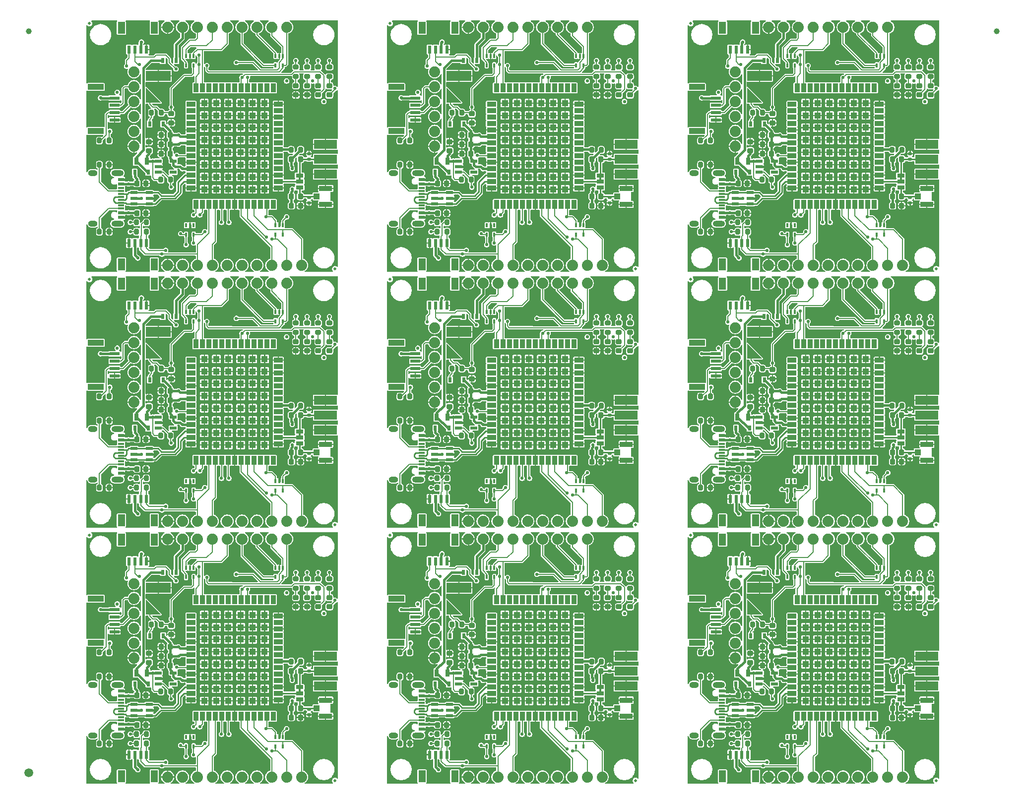
<source format=gtl>
%TF.GenerationSoftware,KiCad,Pcbnew,9.0.1*%
%TF.CreationDate,2025-04-24T15:23:20-06:00*%
%TF.ProjectId,SparkFun_GNSS_ZED-X20P_panelized,53706172-6b46-4756-9e5f-474e53535f5a,rev?*%
%TF.SameCoordinates,Original*%
%TF.FileFunction,Copper,L1,Top*%
%TF.FilePolarity,Positive*%
%FSLAX46Y46*%
G04 Gerber Fmt 4.6, Leading zero omitted, Abs format (unit mm)*
G04 Created by KiCad (PCBNEW 9.0.1) date 2025-04-24 15:23:20*
%MOMM*%
%LPD*%
G01*
G04 APERTURE LIST*
G04 Aperture macros list*
%AMRoundRect*
0 Rectangle with rounded corners*
0 $1 Rounding radius*
0 $2 $3 $4 $5 $6 $7 $8 $9 X,Y pos of 4 corners*
0 Add a 4 corners polygon primitive as box body*
4,1,4,$2,$3,$4,$5,$6,$7,$8,$9,$2,$3,0*
0 Add four circle primitives for the rounded corners*
1,1,$1+$1,$2,$3*
1,1,$1+$1,$4,$5*
1,1,$1+$1,$6,$7*
1,1,$1+$1,$8,$9*
0 Add four rect primitives between the rounded corners*
20,1,$1+$1,$2,$3,$4,$5,0*
20,1,$1+$1,$4,$5,$6,$7,0*
20,1,$1+$1,$6,$7,$8,$9,0*
20,1,$1+$1,$8,$9,$2,$3,0*%
%AMFreePoly0*
4,1,4,0.655000,-1.932855,-1.830355,0.552500,0.655000,0.552500,0.655000,-1.932855,0.655000,-1.932855,$1*%
G04 Aperture macros list end*
%TA.AperFunction,EtchedComponent*%
%ADD10C,0.000000*%
%TD*%
%TA.AperFunction,SMDPad,CuDef*%
%ADD11C,1.000000*%
%TD*%
%TA.AperFunction,SMDPad,CuDef*%
%ADD12C,1.500000*%
%TD*%
%TA.AperFunction,SMDPad,CuDef*%
%ADD13R,1.520000X0.850000*%
%TD*%
%TA.AperFunction,SMDPad,CuDef*%
%ADD14R,0.850000X1.520000*%
%TD*%
%TA.AperFunction,SMDPad,CuDef*%
%ADD15R,1.100000X1.100000*%
%TD*%
%TA.AperFunction,SMDPad,CuDef*%
%ADD16RoundRect,0.200000X0.200000X0.275000X-0.200000X0.275000X-0.200000X-0.275000X0.200000X-0.275000X0*%
%TD*%
%TA.AperFunction,SMDPad,CuDef*%
%ADD17R,1.270000X0.660400*%
%TD*%
%TA.AperFunction,SMDPad,CuDef*%
%ADD18RoundRect,0.200000X-0.200000X-0.275000X0.200000X-0.275000X0.200000X0.275000X-0.200000X0.275000X0*%
%TD*%
%TA.AperFunction,SMDPad,CuDef*%
%ADD19RoundRect,0.225000X0.225000X0.250000X-0.225000X0.250000X-0.225000X-0.250000X0.225000X-0.250000X0*%
%TD*%
%TA.AperFunction,SMDPad,CuDef*%
%ADD20R,0.630000X0.830000*%
%TD*%
%TA.AperFunction,SMDPad,CuDef*%
%ADD21RoundRect,0.225000X-0.225000X-0.250000X0.225000X-0.250000X0.225000X0.250000X-0.225000X0.250000X0*%
%TD*%
%TA.AperFunction,SMDPad,CuDef*%
%ADD22R,0.300000X0.700000*%
%TD*%
%TA.AperFunction,SMDPad,CuDef*%
%ADD23FreePoly0,180.000000*%
%TD*%
%TA.AperFunction,SMDPad,CuDef*%
%ADD24R,4.200000X1.700000*%
%TD*%
%TA.AperFunction,SMDPad,CuDef*%
%ADD25RoundRect,0.225000X0.250000X-0.225000X0.250000X0.225000X-0.250000X0.225000X-0.250000X-0.225000X0*%
%TD*%
%TA.AperFunction,SMDPad,CuDef*%
%ADD26RoundRect,0.218750X0.256250X-0.218750X0.256250X0.218750X-0.256250X0.218750X-0.256250X-0.218750X0*%
%TD*%
%TA.AperFunction,SMDPad,CuDef*%
%ADD27R,1.200000X0.550000*%
%TD*%
%TA.AperFunction,SMDPad,CuDef*%
%ADD28R,0.600000X1.350000*%
%TD*%
%TA.AperFunction,SMDPad,CuDef*%
%ADD29R,1.200000X2.000000*%
%TD*%
%TA.AperFunction,SMDPad,CuDef*%
%ADD30RoundRect,0.140000X0.170000X-0.140000X0.170000X0.140000X-0.170000X0.140000X-0.170000X-0.140000X0*%
%TD*%
%TA.AperFunction,SMDPad,CuDef*%
%ADD31R,0.800000X1.200000*%
%TD*%
%TA.AperFunction,SMDPad,CuDef*%
%ADD32RoundRect,0.200000X0.275000X-0.200000X0.275000X0.200000X-0.275000X0.200000X-0.275000X-0.200000X0*%
%TD*%
%TA.AperFunction,ComponentPad*%
%ADD33C,1.879600*%
%TD*%
%TA.AperFunction,SMDPad,CuDef*%
%ADD34R,1.050000X1.000000*%
%TD*%
%TA.AperFunction,SMDPad,CuDef*%
%ADD35R,2.200000X0.850000*%
%TD*%
%TA.AperFunction,SMDPad,CuDef*%
%ADD36R,4.000000X1.500000*%
%TD*%
%TA.AperFunction,SMDPad,CuDef*%
%ADD37RoundRect,0.140000X-0.170000X0.140000X-0.170000X-0.140000X0.170000X-0.140000X0.170000X0.140000X0*%
%TD*%
%TA.AperFunction,SMDPad,CuDef*%
%ADD38C,0.500000*%
%TD*%
%TA.AperFunction,SMDPad,CuDef*%
%ADD39R,1.700000X0.600000*%
%TD*%
%TA.AperFunction,SMDPad,CuDef*%
%ADD40R,2.700000X1.000000*%
%TD*%
%TA.AperFunction,SMDPad,CuDef*%
%ADD41RoundRect,0.225000X-0.250000X0.225000X-0.250000X-0.225000X0.250000X-0.225000X0.250000X0.225000X0*%
%TD*%
%TA.AperFunction,SMDPad,CuDef*%
%ADD42R,1.000000X0.300000*%
%TD*%
%TA.AperFunction,SMDPad,CuDef*%
%ADD43R,1.000000X0.600000*%
%TD*%
%TA.AperFunction,ComponentPad*%
%ADD44O,1.600000X1.000000*%
%TD*%
%TA.AperFunction,ComponentPad*%
%ADD45O,2.100000X1.000000*%
%TD*%
%TA.AperFunction,ViaPad*%
%ADD46C,0.560000*%
%TD*%
%TA.AperFunction,Conductor*%
%ADD47C,0.406400*%
%TD*%
%TA.AperFunction,Conductor*%
%ADD48C,0.177800*%
%TD*%
%TA.AperFunction,Conductor*%
%ADD49C,0.281940*%
%TD*%
%TA.AperFunction,Conductor*%
%ADD50C,0.261620*%
%TD*%
G04 APERTURE END LIST*
D10*
%TA.AperFunction,EtchedComponent*%
%TO.C,JP1*%
G36*
X139262500Y103188200D02*
G01*
X138962500Y103188200D01*
X138962500Y103688200D01*
X139262500Y103688200D01*
X139262500Y103188200D01*
G37*
%TD.AperFunction*%
%TA.AperFunction,EtchedComponent*%
G36*
X139262500Y59508200D02*
G01*
X138962500Y59508200D01*
X138962500Y60008200D01*
X139262500Y60008200D01*
X139262500Y59508200D01*
G37*
%TD.AperFunction*%
%TA.AperFunction,EtchedComponent*%
G36*
X139262500Y15828200D02*
G01*
X138962500Y15828200D01*
X138962500Y16328200D01*
X139262500Y16328200D01*
X139262500Y15828200D01*
G37*
%TD.AperFunction*%
%TA.AperFunction,EtchedComponent*%
G36*
X87962500Y103188200D02*
G01*
X87662500Y103188200D01*
X87662500Y103688200D01*
X87962500Y103688200D01*
X87962500Y103188200D01*
G37*
%TD.AperFunction*%
%TA.AperFunction,EtchedComponent*%
G36*
X87962500Y59508200D02*
G01*
X87662500Y59508200D01*
X87662500Y60008200D01*
X87962500Y60008200D01*
X87962500Y59508200D01*
G37*
%TD.AperFunction*%
%TA.AperFunction,EtchedComponent*%
G36*
X87962500Y15828200D02*
G01*
X87662500Y15828200D01*
X87662500Y16328200D01*
X87962500Y16328200D01*
X87962500Y15828200D01*
G37*
%TD.AperFunction*%
%TA.AperFunction,EtchedComponent*%
G36*
X36662500Y103188200D02*
G01*
X36362500Y103188200D01*
X36362500Y103688200D01*
X36662500Y103688200D01*
X36662500Y103188200D01*
G37*
%TD.AperFunction*%
%TA.AperFunction,EtchedComponent*%
G36*
X36662500Y59508200D02*
G01*
X36362500Y59508200D01*
X36362500Y60008200D01*
X36662500Y60008200D01*
X36662500Y59508200D01*
G37*
%TD.AperFunction*%
%TA.AperFunction,EtchedComponent*%
G36*
X36662500Y15828200D02*
G01*
X36362500Y15828200D01*
X36362500Y16328200D01*
X36662500Y16328200D01*
X36662500Y15828200D01*
G37*
%TD.AperFunction*%
%TD*%
D11*
%TO.P,,*%
%TO.N,*%
X155487500Y128540000D03*
%TD*%
%TO.P,,*%
%TO.N,*%
X-9707500Y128540000D03*
%TD*%
D12*
%TO.P,,*%
%TO.N,*%
X-9707500Y2000000D03*
%TD*%
D13*
%TO.P,U5,1,GND*%
%TO.N,GND*%
X135450000Y101800000D03*
%TO.P,U5,2,RF_IN*%
%TO.N,RF_IN*%
X135450000Y102900000D03*
%TO.P,U5,3,GND*%
%TO.N,GND*%
X135450000Y104000000D03*
%TO.P,U5,4,ANT_DETECT*%
%TO.N,unconnected-(U5-ANT_DETECT-Pad4)*%
X135450000Y105100000D03*
%TO.P,U5,5,ANT_OFF*%
%TO.N,unconnected-(U5-ANT_OFF-Pad5)*%
X135450000Y106200000D03*
%TO.P,U5,6,~{ANT_SHORT}*%
%TO.N,unconnected-(U5-~{ANT_SHORT}-Pad6)*%
X135450000Y107300000D03*
%TO.P,U5,7,VCC_RF*%
%TO.N,VCC_RF*%
X135450000Y108400000D03*
%TO.P,U5,8,NC*%
%TO.N,unconnected-(U5-NC-Pad8)*%
X135450000Y109500000D03*
%TO.P,U5,9,NC*%
%TO.N,unconnected-(U5-NC-Pad9)*%
X135450000Y110600000D03*
%TO.P,U5,10,NC*%
%TO.N,unconnected-(U5-NC-Pad10)*%
X135450000Y111700000D03*
%TO.P,U5,11,NC*%
%TO.N,unconnected-(U5-NC-Pad11)*%
X135450000Y112800000D03*
%TO.P,U5,12,GND*%
%TO.N,GND*%
X135450000Y113900000D03*
%TO.P,U5,13,NC*%
%TO.N,unconnected-(U5-NC-Pad13)*%
X135450000Y115000000D03*
%TO.P,U5,14,GND*%
%TO.N,GND*%
X135450000Y116100000D03*
D14*
%TO.P,U5,15,NC*%
%TO.N,unconnected-(U5-NC-Pad15)*%
X134600000Y118900000D03*
%TO.P,U5,16,NC*%
%TO.N,unconnected-(U5-NC-Pad16)*%
X133500000Y118900000D03*
%TO.P,U5,17,NC*%
%TO.N,unconnected-(U5-NC-Pad17)*%
X132400000Y118900000D03*
%TO.P,U5,18,NC*%
%TO.N,unconnected-(U5-NC-Pad18)*%
X131300000Y118900000D03*
%TO.P,U5,19,GEO_STAT*%
%TO.N,GEO_STAT*%
X130200000Y118900000D03*
%TO.P,U5,20,RTK_STAT*%
%TO.N,RTK_STAT*%
X129100000Y118900000D03*
%TO.P,U5,21,NC*%
%TO.N,unconnected-(U5-NC-Pad21)*%
X128000000Y118900000D03*
%TO.P,U5,22,NC*%
%TO.N,unconnected-(U5-NC-Pad22)*%
X126900000Y118900000D03*
%TO.P,U5,23,NC*%
%TO.N,unconnected-(U5-NC-Pad23)*%
X125800000Y118900000D03*
%TO.P,U5,24,NC*%
%TO.N,unconnected-(U5-NC-Pad24)*%
X124700000Y118900000D03*
%TO.P,U5,25,NC*%
%TO.N,unconnected-(U5-NC-Pad25)*%
X123600000Y118900000D03*
%TO.P,U5,26,RX2*%
%TO.N,RX2*%
X122500000Y118900000D03*
%TO.P,U5,27,TX2*%
%TO.N,TX2*%
X121400000Y118900000D03*
D13*
%TO.P,U5,28,NC*%
%TO.N,unconnected-(U5-NC-Pad28)*%
X120550000Y116100000D03*
%TO.P,U5,29,NC*%
%TO.N,unconnected-(U5-NC-Pad29)*%
X120550000Y115000000D03*
%TO.P,U5,30,NC*%
%TO.N,unconnected-(U5-NC-Pad30)*%
X120550000Y113900000D03*
%TO.P,U5,31,NC*%
%TO.N,unconnected-(U5-NC-Pad31)*%
X120550000Y112800000D03*
%TO.P,U5,32,GND*%
%TO.N,GND*%
X120550000Y111700000D03*
%TO.P,U5,33,VCC*%
%TO.N,3.3V*%
X120550000Y110600000D03*
%TO.P,U5,34,VCC*%
X120550000Y109500000D03*
%TO.P,U5,35,NC*%
%TO.N,unconnected-(U5-NC-Pad35)*%
X120550000Y108400000D03*
%TO.P,U5,36,V_BCKP*%
%TO.N,V_BCKP*%
X120550000Y107300000D03*
%TO.P,U5,37,GND*%
%TO.N,GND*%
X120550000Y106200000D03*
%TO.P,U5,38,V_USB*%
%TO.N,3.3V*%
X120550000Y105100000D03*
%TO.P,U5,39,USB_D-*%
%TO.N,USB_D-*%
X120550000Y104000000D03*
%TO.P,U5,40,USB_D+*%
%TO.N,USB_D+*%
X120550000Y102900000D03*
%TO.P,U5,41,GND*%
%TO.N,GND*%
X120550000Y101800000D03*
D14*
%TO.P,U5,42,TX1/POCI*%
%TO.N,TX1{slash}POCI*%
X121400000Y99000000D03*
%TO.P,U5,43,RX1/PICO*%
%TO.N,RX1{slash}PICO*%
X122500000Y99000000D03*
%TO.P,U5,44,SDA/~{CS}*%
%TO.N,SDA{slash}~{CS}*%
X123600000Y99000000D03*
%TO.P,U5,45,SCL/SCK*%
%TO.N,SCL{slash}SCK*%
X124700000Y99000000D03*
%TO.P,U5,46,TX_READY*%
%TO.N,TX_READY*%
X125800000Y99000000D03*
%TO.P,U5,47,D_SEL*%
%TO.N,Net-(JP10-B)*%
X126900000Y99000000D03*
%TO.P,U5,48,GND*%
%TO.N,GND*%
X128000000Y99000000D03*
%TO.P,U5,49,~{RESET}*%
%TO.N,~{RESET}*%
X129100000Y99000000D03*
%TO.P,U5,50,~{SAFEBOOT}*%
%TO.N,~{SAFEBOOT}*%
X130200000Y99000000D03*
%TO.P,U5,51,EXTINT*%
%TO.N,EVENT*%
X131300000Y99000000D03*
%TO.P,U5,52,NC*%
%TO.N,unconnected-(U5-NC-Pad52)*%
X132400000Y99000000D03*
%TO.P,U5,53,TIMEPULSE*%
%TO.N,PPS*%
X133500000Y99000000D03*
%TO.P,U5,54,NC*%
%TO.N,unconnected-(U5-NC-Pad54)*%
X134600000Y99000000D03*
D15*
%TO.P,U5,55,GND*%
%TO.N,GND*%
X129050000Y107900000D03*
%TO.P,U5,56,GND*%
X129050000Y105800000D03*
%TO.P,U5,57,GND*%
X129050000Y103700000D03*
%TO.P,U5,58,GND*%
X129050000Y101600000D03*
%TO.P,U5,59,GND*%
X131100000Y107900000D03*
%TO.P,U5,60,GND*%
X131100000Y105800000D03*
%TO.P,U5,61,GND*%
X131100000Y103700000D03*
%TO.P,U5,62,GND*%
X131100000Y101600000D03*
%TO.P,U5,63,GND*%
X133150000Y107900000D03*
%TO.P,U5,64,GND*%
X133150000Y105800000D03*
%TO.P,U5,65,GND*%
X133150000Y103700000D03*
%TO.P,U5,66,GND*%
X133150000Y101600000D03*
%TO.P,U5,67,GND*%
X122850000Y107900000D03*
%TO.P,U5,68,GND*%
X122850000Y105800000D03*
%TO.P,U5,69,GND*%
X122850000Y103700000D03*
%TO.P,U5,70,GND*%
X122850000Y101600000D03*
%TO.P,U5,71,GND*%
X124900000Y107900000D03*
%TO.P,U5,72,GND*%
X124900000Y105800000D03*
%TO.P,U5,73,GND*%
X124900000Y103700000D03*
%TO.P,U5,74,GND*%
X124900000Y101600000D03*
%TO.P,U5,75,GND*%
X126950000Y107900000D03*
%TO.P,U5,76,GND*%
X126950000Y105800000D03*
%TO.P,U5,77,GND*%
X126950000Y103700000D03*
%TO.P,U5,78,GND*%
X126950000Y101600000D03*
%TO.P,U5,79,GND*%
X126950000Y110000000D03*
%TO.P,U5,80,GND*%
X126950000Y112100000D03*
%TO.P,U5,81,GND*%
X126950000Y114200000D03*
%TO.P,U5,82,GND*%
X126950000Y116300000D03*
%TO.P,U5,83,GND*%
X124900000Y110000000D03*
%TO.P,U5,84,GND*%
X124900000Y112100000D03*
%TO.P,U5,85,GND*%
X124900000Y114200000D03*
%TO.P,U5,86,GND*%
X124900000Y116300000D03*
%TO.P,U5,87,GND*%
X122850000Y110000000D03*
%TO.P,U5,88,GND*%
X122850000Y112100000D03*
%TO.P,U5,89,GND*%
X122850000Y114200000D03*
%TO.P,U5,90,GND*%
X122850000Y116300000D03*
%TO.P,U5,91,GND*%
X133150000Y110000000D03*
%TO.P,U5,92,GND*%
X133150000Y112100000D03*
%TO.P,U5,93,GND*%
X133150000Y114200000D03*
%TO.P,U5,94,GND*%
X133150000Y116300000D03*
%TO.P,U5,95,GND*%
X131100000Y110000000D03*
%TO.P,U5,96,GND*%
X131100000Y112100000D03*
%TO.P,U5,97,GND*%
X131100000Y114200000D03*
%TO.P,U5,98,GND*%
X131100000Y116300000D03*
%TO.P,U5,99,GND*%
X129050000Y110000000D03*
%TO.P,U5,100,GND*%
X129050000Y112100000D03*
%TO.P,U5,101,GND*%
X129050000Y114200000D03*
%TO.P,U5,102,GND*%
X129050000Y116300000D03*
%TD*%
D13*
%TO.P,U5,1,GND*%
%TO.N,GND*%
X135450000Y58120000D03*
%TO.P,U5,2,RF_IN*%
%TO.N,RF_IN*%
X135450000Y59220000D03*
%TO.P,U5,3,GND*%
%TO.N,GND*%
X135450000Y60320000D03*
%TO.P,U5,4,ANT_DETECT*%
%TO.N,unconnected-(U5-ANT_DETECT-Pad4)*%
X135450000Y61420000D03*
%TO.P,U5,5,ANT_OFF*%
%TO.N,unconnected-(U5-ANT_OFF-Pad5)*%
X135450000Y62520000D03*
%TO.P,U5,6,~{ANT_SHORT}*%
%TO.N,unconnected-(U5-~{ANT_SHORT}-Pad6)*%
X135450000Y63620000D03*
%TO.P,U5,7,VCC_RF*%
%TO.N,VCC_RF*%
X135450000Y64720000D03*
%TO.P,U5,8,NC*%
%TO.N,unconnected-(U5-NC-Pad8)*%
X135450000Y65820000D03*
%TO.P,U5,9,NC*%
%TO.N,unconnected-(U5-NC-Pad9)*%
X135450000Y66920000D03*
%TO.P,U5,10,NC*%
%TO.N,unconnected-(U5-NC-Pad10)*%
X135450000Y68020000D03*
%TO.P,U5,11,NC*%
%TO.N,unconnected-(U5-NC-Pad11)*%
X135450000Y69120000D03*
%TO.P,U5,12,GND*%
%TO.N,GND*%
X135450000Y70220000D03*
%TO.P,U5,13,NC*%
%TO.N,unconnected-(U5-NC-Pad13)*%
X135450000Y71320000D03*
%TO.P,U5,14,GND*%
%TO.N,GND*%
X135450000Y72420000D03*
D14*
%TO.P,U5,15,NC*%
%TO.N,unconnected-(U5-NC-Pad15)*%
X134600000Y75220000D03*
%TO.P,U5,16,NC*%
%TO.N,unconnected-(U5-NC-Pad16)*%
X133500000Y75220000D03*
%TO.P,U5,17,NC*%
%TO.N,unconnected-(U5-NC-Pad17)*%
X132400000Y75220000D03*
%TO.P,U5,18,NC*%
%TO.N,unconnected-(U5-NC-Pad18)*%
X131300000Y75220000D03*
%TO.P,U5,19,GEO_STAT*%
%TO.N,GEO_STAT*%
X130200000Y75220000D03*
%TO.P,U5,20,RTK_STAT*%
%TO.N,RTK_STAT*%
X129100000Y75220000D03*
%TO.P,U5,21,NC*%
%TO.N,unconnected-(U5-NC-Pad21)*%
X128000000Y75220000D03*
%TO.P,U5,22,NC*%
%TO.N,unconnected-(U5-NC-Pad22)*%
X126900000Y75220000D03*
%TO.P,U5,23,NC*%
%TO.N,unconnected-(U5-NC-Pad23)*%
X125800000Y75220000D03*
%TO.P,U5,24,NC*%
%TO.N,unconnected-(U5-NC-Pad24)*%
X124700000Y75220000D03*
%TO.P,U5,25,NC*%
%TO.N,unconnected-(U5-NC-Pad25)*%
X123600000Y75220000D03*
%TO.P,U5,26,RX2*%
%TO.N,RX2*%
X122500000Y75220000D03*
%TO.P,U5,27,TX2*%
%TO.N,TX2*%
X121400000Y75220000D03*
D13*
%TO.P,U5,28,NC*%
%TO.N,unconnected-(U5-NC-Pad28)*%
X120550000Y72420000D03*
%TO.P,U5,29,NC*%
%TO.N,unconnected-(U5-NC-Pad29)*%
X120550000Y71320000D03*
%TO.P,U5,30,NC*%
%TO.N,unconnected-(U5-NC-Pad30)*%
X120550000Y70220000D03*
%TO.P,U5,31,NC*%
%TO.N,unconnected-(U5-NC-Pad31)*%
X120550000Y69120000D03*
%TO.P,U5,32,GND*%
%TO.N,GND*%
X120550000Y68020000D03*
%TO.P,U5,33,VCC*%
%TO.N,3.3V*%
X120550000Y66920000D03*
%TO.P,U5,34,VCC*%
X120550000Y65820000D03*
%TO.P,U5,35,NC*%
%TO.N,unconnected-(U5-NC-Pad35)*%
X120550000Y64720000D03*
%TO.P,U5,36,V_BCKP*%
%TO.N,V_BCKP*%
X120550000Y63620000D03*
%TO.P,U5,37,GND*%
%TO.N,GND*%
X120550000Y62520000D03*
%TO.P,U5,38,V_USB*%
%TO.N,3.3V*%
X120550000Y61420000D03*
%TO.P,U5,39,USB_D-*%
%TO.N,USB_D-*%
X120550000Y60320000D03*
%TO.P,U5,40,USB_D+*%
%TO.N,USB_D+*%
X120550000Y59220000D03*
%TO.P,U5,41,GND*%
%TO.N,GND*%
X120550000Y58120000D03*
D14*
%TO.P,U5,42,TX1/POCI*%
%TO.N,TX1{slash}POCI*%
X121400000Y55320000D03*
%TO.P,U5,43,RX1/PICO*%
%TO.N,RX1{slash}PICO*%
X122500000Y55320000D03*
%TO.P,U5,44,SDA/~{CS}*%
%TO.N,SDA{slash}~{CS}*%
X123600000Y55320000D03*
%TO.P,U5,45,SCL/SCK*%
%TO.N,SCL{slash}SCK*%
X124700000Y55320000D03*
%TO.P,U5,46,TX_READY*%
%TO.N,TX_READY*%
X125800000Y55320000D03*
%TO.P,U5,47,D_SEL*%
%TO.N,Net-(JP10-B)*%
X126900000Y55320000D03*
%TO.P,U5,48,GND*%
%TO.N,GND*%
X128000000Y55320000D03*
%TO.P,U5,49,~{RESET}*%
%TO.N,~{RESET}*%
X129100000Y55320000D03*
%TO.P,U5,50,~{SAFEBOOT}*%
%TO.N,~{SAFEBOOT}*%
X130200000Y55320000D03*
%TO.P,U5,51,EXTINT*%
%TO.N,EVENT*%
X131300000Y55320000D03*
%TO.P,U5,52,NC*%
%TO.N,unconnected-(U5-NC-Pad52)*%
X132400000Y55320000D03*
%TO.P,U5,53,TIMEPULSE*%
%TO.N,PPS*%
X133500000Y55320000D03*
%TO.P,U5,54,NC*%
%TO.N,unconnected-(U5-NC-Pad54)*%
X134600000Y55320000D03*
D15*
%TO.P,U5,55,GND*%
%TO.N,GND*%
X129050000Y64220000D03*
%TO.P,U5,56,GND*%
X129050000Y62120000D03*
%TO.P,U5,57,GND*%
X129050000Y60020000D03*
%TO.P,U5,58,GND*%
X129050000Y57920000D03*
%TO.P,U5,59,GND*%
X131100000Y64220000D03*
%TO.P,U5,60,GND*%
X131100000Y62120000D03*
%TO.P,U5,61,GND*%
X131100000Y60020000D03*
%TO.P,U5,62,GND*%
X131100000Y57920000D03*
%TO.P,U5,63,GND*%
X133150000Y64220000D03*
%TO.P,U5,64,GND*%
X133150000Y62120000D03*
%TO.P,U5,65,GND*%
X133150000Y60020000D03*
%TO.P,U5,66,GND*%
X133150000Y57920000D03*
%TO.P,U5,67,GND*%
X122850000Y64220000D03*
%TO.P,U5,68,GND*%
X122850000Y62120000D03*
%TO.P,U5,69,GND*%
X122850000Y60020000D03*
%TO.P,U5,70,GND*%
X122850000Y57920000D03*
%TO.P,U5,71,GND*%
X124900000Y64220000D03*
%TO.P,U5,72,GND*%
X124900000Y62120000D03*
%TO.P,U5,73,GND*%
X124900000Y60020000D03*
%TO.P,U5,74,GND*%
X124900000Y57920000D03*
%TO.P,U5,75,GND*%
X126950000Y64220000D03*
%TO.P,U5,76,GND*%
X126950000Y62120000D03*
%TO.P,U5,77,GND*%
X126950000Y60020000D03*
%TO.P,U5,78,GND*%
X126950000Y57920000D03*
%TO.P,U5,79,GND*%
X126950000Y66320000D03*
%TO.P,U5,80,GND*%
X126950000Y68420000D03*
%TO.P,U5,81,GND*%
X126950000Y70520000D03*
%TO.P,U5,82,GND*%
X126950000Y72620000D03*
%TO.P,U5,83,GND*%
X124900000Y66320000D03*
%TO.P,U5,84,GND*%
X124900000Y68420000D03*
%TO.P,U5,85,GND*%
X124900000Y70520000D03*
%TO.P,U5,86,GND*%
X124900000Y72620000D03*
%TO.P,U5,87,GND*%
X122850000Y66320000D03*
%TO.P,U5,88,GND*%
X122850000Y68420000D03*
%TO.P,U5,89,GND*%
X122850000Y70520000D03*
%TO.P,U5,90,GND*%
X122850000Y72620000D03*
%TO.P,U5,91,GND*%
X133150000Y66320000D03*
%TO.P,U5,92,GND*%
X133150000Y68420000D03*
%TO.P,U5,93,GND*%
X133150000Y70520000D03*
%TO.P,U5,94,GND*%
X133150000Y72620000D03*
%TO.P,U5,95,GND*%
X131100000Y66320000D03*
%TO.P,U5,96,GND*%
X131100000Y68420000D03*
%TO.P,U5,97,GND*%
X131100000Y70520000D03*
%TO.P,U5,98,GND*%
X131100000Y72620000D03*
%TO.P,U5,99,GND*%
X129050000Y66320000D03*
%TO.P,U5,100,GND*%
X129050000Y68420000D03*
%TO.P,U5,101,GND*%
X129050000Y70520000D03*
%TO.P,U5,102,GND*%
X129050000Y72620000D03*
%TD*%
D13*
%TO.P,U5,1,GND*%
%TO.N,GND*%
X135450000Y14440000D03*
%TO.P,U5,2,RF_IN*%
%TO.N,RF_IN*%
X135450000Y15540000D03*
%TO.P,U5,3,GND*%
%TO.N,GND*%
X135450000Y16640000D03*
%TO.P,U5,4,ANT_DETECT*%
%TO.N,unconnected-(U5-ANT_DETECT-Pad4)*%
X135450000Y17740000D03*
%TO.P,U5,5,ANT_OFF*%
%TO.N,unconnected-(U5-ANT_OFF-Pad5)*%
X135450000Y18840000D03*
%TO.P,U5,6,~{ANT_SHORT}*%
%TO.N,unconnected-(U5-~{ANT_SHORT}-Pad6)*%
X135450000Y19940000D03*
%TO.P,U5,7,VCC_RF*%
%TO.N,VCC_RF*%
X135450000Y21040000D03*
%TO.P,U5,8,NC*%
%TO.N,unconnected-(U5-NC-Pad8)*%
X135450000Y22140000D03*
%TO.P,U5,9,NC*%
%TO.N,unconnected-(U5-NC-Pad9)*%
X135450000Y23240000D03*
%TO.P,U5,10,NC*%
%TO.N,unconnected-(U5-NC-Pad10)*%
X135450000Y24340000D03*
%TO.P,U5,11,NC*%
%TO.N,unconnected-(U5-NC-Pad11)*%
X135450000Y25440000D03*
%TO.P,U5,12,GND*%
%TO.N,GND*%
X135450000Y26540000D03*
%TO.P,U5,13,NC*%
%TO.N,unconnected-(U5-NC-Pad13)*%
X135450000Y27640000D03*
%TO.P,U5,14,GND*%
%TO.N,GND*%
X135450000Y28740000D03*
D14*
%TO.P,U5,15,NC*%
%TO.N,unconnected-(U5-NC-Pad15)*%
X134600000Y31540000D03*
%TO.P,U5,16,NC*%
%TO.N,unconnected-(U5-NC-Pad16)*%
X133500000Y31540000D03*
%TO.P,U5,17,NC*%
%TO.N,unconnected-(U5-NC-Pad17)*%
X132400000Y31540000D03*
%TO.P,U5,18,NC*%
%TO.N,unconnected-(U5-NC-Pad18)*%
X131300000Y31540000D03*
%TO.P,U5,19,GEO_STAT*%
%TO.N,GEO_STAT*%
X130200000Y31540000D03*
%TO.P,U5,20,RTK_STAT*%
%TO.N,RTK_STAT*%
X129100000Y31540000D03*
%TO.P,U5,21,NC*%
%TO.N,unconnected-(U5-NC-Pad21)*%
X128000000Y31540000D03*
%TO.P,U5,22,NC*%
%TO.N,unconnected-(U5-NC-Pad22)*%
X126900000Y31540000D03*
%TO.P,U5,23,NC*%
%TO.N,unconnected-(U5-NC-Pad23)*%
X125800000Y31540000D03*
%TO.P,U5,24,NC*%
%TO.N,unconnected-(U5-NC-Pad24)*%
X124700000Y31540000D03*
%TO.P,U5,25,NC*%
%TO.N,unconnected-(U5-NC-Pad25)*%
X123600000Y31540000D03*
%TO.P,U5,26,RX2*%
%TO.N,RX2*%
X122500000Y31540000D03*
%TO.P,U5,27,TX2*%
%TO.N,TX2*%
X121400000Y31540000D03*
D13*
%TO.P,U5,28,NC*%
%TO.N,unconnected-(U5-NC-Pad28)*%
X120550000Y28740000D03*
%TO.P,U5,29,NC*%
%TO.N,unconnected-(U5-NC-Pad29)*%
X120550000Y27640000D03*
%TO.P,U5,30,NC*%
%TO.N,unconnected-(U5-NC-Pad30)*%
X120550000Y26540000D03*
%TO.P,U5,31,NC*%
%TO.N,unconnected-(U5-NC-Pad31)*%
X120550000Y25440000D03*
%TO.P,U5,32,GND*%
%TO.N,GND*%
X120550000Y24340000D03*
%TO.P,U5,33,VCC*%
%TO.N,3.3V*%
X120550000Y23240000D03*
%TO.P,U5,34,VCC*%
X120550000Y22140000D03*
%TO.P,U5,35,NC*%
%TO.N,unconnected-(U5-NC-Pad35)*%
X120550000Y21040000D03*
%TO.P,U5,36,V_BCKP*%
%TO.N,V_BCKP*%
X120550000Y19940000D03*
%TO.P,U5,37,GND*%
%TO.N,GND*%
X120550000Y18840000D03*
%TO.P,U5,38,V_USB*%
%TO.N,3.3V*%
X120550000Y17740000D03*
%TO.P,U5,39,USB_D-*%
%TO.N,USB_D-*%
X120550000Y16640000D03*
%TO.P,U5,40,USB_D+*%
%TO.N,USB_D+*%
X120550000Y15540000D03*
%TO.P,U5,41,GND*%
%TO.N,GND*%
X120550000Y14440000D03*
D14*
%TO.P,U5,42,TX1/POCI*%
%TO.N,TX1{slash}POCI*%
X121400000Y11640000D03*
%TO.P,U5,43,RX1/PICO*%
%TO.N,RX1{slash}PICO*%
X122500000Y11640000D03*
%TO.P,U5,44,SDA/~{CS}*%
%TO.N,SDA{slash}~{CS}*%
X123600000Y11640000D03*
%TO.P,U5,45,SCL/SCK*%
%TO.N,SCL{slash}SCK*%
X124700000Y11640000D03*
%TO.P,U5,46,TX_READY*%
%TO.N,TX_READY*%
X125800000Y11640000D03*
%TO.P,U5,47,D_SEL*%
%TO.N,Net-(JP10-B)*%
X126900000Y11640000D03*
%TO.P,U5,48,GND*%
%TO.N,GND*%
X128000000Y11640000D03*
%TO.P,U5,49,~{RESET}*%
%TO.N,~{RESET}*%
X129100000Y11640000D03*
%TO.P,U5,50,~{SAFEBOOT}*%
%TO.N,~{SAFEBOOT}*%
X130200000Y11640000D03*
%TO.P,U5,51,EXTINT*%
%TO.N,EVENT*%
X131300000Y11640000D03*
%TO.P,U5,52,NC*%
%TO.N,unconnected-(U5-NC-Pad52)*%
X132400000Y11640000D03*
%TO.P,U5,53,TIMEPULSE*%
%TO.N,PPS*%
X133500000Y11640000D03*
%TO.P,U5,54,NC*%
%TO.N,unconnected-(U5-NC-Pad54)*%
X134600000Y11640000D03*
D15*
%TO.P,U5,55,GND*%
%TO.N,GND*%
X129050000Y20540000D03*
%TO.P,U5,56,GND*%
X129050000Y18440000D03*
%TO.P,U5,57,GND*%
X129050000Y16340000D03*
%TO.P,U5,58,GND*%
X129050000Y14240000D03*
%TO.P,U5,59,GND*%
X131100000Y20540000D03*
%TO.P,U5,60,GND*%
X131100000Y18440000D03*
%TO.P,U5,61,GND*%
X131100000Y16340000D03*
%TO.P,U5,62,GND*%
X131100000Y14240000D03*
%TO.P,U5,63,GND*%
X133150000Y20540000D03*
%TO.P,U5,64,GND*%
X133150000Y18440000D03*
%TO.P,U5,65,GND*%
X133150000Y16340000D03*
%TO.P,U5,66,GND*%
X133150000Y14240000D03*
%TO.P,U5,67,GND*%
X122850000Y20540000D03*
%TO.P,U5,68,GND*%
X122850000Y18440000D03*
%TO.P,U5,69,GND*%
X122850000Y16340000D03*
%TO.P,U5,70,GND*%
X122850000Y14240000D03*
%TO.P,U5,71,GND*%
X124900000Y20540000D03*
%TO.P,U5,72,GND*%
X124900000Y18440000D03*
%TO.P,U5,73,GND*%
X124900000Y16340000D03*
%TO.P,U5,74,GND*%
X124900000Y14240000D03*
%TO.P,U5,75,GND*%
X126950000Y20540000D03*
%TO.P,U5,76,GND*%
X126950000Y18440000D03*
%TO.P,U5,77,GND*%
X126950000Y16340000D03*
%TO.P,U5,78,GND*%
X126950000Y14240000D03*
%TO.P,U5,79,GND*%
X126950000Y22640000D03*
%TO.P,U5,80,GND*%
X126950000Y24740000D03*
%TO.P,U5,81,GND*%
X126950000Y26840000D03*
%TO.P,U5,82,GND*%
X126950000Y28940000D03*
%TO.P,U5,83,GND*%
X124900000Y22640000D03*
%TO.P,U5,84,GND*%
X124900000Y24740000D03*
%TO.P,U5,85,GND*%
X124900000Y26840000D03*
%TO.P,U5,86,GND*%
X124900000Y28940000D03*
%TO.P,U5,87,GND*%
X122850000Y22640000D03*
%TO.P,U5,88,GND*%
X122850000Y24740000D03*
%TO.P,U5,89,GND*%
X122850000Y26840000D03*
%TO.P,U5,90,GND*%
X122850000Y28940000D03*
%TO.P,U5,91,GND*%
X133150000Y22640000D03*
%TO.P,U5,92,GND*%
X133150000Y24740000D03*
%TO.P,U5,93,GND*%
X133150000Y26840000D03*
%TO.P,U5,94,GND*%
X133150000Y28940000D03*
%TO.P,U5,95,GND*%
X131100000Y22640000D03*
%TO.P,U5,96,GND*%
X131100000Y24740000D03*
%TO.P,U5,97,GND*%
X131100000Y26840000D03*
%TO.P,U5,98,GND*%
X131100000Y28940000D03*
%TO.P,U5,99,GND*%
X129050000Y22640000D03*
%TO.P,U5,100,GND*%
X129050000Y24740000D03*
%TO.P,U5,101,GND*%
X129050000Y26840000D03*
%TO.P,U5,102,GND*%
X129050000Y28940000D03*
%TD*%
D13*
%TO.P,U5,1,GND*%
%TO.N,GND*%
X84150000Y101800000D03*
%TO.P,U5,2,RF_IN*%
%TO.N,RF_IN*%
X84150000Y102900000D03*
%TO.P,U5,3,GND*%
%TO.N,GND*%
X84150000Y104000000D03*
%TO.P,U5,4,ANT_DETECT*%
%TO.N,unconnected-(U5-ANT_DETECT-Pad4)*%
X84150000Y105100000D03*
%TO.P,U5,5,ANT_OFF*%
%TO.N,unconnected-(U5-ANT_OFF-Pad5)*%
X84150000Y106200000D03*
%TO.P,U5,6,~{ANT_SHORT}*%
%TO.N,unconnected-(U5-~{ANT_SHORT}-Pad6)*%
X84150000Y107300000D03*
%TO.P,U5,7,VCC_RF*%
%TO.N,VCC_RF*%
X84150000Y108400000D03*
%TO.P,U5,8,NC*%
%TO.N,unconnected-(U5-NC-Pad8)*%
X84150000Y109500000D03*
%TO.P,U5,9,NC*%
%TO.N,unconnected-(U5-NC-Pad9)*%
X84150000Y110600000D03*
%TO.P,U5,10,NC*%
%TO.N,unconnected-(U5-NC-Pad10)*%
X84150000Y111700000D03*
%TO.P,U5,11,NC*%
%TO.N,unconnected-(U5-NC-Pad11)*%
X84150000Y112800000D03*
%TO.P,U5,12,GND*%
%TO.N,GND*%
X84150000Y113900000D03*
%TO.P,U5,13,NC*%
%TO.N,unconnected-(U5-NC-Pad13)*%
X84150000Y115000000D03*
%TO.P,U5,14,GND*%
%TO.N,GND*%
X84150000Y116100000D03*
D14*
%TO.P,U5,15,NC*%
%TO.N,unconnected-(U5-NC-Pad15)*%
X83300000Y118900000D03*
%TO.P,U5,16,NC*%
%TO.N,unconnected-(U5-NC-Pad16)*%
X82200000Y118900000D03*
%TO.P,U5,17,NC*%
%TO.N,unconnected-(U5-NC-Pad17)*%
X81100000Y118900000D03*
%TO.P,U5,18,NC*%
%TO.N,unconnected-(U5-NC-Pad18)*%
X80000000Y118900000D03*
%TO.P,U5,19,GEO_STAT*%
%TO.N,GEO_STAT*%
X78900000Y118900000D03*
%TO.P,U5,20,RTK_STAT*%
%TO.N,RTK_STAT*%
X77800000Y118900000D03*
%TO.P,U5,21,NC*%
%TO.N,unconnected-(U5-NC-Pad21)*%
X76700000Y118900000D03*
%TO.P,U5,22,NC*%
%TO.N,unconnected-(U5-NC-Pad22)*%
X75600000Y118900000D03*
%TO.P,U5,23,NC*%
%TO.N,unconnected-(U5-NC-Pad23)*%
X74500000Y118900000D03*
%TO.P,U5,24,NC*%
%TO.N,unconnected-(U5-NC-Pad24)*%
X73400000Y118900000D03*
%TO.P,U5,25,NC*%
%TO.N,unconnected-(U5-NC-Pad25)*%
X72300000Y118900000D03*
%TO.P,U5,26,RX2*%
%TO.N,RX2*%
X71200000Y118900000D03*
%TO.P,U5,27,TX2*%
%TO.N,TX2*%
X70100000Y118900000D03*
D13*
%TO.P,U5,28,NC*%
%TO.N,unconnected-(U5-NC-Pad28)*%
X69250000Y116100000D03*
%TO.P,U5,29,NC*%
%TO.N,unconnected-(U5-NC-Pad29)*%
X69250000Y115000000D03*
%TO.P,U5,30,NC*%
%TO.N,unconnected-(U5-NC-Pad30)*%
X69250000Y113900000D03*
%TO.P,U5,31,NC*%
%TO.N,unconnected-(U5-NC-Pad31)*%
X69250000Y112800000D03*
%TO.P,U5,32,GND*%
%TO.N,GND*%
X69250000Y111700000D03*
%TO.P,U5,33,VCC*%
%TO.N,3.3V*%
X69250000Y110600000D03*
%TO.P,U5,34,VCC*%
X69250000Y109500000D03*
%TO.P,U5,35,NC*%
%TO.N,unconnected-(U5-NC-Pad35)*%
X69250000Y108400000D03*
%TO.P,U5,36,V_BCKP*%
%TO.N,V_BCKP*%
X69250000Y107300000D03*
%TO.P,U5,37,GND*%
%TO.N,GND*%
X69250000Y106200000D03*
%TO.P,U5,38,V_USB*%
%TO.N,3.3V*%
X69250000Y105100000D03*
%TO.P,U5,39,USB_D-*%
%TO.N,USB_D-*%
X69250000Y104000000D03*
%TO.P,U5,40,USB_D+*%
%TO.N,USB_D+*%
X69250000Y102900000D03*
%TO.P,U5,41,GND*%
%TO.N,GND*%
X69250000Y101800000D03*
D14*
%TO.P,U5,42,TX1/POCI*%
%TO.N,TX1{slash}POCI*%
X70100000Y99000000D03*
%TO.P,U5,43,RX1/PICO*%
%TO.N,RX1{slash}PICO*%
X71200000Y99000000D03*
%TO.P,U5,44,SDA/~{CS}*%
%TO.N,SDA{slash}~{CS}*%
X72300000Y99000000D03*
%TO.P,U5,45,SCL/SCK*%
%TO.N,SCL{slash}SCK*%
X73400000Y99000000D03*
%TO.P,U5,46,TX_READY*%
%TO.N,TX_READY*%
X74500000Y99000000D03*
%TO.P,U5,47,D_SEL*%
%TO.N,Net-(JP10-B)*%
X75600000Y99000000D03*
%TO.P,U5,48,GND*%
%TO.N,GND*%
X76700000Y99000000D03*
%TO.P,U5,49,~{RESET}*%
%TO.N,~{RESET}*%
X77800000Y99000000D03*
%TO.P,U5,50,~{SAFEBOOT}*%
%TO.N,~{SAFEBOOT}*%
X78900000Y99000000D03*
%TO.P,U5,51,EXTINT*%
%TO.N,EVENT*%
X80000000Y99000000D03*
%TO.P,U5,52,NC*%
%TO.N,unconnected-(U5-NC-Pad52)*%
X81100000Y99000000D03*
%TO.P,U5,53,TIMEPULSE*%
%TO.N,PPS*%
X82200000Y99000000D03*
%TO.P,U5,54,NC*%
%TO.N,unconnected-(U5-NC-Pad54)*%
X83300000Y99000000D03*
D15*
%TO.P,U5,55,GND*%
%TO.N,GND*%
X77750000Y107900000D03*
%TO.P,U5,56,GND*%
X77750000Y105800000D03*
%TO.P,U5,57,GND*%
X77750000Y103700000D03*
%TO.P,U5,58,GND*%
X77750000Y101600000D03*
%TO.P,U5,59,GND*%
X79800000Y107900000D03*
%TO.P,U5,60,GND*%
X79800000Y105800000D03*
%TO.P,U5,61,GND*%
X79800000Y103700000D03*
%TO.P,U5,62,GND*%
X79800000Y101600000D03*
%TO.P,U5,63,GND*%
X81850000Y107900000D03*
%TO.P,U5,64,GND*%
X81850000Y105800000D03*
%TO.P,U5,65,GND*%
X81850000Y103700000D03*
%TO.P,U5,66,GND*%
X81850000Y101600000D03*
%TO.P,U5,67,GND*%
X71550000Y107900000D03*
%TO.P,U5,68,GND*%
X71550000Y105800000D03*
%TO.P,U5,69,GND*%
X71550000Y103700000D03*
%TO.P,U5,70,GND*%
X71550000Y101600000D03*
%TO.P,U5,71,GND*%
X73600000Y107900000D03*
%TO.P,U5,72,GND*%
X73600000Y105800000D03*
%TO.P,U5,73,GND*%
X73600000Y103700000D03*
%TO.P,U5,74,GND*%
X73600000Y101600000D03*
%TO.P,U5,75,GND*%
X75650000Y107900000D03*
%TO.P,U5,76,GND*%
X75650000Y105800000D03*
%TO.P,U5,77,GND*%
X75650000Y103700000D03*
%TO.P,U5,78,GND*%
X75650000Y101600000D03*
%TO.P,U5,79,GND*%
X75650000Y110000000D03*
%TO.P,U5,80,GND*%
X75650000Y112100000D03*
%TO.P,U5,81,GND*%
X75650000Y114200000D03*
%TO.P,U5,82,GND*%
X75650000Y116300000D03*
%TO.P,U5,83,GND*%
X73600000Y110000000D03*
%TO.P,U5,84,GND*%
X73600000Y112100000D03*
%TO.P,U5,85,GND*%
X73600000Y114200000D03*
%TO.P,U5,86,GND*%
X73600000Y116300000D03*
%TO.P,U5,87,GND*%
X71550000Y110000000D03*
%TO.P,U5,88,GND*%
X71550000Y112100000D03*
%TO.P,U5,89,GND*%
X71550000Y114200000D03*
%TO.P,U5,90,GND*%
X71550000Y116300000D03*
%TO.P,U5,91,GND*%
X81850000Y110000000D03*
%TO.P,U5,92,GND*%
X81850000Y112100000D03*
%TO.P,U5,93,GND*%
X81850000Y114200000D03*
%TO.P,U5,94,GND*%
X81850000Y116300000D03*
%TO.P,U5,95,GND*%
X79800000Y110000000D03*
%TO.P,U5,96,GND*%
X79800000Y112100000D03*
%TO.P,U5,97,GND*%
X79800000Y114200000D03*
%TO.P,U5,98,GND*%
X79800000Y116300000D03*
%TO.P,U5,99,GND*%
X77750000Y110000000D03*
%TO.P,U5,100,GND*%
X77750000Y112100000D03*
%TO.P,U5,101,GND*%
X77750000Y114200000D03*
%TO.P,U5,102,GND*%
X77750000Y116300000D03*
%TD*%
D13*
%TO.P,U5,1,GND*%
%TO.N,GND*%
X84150000Y58120000D03*
%TO.P,U5,2,RF_IN*%
%TO.N,RF_IN*%
X84150000Y59220000D03*
%TO.P,U5,3,GND*%
%TO.N,GND*%
X84150000Y60320000D03*
%TO.P,U5,4,ANT_DETECT*%
%TO.N,unconnected-(U5-ANT_DETECT-Pad4)*%
X84150000Y61420000D03*
%TO.P,U5,5,ANT_OFF*%
%TO.N,unconnected-(U5-ANT_OFF-Pad5)*%
X84150000Y62520000D03*
%TO.P,U5,6,~{ANT_SHORT}*%
%TO.N,unconnected-(U5-~{ANT_SHORT}-Pad6)*%
X84150000Y63620000D03*
%TO.P,U5,7,VCC_RF*%
%TO.N,VCC_RF*%
X84150000Y64720000D03*
%TO.P,U5,8,NC*%
%TO.N,unconnected-(U5-NC-Pad8)*%
X84150000Y65820000D03*
%TO.P,U5,9,NC*%
%TO.N,unconnected-(U5-NC-Pad9)*%
X84150000Y66920000D03*
%TO.P,U5,10,NC*%
%TO.N,unconnected-(U5-NC-Pad10)*%
X84150000Y68020000D03*
%TO.P,U5,11,NC*%
%TO.N,unconnected-(U5-NC-Pad11)*%
X84150000Y69120000D03*
%TO.P,U5,12,GND*%
%TO.N,GND*%
X84150000Y70220000D03*
%TO.P,U5,13,NC*%
%TO.N,unconnected-(U5-NC-Pad13)*%
X84150000Y71320000D03*
%TO.P,U5,14,GND*%
%TO.N,GND*%
X84150000Y72420000D03*
D14*
%TO.P,U5,15,NC*%
%TO.N,unconnected-(U5-NC-Pad15)*%
X83300000Y75220000D03*
%TO.P,U5,16,NC*%
%TO.N,unconnected-(U5-NC-Pad16)*%
X82200000Y75220000D03*
%TO.P,U5,17,NC*%
%TO.N,unconnected-(U5-NC-Pad17)*%
X81100000Y75220000D03*
%TO.P,U5,18,NC*%
%TO.N,unconnected-(U5-NC-Pad18)*%
X80000000Y75220000D03*
%TO.P,U5,19,GEO_STAT*%
%TO.N,GEO_STAT*%
X78900000Y75220000D03*
%TO.P,U5,20,RTK_STAT*%
%TO.N,RTK_STAT*%
X77800000Y75220000D03*
%TO.P,U5,21,NC*%
%TO.N,unconnected-(U5-NC-Pad21)*%
X76700000Y75220000D03*
%TO.P,U5,22,NC*%
%TO.N,unconnected-(U5-NC-Pad22)*%
X75600000Y75220000D03*
%TO.P,U5,23,NC*%
%TO.N,unconnected-(U5-NC-Pad23)*%
X74500000Y75220000D03*
%TO.P,U5,24,NC*%
%TO.N,unconnected-(U5-NC-Pad24)*%
X73400000Y75220000D03*
%TO.P,U5,25,NC*%
%TO.N,unconnected-(U5-NC-Pad25)*%
X72300000Y75220000D03*
%TO.P,U5,26,RX2*%
%TO.N,RX2*%
X71200000Y75220000D03*
%TO.P,U5,27,TX2*%
%TO.N,TX2*%
X70100000Y75220000D03*
D13*
%TO.P,U5,28,NC*%
%TO.N,unconnected-(U5-NC-Pad28)*%
X69250000Y72420000D03*
%TO.P,U5,29,NC*%
%TO.N,unconnected-(U5-NC-Pad29)*%
X69250000Y71320000D03*
%TO.P,U5,30,NC*%
%TO.N,unconnected-(U5-NC-Pad30)*%
X69250000Y70220000D03*
%TO.P,U5,31,NC*%
%TO.N,unconnected-(U5-NC-Pad31)*%
X69250000Y69120000D03*
%TO.P,U5,32,GND*%
%TO.N,GND*%
X69250000Y68020000D03*
%TO.P,U5,33,VCC*%
%TO.N,3.3V*%
X69250000Y66920000D03*
%TO.P,U5,34,VCC*%
X69250000Y65820000D03*
%TO.P,U5,35,NC*%
%TO.N,unconnected-(U5-NC-Pad35)*%
X69250000Y64720000D03*
%TO.P,U5,36,V_BCKP*%
%TO.N,V_BCKP*%
X69250000Y63620000D03*
%TO.P,U5,37,GND*%
%TO.N,GND*%
X69250000Y62520000D03*
%TO.P,U5,38,V_USB*%
%TO.N,3.3V*%
X69250000Y61420000D03*
%TO.P,U5,39,USB_D-*%
%TO.N,USB_D-*%
X69250000Y60320000D03*
%TO.P,U5,40,USB_D+*%
%TO.N,USB_D+*%
X69250000Y59220000D03*
%TO.P,U5,41,GND*%
%TO.N,GND*%
X69250000Y58120000D03*
D14*
%TO.P,U5,42,TX1/POCI*%
%TO.N,TX1{slash}POCI*%
X70100000Y55320000D03*
%TO.P,U5,43,RX1/PICO*%
%TO.N,RX1{slash}PICO*%
X71200000Y55320000D03*
%TO.P,U5,44,SDA/~{CS}*%
%TO.N,SDA{slash}~{CS}*%
X72300000Y55320000D03*
%TO.P,U5,45,SCL/SCK*%
%TO.N,SCL{slash}SCK*%
X73400000Y55320000D03*
%TO.P,U5,46,TX_READY*%
%TO.N,TX_READY*%
X74500000Y55320000D03*
%TO.P,U5,47,D_SEL*%
%TO.N,Net-(JP10-B)*%
X75600000Y55320000D03*
%TO.P,U5,48,GND*%
%TO.N,GND*%
X76700000Y55320000D03*
%TO.P,U5,49,~{RESET}*%
%TO.N,~{RESET}*%
X77800000Y55320000D03*
%TO.P,U5,50,~{SAFEBOOT}*%
%TO.N,~{SAFEBOOT}*%
X78900000Y55320000D03*
%TO.P,U5,51,EXTINT*%
%TO.N,EVENT*%
X80000000Y55320000D03*
%TO.P,U5,52,NC*%
%TO.N,unconnected-(U5-NC-Pad52)*%
X81100000Y55320000D03*
%TO.P,U5,53,TIMEPULSE*%
%TO.N,PPS*%
X82200000Y55320000D03*
%TO.P,U5,54,NC*%
%TO.N,unconnected-(U5-NC-Pad54)*%
X83300000Y55320000D03*
D15*
%TO.P,U5,55,GND*%
%TO.N,GND*%
X77750000Y64220000D03*
%TO.P,U5,56,GND*%
X77750000Y62120000D03*
%TO.P,U5,57,GND*%
X77750000Y60020000D03*
%TO.P,U5,58,GND*%
X77750000Y57920000D03*
%TO.P,U5,59,GND*%
X79800000Y64220000D03*
%TO.P,U5,60,GND*%
X79800000Y62120000D03*
%TO.P,U5,61,GND*%
X79800000Y60020000D03*
%TO.P,U5,62,GND*%
X79800000Y57920000D03*
%TO.P,U5,63,GND*%
X81850000Y64220000D03*
%TO.P,U5,64,GND*%
X81850000Y62120000D03*
%TO.P,U5,65,GND*%
X81850000Y60020000D03*
%TO.P,U5,66,GND*%
X81850000Y57920000D03*
%TO.P,U5,67,GND*%
X71550000Y64220000D03*
%TO.P,U5,68,GND*%
X71550000Y62120000D03*
%TO.P,U5,69,GND*%
X71550000Y60020000D03*
%TO.P,U5,70,GND*%
X71550000Y57920000D03*
%TO.P,U5,71,GND*%
X73600000Y64220000D03*
%TO.P,U5,72,GND*%
X73600000Y62120000D03*
%TO.P,U5,73,GND*%
X73600000Y60020000D03*
%TO.P,U5,74,GND*%
X73600000Y57920000D03*
%TO.P,U5,75,GND*%
X75650000Y64220000D03*
%TO.P,U5,76,GND*%
X75650000Y62120000D03*
%TO.P,U5,77,GND*%
X75650000Y60020000D03*
%TO.P,U5,78,GND*%
X75650000Y57920000D03*
%TO.P,U5,79,GND*%
X75650000Y66320000D03*
%TO.P,U5,80,GND*%
X75650000Y68420000D03*
%TO.P,U5,81,GND*%
X75650000Y70520000D03*
%TO.P,U5,82,GND*%
X75650000Y72620000D03*
%TO.P,U5,83,GND*%
X73600000Y66320000D03*
%TO.P,U5,84,GND*%
X73600000Y68420000D03*
%TO.P,U5,85,GND*%
X73600000Y70520000D03*
%TO.P,U5,86,GND*%
X73600000Y72620000D03*
%TO.P,U5,87,GND*%
X71550000Y66320000D03*
%TO.P,U5,88,GND*%
X71550000Y68420000D03*
%TO.P,U5,89,GND*%
X71550000Y70520000D03*
%TO.P,U5,90,GND*%
X71550000Y72620000D03*
%TO.P,U5,91,GND*%
X81850000Y66320000D03*
%TO.P,U5,92,GND*%
X81850000Y68420000D03*
%TO.P,U5,93,GND*%
X81850000Y70520000D03*
%TO.P,U5,94,GND*%
X81850000Y72620000D03*
%TO.P,U5,95,GND*%
X79800000Y66320000D03*
%TO.P,U5,96,GND*%
X79800000Y68420000D03*
%TO.P,U5,97,GND*%
X79800000Y70520000D03*
%TO.P,U5,98,GND*%
X79800000Y72620000D03*
%TO.P,U5,99,GND*%
X77750000Y66320000D03*
%TO.P,U5,100,GND*%
X77750000Y68420000D03*
%TO.P,U5,101,GND*%
X77750000Y70520000D03*
%TO.P,U5,102,GND*%
X77750000Y72620000D03*
%TD*%
D13*
%TO.P,U5,1,GND*%
%TO.N,GND*%
X84150000Y14440000D03*
%TO.P,U5,2,RF_IN*%
%TO.N,RF_IN*%
X84150000Y15540000D03*
%TO.P,U5,3,GND*%
%TO.N,GND*%
X84150000Y16640000D03*
%TO.P,U5,4,ANT_DETECT*%
%TO.N,unconnected-(U5-ANT_DETECT-Pad4)*%
X84150000Y17740000D03*
%TO.P,U5,5,ANT_OFF*%
%TO.N,unconnected-(U5-ANT_OFF-Pad5)*%
X84150000Y18840000D03*
%TO.P,U5,6,~{ANT_SHORT}*%
%TO.N,unconnected-(U5-~{ANT_SHORT}-Pad6)*%
X84150000Y19940000D03*
%TO.P,U5,7,VCC_RF*%
%TO.N,VCC_RF*%
X84150000Y21040000D03*
%TO.P,U5,8,NC*%
%TO.N,unconnected-(U5-NC-Pad8)*%
X84150000Y22140000D03*
%TO.P,U5,9,NC*%
%TO.N,unconnected-(U5-NC-Pad9)*%
X84150000Y23240000D03*
%TO.P,U5,10,NC*%
%TO.N,unconnected-(U5-NC-Pad10)*%
X84150000Y24340000D03*
%TO.P,U5,11,NC*%
%TO.N,unconnected-(U5-NC-Pad11)*%
X84150000Y25440000D03*
%TO.P,U5,12,GND*%
%TO.N,GND*%
X84150000Y26540000D03*
%TO.P,U5,13,NC*%
%TO.N,unconnected-(U5-NC-Pad13)*%
X84150000Y27640000D03*
%TO.P,U5,14,GND*%
%TO.N,GND*%
X84150000Y28740000D03*
D14*
%TO.P,U5,15,NC*%
%TO.N,unconnected-(U5-NC-Pad15)*%
X83300000Y31540000D03*
%TO.P,U5,16,NC*%
%TO.N,unconnected-(U5-NC-Pad16)*%
X82200000Y31540000D03*
%TO.P,U5,17,NC*%
%TO.N,unconnected-(U5-NC-Pad17)*%
X81100000Y31540000D03*
%TO.P,U5,18,NC*%
%TO.N,unconnected-(U5-NC-Pad18)*%
X80000000Y31540000D03*
%TO.P,U5,19,GEO_STAT*%
%TO.N,GEO_STAT*%
X78900000Y31540000D03*
%TO.P,U5,20,RTK_STAT*%
%TO.N,RTK_STAT*%
X77800000Y31540000D03*
%TO.P,U5,21,NC*%
%TO.N,unconnected-(U5-NC-Pad21)*%
X76700000Y31540000D03*
%TO.P,U5,22,NC*%
%TO.N,unconnected-(U5-NC-Pad22)*%
X75600000Y31540000D03*
%TO.P,U5,23,NC*%
%TO.N,unconnected-(U5-NC-Pad23)*%
X74500000Y31540000D03*
%TO.P,U5,24,NC*%
%TO.N,unconnected-(U5-NC-Pad24)*%
X73400000Y31540000D03*
%TO.P,U5,25,NC*%
%TO.N,unconnected-(U5-NC-Pad25)*%
X72300000Y31540000D03*
%TO.P,U5,26,RX2*%
%TO.N,RX2*%
X71200000Y31540000D03*
%TO.P,U5,27,TX2*%
%TO.N,TX2*%
X70100000Y31540000D03*
D13*
%TO.P,U5,28,NC*%
%TO.N,unconnected-(U5-NC-Pad28)*%
X69250000Y28740000D03*
%TO.P,U5,29,NC*%
%TO.N,unconnected-(U5-NC-Pad29)*%
X69250000Y27640000D03*
%TO.P,U5,30,NC*%
%TO.N,unconnected-(U5-NC-Pad30)*%
X69250000Y26540000D03*
%TO.P,U5,31,NC*%
%TO.N,unconnected-(U5-NC-Pad31)*%
X69250000Y25440000D03*
%TO.P,U5,32,GND*%
%TO.N,GND*%
X69250000Y24340000D03*
%TO.P,U5,33,VCC*%
%TO.N,3.3V*%
X69250000Y23240000D03*
%TO.P,U5,34,VCC*%
X69250000Y22140000D03*
%TO.P,U5,35,NC*%
%TO.N,unconnected-(U5-NC-Pad35)*%
X69250000Y21040000D03*
%TO.P,U5,36,V_BCKP*%
%TO.N,V_BCKP*%
X69250000Y19940000D03*
%TO.P,U5,37,GND*%
%TO.N,GND*%
X69250000Y18840000D03*
%TO.P,U5,38,V_USB*%
%TO.N,3.3V*%
X69250000Y17740000D03*
%TO.P,U5,39,USB_D-*%
%TO.N,USB_D-*%
X69250000Y16640000D03*
%TO.P,U5,40,USB_D+*%
%TO.N,USB_D+*%
X69250000Y15540000D03*
%TO.P,U5,41,GND*%
%TO.N,GND*%
X69250000Y14440000D03*
D14*
%TO.P,U5,42,TX1/POCI*%
%TO.N,TX1{slash}POCI*%
X70100000Y11640000D03*
%TO.P,U5,43,RX1/PICO*%
%TO.N,RX1{slash}PICO*%
X71200000Y11640000D03*
%TO.P,U5,44,SDA/~{CS}*%
%TO.N,SDA{slash}~{CS}*%
X72300000Y11640000D03*
%TO.P,U5,45,SCL/SCK*%
%TO.N,SCL{slash}SCK*%
X73400000Y11640000D03*
%TO.P,U5,46,TX_READY*%
%TO.N,TX_READY*%
X74500000Y11640000D03*
%TO.P,U5,47,D_SEL*%
%TO.N,Net-(JP10-B)*%
X75600000Y11640000D03*
%TO.P,U5,48,GND*%
%TO.N,GND*%
X76700000Y11640000D03*
%TO.P,U5,49,~{RESET}*%
%TO.N,~{RESET}*%
X77800000Y11640000D03*
%TO.P,U5,50,~{SAFEBOOT}*%
%TO.N,~{SAFEBOOT}*%
X78900000Y11640000D03*
%TO.P,U5,51,EXTINT*%
%TO.N,EVENT*%
X80000000Y11640000D03*
%TO.P,U5,52,NC*%
%TO.N,unconnected-(U5-NC-Pad52)*%
X81100000Y11640000D03*
%TO.P,U5,53,TIMEPULSE*%
%TO.N,PPS*%
X82200000Y11640000D03*
%TO.P,U5,54,NC*%
%TO.N,unconnected-(U5-NC-Pad54)*%
X83300000Y11640000D03*
D15*
%TO.P,U5,55,GND*%
%TO.N,GND*%
X77750000Y20540000D03*
%TO.P,U5,56,GND*%
X77750000Y18440000D03*
%TO.P,U5,57,GND*%
X77750000Y16340000D03*
%TO.P,U5,58,GND*%
X77750000Y14240000D03*
%TO.P,U5,59,GND*%
X79800000Y20540000D03*
%TO.P,U5,60,GND*%
X79800000Y18440000D03*
%TO.P,U5,61,GND*%
X79800000Y16340000D03*
%TO.P,U5,62,GND*%
X79800000Y14240000D03*
%TO.P,U5,63,GND*%
X81850000Y20540000D03*
%TO.P,U5,64,GND*%
X81850000Y18440000D03*
%TO.P,U5,65,GND*%
X81850000Y16340000D03*
%TO.P,U5,66,GND*%
X81850000Y14240000D03*
%TO.P,U5,67,GND*%
X71550000Y20540000D03*
%TO.P,U5,68,GND*%
X71550000Y18440000D03*
%TO.P,U5,69,GND*%
X71550000Y16340000D03*
%TO.P,U5,70,GND*%
X71550000Y14240000D03*
%TO.P,U5,71,GND*%
X73600000Y20540000D03*
%TO.P,U5,72,GND*%
X73600000Y18440000D03*
%TO.P,U5,73,GND*%
X73600000Y16340000D03*
%TO.P,U5,74,GND*%
X73600000Y14240000D03*
%TO.P,U5,75,GND*%
X75650000Y20540000D03*
%TO.P,U5,76,GND*%
X75650000Y18440000D03*
%TO.P,U5,77,GND*%
X75650000Y16340000D03*
%TO.P,U5,78,GND*%
X75650000Y14240000D03*
%TO.P,U5,79,GND*%
X75650000Y22640000D03*
%TO.P,U5,80,GND*%
X75650000Y24740000D03*
%TO.P,U5,81,GND*%
X75650000Y26840000D03*
%TO.P,U5,82,GND*%
X75650000Y28940000D03*
%TO.P,U5,83,GND*%
X73600000Y22640000D03*
%TO.P,U5,84,GND*%
X73600000Y24740000D03*
%TO.P,U5,85,GND*%
X73600000Y26840000D03*
%TO.P,U5,86,GND*%
X73600000Y28940000D03*
%TO.P,U5,87,GND*%
X71550000Y22640000D03*
%TO.P,U5,88,GND*%
X71550000Y24740000D03*
%TO.P,U5,89,GND*%
X71550000Y26840000D03*
%TO.P,U5,90,GND*%
X71550000Y28940000D03*
%TO.P,U5,91,GND*%
X81850000Y22640000D03*
%TO.P,U5,92,GND*%
X81850000Y24740000D03*
%TO.P,U5,93,GND*%
X81850000Y26840000D03*
%TO.P,U5,94,GND*%
X81850000Y28940000D03*
%TO.P,U5,95,GND*%
X79800000Y22640000D03*
%TO.P,U5,96,GND*%
X79800000Y24740000D03*
%TO.P,U5,97,GND*%
X79800000Y26840000D03*
%TO.P,U5,98,GND*%
X79800000Y28940000D03*
%TO.P,U5,99,GND*%
X77750000Y22640000D03*
%TO.P,U5,100,GND*%
X77750000Y24740000D03*
%TO.P,U5,101,GND*%
X77750000Y26840000D03*
%TO.P,U5,102,GND*%
X77750000Y28940000D03*
%TD*%
D13*
%TO.P,U5,1,GND*%
%TO.N,GND*%
X32850000Y101800000D03*
%TO.P,U5,2,RF_IN*%
%TO.N,RF_IN*%
X32850000Y102900000D03*
%TO.P,U5,3,GND*%
%TO.N,GND*%
X32850000Y104000000D03*
%TO.P,U5,4,ANT_DETECT*%
%TO.N,unconnected-(U5-ANT_DETECT-Pad4)*%
X32850000Y105100000D03*
%TO.P,U5,5,ANT_OFF*%
%TO.N,unconnected-(U5-ANT_OFF-Pad5)*%
X32850000Y106200000D03*
%TO.P,U5,6,~{ANT_SHORT}*%
%TO.N,unconnected-(U5-~{ANT_SHORT}-Pad6)*%
X32850000Y107300000D03*
%TO.P,U5,7,VCC_RF*%
%TO.N,VCC_RF*%
X32850000Y108400000D03*
%TO.P,U5,8,NC*%
%TO.N,unconnected-(U5-NC-Pad8)*%
X32850000Y109500000D03*
%TO.P,U5,9,NC*%
%TO.N,unconnected-(U5-NC-Pad9)*%
X32850000Y110600000D03*
%TO.P,U5,10,NC*%
%TO.N,unconnected-(U5-NC-Pad10)*%
X32850000Y111700000D03*
%TO.P,U5,11,NC*%
%TO.N,unconnected-(U5-NC-Pad11)*%
X32850000Y112800000D03*
%TO.P,U5,12,GND*%
%TO.N,GND*%
X32850000Y113900000D03*
%TO.P,U5,13,NC*%
%TO.N,unconnected-(U5-NC-Pad13)*%
X32850000Y115000000D03*
%TO.P,U5,14,GND*%
%TO.N,GND*%
X32850000Y116100000D03*
D14*
%TO.P,U5,15,NC*%
%TO.N,unconnected-(U5-NC-Pad15)*%
X32000000Y118900000D03*
%TO.P,U5,16,NC*%
%TO.N,unconnected-(U5-NC-Pad16)*%
X30900000Y118900000D03*
%TO.P,U5,17,NC*%
%TO.N,unconnected-(U5-NC-Pad17)*%
X29800000Y118900000D03*
%TO.P,U5,18,NC*%
%TO.N,unconnected-(U5-NC-Pad18)*%
X28700000Y118900000D03*
%TO.P,U5,19,GEO_STAT*%
%TO.N,GEO_STAT*%
X27600000Y118900000D03*
%TO.P,U5,20,RTK_STAT*%
%TO.N,RTK_STAT*%
X26500000Y118900000D03*
%TO.P,U5,21,NC*%
%TO.N,unconnected-(U5-NC-Pad21)*%
X25400000Y118900000D03*
%TO.P,U5,22,NC*%
%TO.N,unconnected-(U5-NC-Pad22)*%
X24300000Y118900000D03*
%TO.P,U5,23,NC*%
%TO.N,unconnected-(U5-NC-Pad23)*%
X23200000Y118900000D03*
%TO.P,U5,24,NC*%
%TO.N,unconnected-(U5-NC-Pad24)*%
X22100000Y118900000D03*
%TO.P,U5,25,NC*%
%TO.N,unconnected-(U5-NC-Pad25)*%
X21000000Y118900000D03*
%TO.P,U5,26,RX2*%
%TO.N,RX2*%
X19900000Y118900000D03*
%TO.P,U5,27,TX2*%
%TO.N,TX2*%
X18800000Y118900000D03*
D13*
%TO.P,U5,28,NC*%
%TO.N,unconnected-(U5-NC-Pad28)*%
X17950000Y116100000D03*
%TO.P,U5,29,NC*%
%TO.N,unconnected-(U5-NC-Pad29)*%
X17950000Y115000000D03*
%TO.P,U5,30,NC*%
%TO.N,unconnected-(U5-NC-Pad30)*%
X17950000Y113900000D03*
%TO.P,U5,31,NC*%
%TO.N,unconnected-(U5-NC-Pad31)*%
X17950000Y112800000D03*
%TO.P,U5,32,GND*%
%TO.N,GND*%
X17950000Y111700000D03*
%TO.P,U5,33,VCC*%
%TO.N,3.3V*%
X17950000Y110600000D03*
%TO.P,U5,34,VCC*%
X17950000Y109500000D03*
%TO.P,U5,35,NC*%
%TO.N,unconnected-(U5-NC-Pad35)*%
X17950000Y108400000D03*
%TO.P,U5,36,V_BCKP*%
%TO.N,V_BCKP*%
X17950000Y107300000D03*
%TO.P,U5,37,GND*%
%TO.N,GND*%
X17950000Y106200000D03*
%TO.P,U5,38,V_USB*%
%TO.N,3.3V*%
X17950000Y105100000D03*
%TO.P,U5,39,USB_D-*%
%TO.N,USB_D-*%
X17950000Y104000000D03*
%TO.P,U5,40,USB_D+*%
%TO.N,USB_D+*%
X17950000Y102900000D03*
%TO.P,U5,41,GND*%
%TO.N,GND*%
X17950000Y101800000D03*
D14*
%TO.P,U5,42,TX1/POCI*%
%TO.N,TX1{slash}POCI*%
X18800000Y99000000D03*
%TO.P,U5,43,RX1/PICO*%
%TO.N,RX1{slash}PICO*%
X19900000Y99000000D03*
%TO.P,U5,44,SDA/~{CS}*%
%TO.N,SDA{slash}~{CS}*%
X21000000Y99000000D03*
%TO.P,U5,45,SCL/SCK*%
%TO.N,SCL{slash}SCK*%
X22100000Y99000000D03*
%TO.P,U5,46,TX_READY*%
%TO.N,TX_READY*%
X23200000Y99000000D03*
%TO.P,U5,47,D_SEL*%
%TO.N,Net-(JP10-B)*%
X24300000Y99000000D03*
%TO.P,U5,48,GND*%
%TO.N,GND*%
X25400000Y99000000D03*
%TO.P,U5,49,~{RESET}*%
%TO.N,~{RESET}*%
X26500000Y99000000D03*
%TO.P,U5,50,~{SAFEBOOT}*%
%TO.N,~{SAFEBOOT}*%
X27600000Y99000000D03*
%TO.P,U5,51,EXTINT*%
%TO.N,EVENT*%
X28700000Y99000000D03*
%TO.P,U5,52,NC*%
%TO.N,unconnected-(U5-NC-Pad52)*%
X29800000Y99000000D03*
%TO.P,U5,53,TIMEPULSE*%
%TO.N,PPS*%
X30900000Y99000000D03*
%TO.P,U5,54,NC*%
%TO.N,unconnected-(U5-NC-Pad54)*%
X32000000Y99000000D03*
D15*
%TO.P,U5,55,GND*%
%TO.N,GND*%
X26450000Y107900000D03*
%TO.P,U5,56,GND*%
X26450000Y105800000D03*
%TO.P,U5,57,GND*%
X26450000Y103700000D03*
%TO.P,U5,58,GND*%
X26450000Y101600000D03*
%TO.P,U5,59,GND*%
X28500000Y107900000D03*
%TO.P,U5,60,GND*%
X28500000Y105800000D03*
%TO.P,U5,61,GND*%
X28500000Y103700000D03*
%TO.P,U5,62,GND*%
X28500000Y101600000D03*
%TO.P,U5,63,GND*%
X30550000Y107900000D03*
%TO.P,U5,64,GND*%
X30550000Y105800000D03*
%TO.P,U5,65,GND*%
X30550000Y103700000D03*
%TO.P,U5,66,GND*%
X30550000Y101600000D03*
%TO.P,U5,67,GND*%
X20250000Y107900000D03*
%TO.P,U5,68,GND*%
X20250000Y105800000D03*
%TO.P,U5,69,GND*%
X20250000Y103700000D03*
%TO.P,U5,70,GND*%
X20250000Y101600000D03*
%TO.P,U5,71,GND*%
X22300000Y107900000D03*
%TO.P,U5,72,GND*%
X22300000Y105800000D03*
%TO.P,U5,73,GND*%
X22300000Y103700000D03*
%TO.P,U5,74,GND*%
X22300000Y101600000D03*
%TO.P,U5,75,GND*%
X24350000Y107900000D03*
%TO.P,U5,76,GND*%
X24350000Y105800000D03*
%TO.P,U5,77,GND*%
X24350000Y103700000D03*
%TO.P,U5,78,GND*%
X24350000Y101600000D03*
%TO.P,U5,79,GND*%
X24350000Y110000000D03*
%TO.P,U5,80,GND*%
X24350000Y112100000D03*
%TO.P,U5,81,GND*%
X24350000Y114200000D03*
%TO.P,U5,82,GND*%
X24350000Y116300000D03*
%TO.P,U5,83,GND*%
X22300000Y110000000D03*
%TO.P,U5,84,GND*%
X22300000Y112100000D03*
%TO.P,U5,85,GND*%
X22300000Y114200000D03*
%TO.P,U5,86,GND*%
X22300000Y116300000D03*
%TO.P,U5,87,GND*%
X20250000Y110000000D03*
%TO.P,U5,88,GND*%
X20250000Y112100000D03*
%TO.P,U5,89,GND*%
X20250000Y114200000D03*
%TO.P,U5,90,GND*%
X20250000Y116300000D03*
%TO.P,U5,91,GND*%
X30550000Y110000000D03*
%TO.P,U5,92,GND*%
X30550000Y112100000D03*
%TO.P,U5,93,GND*%
X30550000Y114200000D03*
%TO.P,U5,94,GND*%
X30550000Y116300000D03*
%TO.P,U5,95,GND*%
X28500000Y110000000D03*
%TO.P,U5,96,GND*%
X28500000Y112100000D03*
%TO.P,U5,97,GND*%
X28500000Y114200000D03*
%TO.P,U5,98,GND*%
X28500000Y116300000D03*
%TO.P,U5,99,GND*%
X26450000Y110000000D03*
%TO.P,U5,100,GND*%
X26450000Y112100000D03*
%TO.P,U5,101,GND*%
X26450000Y114200000D03*
%TO.P,U5,102,GND*%
X26450000Y116300000D03*
%TD*%
D13*
%TO.P,U5,1,GND*%
%TO.N,GND*%
X32850000Y58120000D03*
%TO.P,U5,2,RF_IN*%
%TO.N,RF_IN*%
X32850000Y59220000D03*
%TO.P,U5,3,GND*%
%TO.N,GND*%
X32850000Y60320000D03*
%TO.P,U5,4,ANT_DETECT*%
%TO.N,unconnected-(U5-ANT_DETECT-Pad4)*%
X32850000Y61420000D03*
%TO.P,U5,5,ANT_OFF*%
%TO.N,unconnected-(U5-ANT_OFF-Pad5)*%
X32850000Y62520000D03*
%TO.P,U5,6,~{ANT_SHORT}*%
%TO.N,unconnected-(U5-~{ANT_SHORT}-Pad6)*%
X32850000Y63620000D03*
%TO.P,U5,7,VCC_RF*%
%TO.N,VCC_RF*%
X32850000Y64720000D03*
%TO.P,U5,8,NC*%
%TO.N,unconnected-(U5-NC-Pad8)*%
X32850000Y65820000D03*
%TO.P,U5,9,NC*%
%TO.N,unconnected-(U5-NC-Pad9)*%
X32850000Y66920000D03*
%TO.P,U5,10,NC*%
%TO.N,unconnected-(U5-NC-Pad10)*%
X32850000Y68020000D03*
%TO.P,U5,11,NC*%
%TO.N,unconnected-(U5-NC-Pad11)*%
X32850000Y69120000D03*
%TO.P,U5,12,GND*%
%TO.N,GND*%
X32850000Y70220000D03*
%TO.P,U5,13,NC*%
%TO.N,unconnected-(U5-NC-Pad13)*%
X32850000Y71320000D03*
%TO.P,U5,14,GND*%
%TO.N,GND*%
X32850000Y72420000D03*
D14*
%TO.P,U5,15,NC*%
%TO.N,unconnected-(U5-NC-Pad15)*%
X32000000Y75220000D03*
%TO.P,U5,16,NC*%
%TO.N,unconnected-(U5-NC-Pad16)*%
X30900000Y75220000D03*
%TO.P,U5,17,NC*%
%TO.N,unconnected-(U5-NC-Pad17)*%
X29800000Y75220000D03*
%TO.P,U5,18,NC*%
%TO.N,unconnected-(U5-NC-Pad18)*%
X28700000Y75220000D03*
%TO.P,U5,19,GEO_STAT*%
%TO.N,GEO_STAT*%
X27600000Y75220000D03*
%TO.P,U5,20,RTK_STAT*%
%TO.N,RTK_STAT*%
X26500000Y75220000D03*
%TO.P,U5,21,NC*%
%TO.N,unconnected-(U5-NC-Pad21)*%
X25400000Y75220000D03*
%TO.P,U5,22,NC*%
%TO.N,unconnected-(U5-NC-Pad22)*%
X24300000Y75220000D03*
%TO.P,U5,23,NC*%
%TO.N,unconnected-(U5-NC-Pad23)*%
X23200000Y75220000D03*
%TO.P,U5,24,NC*%
%TO.N,unconnected-(U5-NC-Pad24)*%
X22100000Y75220000D03*
%TO.P,U5,25,NC*%
%TO.N,unconnected-(U5-NC-Pad25)*%
X21000000Y75220000D03*
%TO.P,U5,26,RX2*%
%TO.N,RX2*%
X19900000Y75220000D03*
%TO.P,U5,27,TX2*%
%TO.N,TX2*%
X18800000Y75220000D03*
D13*
%TO.P,U5,28,NC*%
%TO.N,unconnected-(U5-NC-Pad28)*%
X17950000Y72420000D03*
%TO.P,U5,29,NC*%
%TO.N,unconnected-(U5-NC-Pad29)*%
X17950000Y71320000D03*
%TO.P,U5,30,NC*%
%TO.N,unconnected-(U5-NC-Pad30)*%
X17950000Y70220000D03*
%TO.P,U5,31,NC*%
%TO.N,unconnected-(U5-NC-Pad31)*%
X17950000Y69120000D03*
%TO.P,U5,32,GND*%
%TO.N,GND*%
X17950000Y68020000D03*
%TO.P,U5,33,VCC*%
%TO.N,3.3V*%
X17950000Y66920000D03*
%TO.P,U5,34,VCC*%
X17950000Y65820000D03*
%TO.P,U5,35,NC*%
%TO.N,unconnected-(U5-NC-Pad35)*%
X17950000Y64720000D03*
%TO.P,U5,36,V_BCKP*%
%TO.N,V_BCKP*%
X17950000Y63620000D03*
%TO.P,U5,37,GND*%
%TO.N,GND*%
X17950000Y62520000D03*
%TO.P,U5,38,V_USB*%
%TO.N,3.3V*%
X17950000Y61420000D03*
%TO.P,U5,39,USB_D-*%
%TO.N,USB_D-*%
X17950000Y60320000D03*
%TO.P,U5,40,USB_D+*%
%TO.N,USB_D+*%
X17950000Y59220000D03*
%TO.P,U5,41,GND*%
%TO.N,GND*%
X17950000Y58120000D03*
D14*
%TO.P,U5,42,TX1/POCI*%
%TO.N,TX1{slash}POCI*%
X18800000Y55320000D03*
%TO.P,U5,43,RX1/PICO*%
%TO.N,RX1{slash}PICO*%
X19900000Y55320000D03*
%TO.P,U5,44,SDA/~{CS}*%
%TO.N,SDA{slash}~{CS}*%
X21000000Y55320000D03*
%TO.P,U5,45,SCL/SCK*%
%TO.N,SCL{slash}SCK*%
X22100000Y55320000D03*
%TO.P,U5,46,TX_READY*%
%TO.N,TX_READY*%
X23200000Y55320000D03*
%TO.P,U5,47,D_SEL*%
%TO.N,Net-(JP10-B)*%
X24300000Y55320000D03*
%TO.P,U5,48,GND*%
%TO.N,GND*%
X25400000Y55320000D03*
%TO.P,U5,49,~{RESET}*%
%TO.N,~{RESET}*%
X26500000Y55320000D03*
%TO.P,U5,50,~{SAFEBOOT}*%
%TO.N,~{SAFEBOOT}*%
X27600000Y55320000D03*
%TO.P,U5,51,EXTINT*%
%TO.N,EVENT*%
X28700000Y55320000D03*
%TO.P,U5,52,NC*%
%TO.N,unconnected-(U5-NC-Pad52)*%
X29800000Y55320000D03*
%TO.P,U5,53,TIMEPULSE*%
%TO.N,PPS*%
X30900000Y55320000D03*
%TO.P,U5,54,NC*%
%TO.N,unconnected-(U5-NC-Pad54)*%
X32000000Y55320000D03*
D15*
%TO.P,U5,55,GND*%
%TO.N,GND*%
X26450000Y64220000D03*
%TO.P,U5,56,GND*%
X26450000Y62120000D03*
%TO.P,U5,57,GND*%
X26450000Y60020000D03*
%TO.P,U5,58,GND*%
X26450000Y57920000D03*
%TO.P,U5,59,GND*%
X28500000Y64220000D03*
%TO.P,U5,60,GND*%
X28500000Y62120000D03*
%TO.P,U5,61,GND*%
X28500000Y60020000D03*
%TO.P,U5,62,GND*%
X28500000Y57920000D03*
%TO.P,U5,63,GND*%
X30550000Y64220000D03*
%TO.P,U5,64,GND*%
X30550000Y62120000D03*
%TO.P,U5,65,GND*%
X30550000Y60020000D03*
%TO.P,U5,66,GND*%
X30550000Y57920000D03*
%TO.P,U5,67,GND*%
X20250000Y64220000D03*
%TO.P,U5,68,GND*%
X20250000Y62120000D03*
%TO.P,U5,69,GND*%
X20250000Y60020000D03*
%TO.P,U5,70,GND*%
X20250000Y57920000D03*
%TO.P,U5,71,GND*%
X22300000Y64220000D03*
%TO.P,U5,72,GND*%
X22300000Y62120000D03*
%TO.P,U5,73,GND*%
X22300000Y60020000D03*
%TO.P,U5,74,GND*%
X22300000Y57920000D03*
%TO.P,U5,75,GND*%
X24350000Y64220000D03*
%TO.P,U5,76,GND*%
X24350000Y62120000D03*
%TO.P,U5,77,GND*%
X24350000Y60020000D03*
%TO.P,U5,78,GND*%
X24350000Y57920000D03*
%TO.P,U5,79,GND*%
X24350000Y66320000D03*
%TO.P,U5,80,GND*%
X24350000Y68420000D03*
%TO.P,U5,81,GND*%
X24350000Y70520000D03*
%TO.P,U5,82,GND*%
X24350000Y72620000D03*
%TO.P,U5,83,GND*%
X22300000Y66320000D03*
%TO.P,U5,84,GND*%
X22300000Y68420000D03*
%TO.P,U5,85,GND*%
X22300000Y70520000D03*
%TO.P,U5,86,GND*%
X22300000Y72620000D03*
%TO.P,U5,87,GND*%
X20250000Y66320000D03*
%TO.P,U5,88,GND*%
X20250000Y68420000D03*
%TO.P,U5,89,GND*%
X20250000Y70520000D03*
%TO.P,U5,90,GND*%
X20250000Y72620000D03*
%TO.P,U5,91,GND*%
X30550000Y66320000D03*
%TO.P,U5,92,GND*%
X30550000Y68420000D03*
%TO.P,U5,93,GND*%
X30550000Y70520000D03*
%TO.P,U5,94,GND*%
X30550000Y72620000D03*
%TO.P,U5,95,GND*%
X28500000Y66320000D03*
%TO.P,U5,96,GND*%
X28500000Y68420000D03*
%TO.P,U5,97,GND*%
X28500000Y70520000D03*
%TO.P,U5,98,GND*%
X28500000Y72620000D03*
%TO.P,U5,99,GND*%
X26450000Y66320000D03*
%TO.P,U5,100,GND*%
X26450000Y68420000D03*
%TO.P,U5,101,GND*%
X26450000Y70520000D03*
%TO.P,U5,102,GND*%
X26450000Y72620000D03*
%TD*%
D16*
%TO.P,R7,1*%
%TO.N,V_BCKP*%
X115490000Y114665000D03*
%TO.P,R7,2*%
%TO.N,Net-(D5-K)*%
X113840000Y114665000D03*
%TD*%
%TO.P,R7,1*%
%TO.N,V_BCKP*%
X115490000Y70985000D03*
%TO.P,R7,2*%
%TO.N,Net-(D5-K)*%
X113840000Y70985000D03*
%TD*%
%TO.P,R7,1*%
%TO.N,V_BCKP*%
X115490000Y27305000D03*
%TO.P,R7,2*%
%TO.N,Net-(D5-K)*%
X113840000Y27305000D03*
%TD*%
%TO.P,R7,1*%
%TO.N,V_BCKP*%
X64190000Y114665000D03*
%TO.P,R7,2*%
%TO.N,Net-(D5-K)*%
X62540000Y114665000D03*
%TD*%
%TO.P,R7,1*%
%TO.N,V_BCKP*%
X64190000Y70985000D03*
%TO.P,R7,2*%
%TO.N,Net-(D5-K)*%
X62540000Y70985000D03*
%TD*%
%TO.P,R7,1*%
%TO.N,V_BCKP*%
X64190000Y27305000D03*
%TO.P,R7,2*%
%TO.N,Net-(D5-K)*%
X62540000Y27305000D03*
%TD*%
%TO.P,R7,1*%
%TO.N,V_BCKP*%
X12890000Y114665000D03*
%TO.P,R7,2*%
%TO.N,Net-(D5-K)*%
X11240000Y114665000D03*
%TD*%
%TO.P,R7,1*%
%TO.N,V_BCKP*%
X12890000Y70985000D03*
%TO.P,R7,2*%
%TO.N,Net-(D5-K)*%
X11240000Y70985000D03*
%TD*%
D17*
%TO.P,JP1,1,A*%
%TO.N,Net-(D3-A2)*%
X139112500Y103958900D03*
%TO.P,JP1,2,B*%
%TO.N,RF_IN*%
X139112500Y102917500D03*
%TO.P,JP1,3,C*%
%TO.N,Net-(D14-A2)*%
X139112500Y101876100D03*
%TD*%
%TO.P,JP1,1,A*%
%TO.N,Net-(D3-A2)*%
X139112500Y60278900D03*
%TO.P,JP1,2,B*%
%TO.N,RF_IN*%
X139112500Y59237500D03*
%TO.P,JP1,3,C*%
%TO.N,Net-(D14-A2)*%
X139112500Y58196100D03*
%TD*%
%TO.P,JP1,1,A*%
%TO.N,Net-(D3-A2)*%
X139112500Y16598900D03*
%TO.P,JP1,2,B*%
%TO.N,RF_IN*%
X139112500Y15557500D03*
%TO.P,JP1,3,C*%
%TO.N,Net-(D14-A2)*%
X139112500Y14516100D03*
%TD*%
%TO.P,JP1,1,A*%
%TO.N,Net-(D3-A2)*%
X87812500Y103958900D03*
%TO.P,JP1,2,B*%
%TO.N,RF_IN*%
X87812500Y102917500D03*
%TO.P,JP1,3,C*%
%TO.N,Net-(D14-A2)*%
X87812500Y101876100D03*
%TD*%
%TO.P,JP1,1,A*%
%TO.N,Net-(D3-A2)*%
X87812500Y60278900D03*
%TO.P,JP1,2,B*%
%TO.N,RF_IN*%
X87812500Y59237500D03*
%TO.P,JP1,3,C*%
%TO.N,Net-(D14-A2)*%
X87812500Y58196100D03*
%TD*%
%TO.P,JP1,1,A*%
%TO.N,Net-(D3-A2)*%
X87812500Y16598900D03*
%TO.P,JP1,2,B*%
%TO.N,RF_IN*%
X87812500Y15557500D03*
%TO.P,JP1,3,C*%
%TO.N,Net-(D14-A2)*%
X87812500Y14516100D03*
%TD*%
%TO.P,JP1,1,A*%
%TO.N,Net-(D3-A2)*%
X36512500Y103958900D03*
%TO.P,JP1,2,B*%
%TO.N,RF_IN*%
X36512500Y102917500D03*
%TO.P,JP1,3,C*%
%TO.N,Net-(D14-A2)*%
X36512500Y101876100D03*
%TD*%
%TO.P,JP1,1,A*%
%TO.N,Net-(D3-A2)*%
X36512500Y60278900D03*
%TO.P,JP1,2,B*%
%TO.N,RF_IN*%
X36512500Y59237500D03*
%TO.P,JP1,3,C*%
%TO.N,Net-(D14-A2)*%
X36512500Y58196100D03*
%TD*%
D18*
%TO.P,R12,1*%
%TO.N,Net-(JP9-C)*%
X111300000Y94345000D03*
%TO.P,R12,2*%
%TO.N,SCL{slash}SCK*%
X112950000Y94345000D03*
%TD*%
%TO.P,R12,1*%
%TO.N,Net-(JP9-C)*%
X111300000Y50665000D03*
%TO.P,R12,2*%
%TO.N,SCL{slash}SCK*%
X112950000Y50665000D03*
%TD*%
%TO.P,R12,1*%
%TO.N,Net-(JP9-C)*%
X111300000Y6985000D03*
%TO.P,R12,2*%
%TO.N,SCL{slash}SCK*%
X112950000Y6985000D03*
%TD*%
%TO.P,R12,1*%
%TO.N,Net-(JP9-C)*%
X60000000Y94345000D03*
%TO.P,R12,2*%
%TO.N,SCL{slash}SCK*%
X61650000Y94345000D03*
%TD*%
%TO.P,R12,1*%
%TO.N,Net-(JP9-C)*%
X60000000Y50665000D03*
%TO.P,R12,2*%
%TO.N,SCL{slash}SCK*%
X61650000Y50665000D03*
%TD*%
%TO.P,R12,1*%
%TO.N,Net-(JP9-C)*%
X60000000Y6985000D03*
%TO.P,R12,2*%
%TO.N,SCL{slash}SCK*%
X61650000Y6985000D03*
%TD*%
%TO.P,R12,1*%
%TO.N,Net-(JP9-C)*%
X8700000Y94345000D03*
%TO.P,R12,2*%
%TO.N,SCL{slash}SCK*%
X10350000Y94345000D03*
%TD*%
%TO.P,R12,1*%
%TO.N,Net-(JP9-C)*%
X8700000Y50665000D03*
%TO.P,R12,2*%
%TO.N,SCL{slash}SCK*%
X10350000Y50665000D03*
%TD*%
D19*
%TO.P,L2,1*%
%TO.N,Net-(D14-A2)*%
X139252500Y100377500D03*
%TO.P,L2,2*%
%TO.N,Net-(C3-Pad1)*%
X137702500Y100377500D03*
%TD*%
%TO.P,L2,1*%
%TO.N,Net-(D14-A2)*%
X139252500Y56697500D03*
%TO.P,L2,2*%
%TO.N,Net-(C3-Pad1)*%
X137702500Y56697500D03*
%TD*%
%TO.P,L2,1*%
%TO.N,Net-(D14-A2)*%
X139252500Y13017500D03*
%TO.P,L2,2*%
%TO.N,Net-(C3-Pad1)*%
X137702500Y13017500D03*
%TD*%
%TO.P,L2,1*%
%TO.N,Net-(D14-A2)*%
X87952500Y100377500D03*
%TO.P,L2,2*%
%TO.N,Net-(C3-Pad1)*%
X86402500Y100377500D03*
%TD*%
%TO.P,L2,1*%
%TO.N,Net-(D14-A2)*%
X87952500Y56697500D03*
%TO.P,L2,2*%
%TO.N,Net-(C3-Pad1)*%
X86402500Y56697500D03*
%TD*%
%TO.P,L2,1*%
%TO.N,Net-(D14-A2)*%
X87952500Y13017500D03*
%TO.P,L2,2*%
%TO.N,Net-(C3-Pad1)*%
X86402500Y13017500D03*
%TD*%
%TO.P,L2,1*%
%TO.N,Net-(D14-A2)*%
X36652500Y100377500D03*
%TO.P,L2,2*%
%TO.N,Net-(C3-Pad1)*%
X35102500Y100377500D03*
%TD*%
%TO.P,L2,1*%
%TO.N,Net-(D14-A2)*%
X36652500Y56697500D03*
%TO.P,L2,2*%
%TO.N,Net-(C3-Pad1)*%
X35102500Y56697500D03*
%TD*%
D18*
%TO.P,R6,1*%
%TO.N,VCC_RF*%
X137652500Y108315000D03*
%TO.P,R6,2*%
%TO.N,Net-(C3-Pad1)*%
X139302500Y108315000D03*
%TD*%
%TO.P,R6,1*%
%TO.N,VCC_RF*%
X137652500Y64635000D03*
%TO.P,R6,2*%
%TO.N,Net-(C3-Pad1)*%
X139302500Y64635000D03*
%TD*%
%TO.P,R6,1*%
%TO.N,VCC_RF*%
X137652500Y20955000D03*
%TO.P,R6,2*%
%TO.N,Net-(C3-Pad1)*%
X139302500Y20955000D03*
%TD*%
%TO.P,R6,1*%
%TO.N,VCC_RF*%
X86352500Y108315000D03*
%TO.P,R6,2*%
%TO.N,Net-(C3-Pad1)*%
X88002500Y108315000D03*
%TD*%
%TO.P,R6,1*%
%TO.N,VCC_RF*%
X86352500Y64635000D03*
%TO.P,R6,2*%
%TO.N,Net-(C3-Pad1)*%
X88002500Y64635000D03*
%TD*%
%TO.P,R6,1*%
%TO.N,VCC_RF*%
X86352500Y20955000D03*
%TO.P,R6,2*%
%TO.N,Net-(C3-Pad1)*%
X88002500Y20955000D03*
%TD*%
%TO.P,R6,1*%
%TO.N,VCC_RF*%
X35052500Y108315000D03*
%TO.P,R6,2*%
%TO.N,Net-(C3-Pad1)*%
X36702500Y108315000D03*
%TD*%
%TO.P,R6,1*%
%TO.N,VCC_RF*%
X35052500Y64635000D03*
%TO.P,R6,2*%
%TO.N,Net-(C3-Pad1)*%
X36702500Y64635000D03*
%TD*%
D20*
%TO.P,D6,1,K*%
%TO.N,Net-(D6-K)*%
X113275000Y104505000D03*
%TO.P,D6,2,A*%
%TO.N,VUSB*%
X110975000Y104505000D03*
%TD*%
%TO.P,D6,1,K*%
%TO.N,Net-(D6-K)*%
X113275000Y60825000D03*
%TO.P,D6,2,A*%
%TO.N,VUSB*%
X110975000Y60825000D03*
%TD*%
%TO.P,D6,1,K*%
%TO.N,Net-(D6-K)*%
X113275000Y17145000D03*
%TO.P,D6,2,A*%
%TO.N,VUSB*%
X110975000Y17145000D03*
%TD*%
%TO.P,D6,1,K*%
%TO.N,Net-(D6-K)*%
X61975000Y104505000D03*
%TO.P,D6,2,A*%
%TO.N,VUSB*%
X59675000Y104505000D03*
%TD*%
%TO.P,D6,1,K*%
%TO.N,Net-(D6-K)*%
X61975000Y60825000D03*
%TO.P,D6,2,A*%
%TO.N,VUSB*%
X59675000Y60825000D03*
%TD*%
%TO.P,D6,1,K*%
%TO.N,Net-(D6-K)*%
X61975000Y17145000D03*
%TO.P,D6,2,A*%
%TO.N,VUSB*%
X59675000Y17145000D03*
%TD*%
%TO.P,D6,1,K*%
%TO.N,Net-(D6-K)*%
X10675000Y104505000D03*
%TO.P,D6,2,A*%
%TO.N,VUSB*%
X8375000Y104505000D03*
%TD*%
%TO.P,D6,1,K*%
%TO.N,Net-(D6-K)*%
X10675000Y60825000D03*
%TO.P,D6,2,A*%
%TO.N,VUSB*%
X8375000Y60825000D03*
%TD*%
D16*
%TO.P,R9,1*%
%TO.N,3V3_EN*%
X117077500Y103235000D03*
%TO.P,R9,2*%
%TO.N,5V*%
X115427500Y103235000D03*
%TD*%
%TO.P,R9,1*%
%TO.N,3V3_EN*%
X117077500Y59555000D03*
%TO.P,R9,2*%
%TO.N,5V*%
X115427500Y59555000D03*
%TD*%
%TO.P,R9,1*%
%TO.N,3V3_EN*%
X117077500Y15875000D03*
%TO.P,R9,2*%
%TO.N,5V*%
X115427500Y15875000D03*
%TD*%
%TO.P,R9,1*%
%TO.N,3V3_EN*%
X65777500Y103235000D03*
%TO.P,R9,2*%
%TO.N,5V*%
X64127500Y103235000D03*
%TD*%
%TO.P,R9,1*%
%TO.N,3V3_EN*%
X65777500Y59555000D03*
%TO.P,R9,2*%
%TO.N,5V*%
X64127500Y59555000D03*
%TD*%
%TO.P,R9,1*%
%TO.N,3V3_EN*%
X65777500Y15875000D03*
%TO.P,R9,2*%
%TO.N,5V*%
X64127500Y15875000D03*
%TD*%
%TO.P,R9,1*%
%TO.N,3V3_EN*%
X14477500Y103235000D03*
%TO.P,R9,2*%
%TO.N,5V*%
X12827500Y103235000D03*
%TD*%
%TO.P,R9,1*%
%TO.N,3V3_EN*%
X14477500Y59555000D03*
%TO.P,R9,2*%
%TO.N,5V*%
X12827500Y59555000D03*
%TD*%
D21*
%TO.P,C13,1*%
%TO.N,VUSB*%
X111350000Y97520000D03*
%TO.P,C13,2*%
%TO.N,GND*%
X112900000Y97520000D03*
%TD*%
%TO.P,C13,1*%
%TO.N,VUSB*%
X111350000Y53840000D03*
%TO.P,C13,2*%
%TO.N,GND*%
X112900000Y53840000D03*
%TD*%
%TO.P,C13,1*%
%TO.N,VUSB*%
X111350000Y10160000D03*
%TO.P,C13,2*%
%TO.N,GND*%
X112900000Y10160000D03*
%TD*%
%TO.P,C13,1*%
%TO.N,VUSB*%
X60050000Y97520000D03*
%TO.P,C13,2*%
%TO.N,GND*%
X61600000Y97520000D03*
%TD*%
%TO.P,C13,1*%
%TO.N,VUSB*%
X60050000Y53840000D03*
%TO.P,C13,2*%
%TO.N,GND*%
X61600000Y53840000D03*
%TD*%
%TO.P,C13,1*%
%TO.N,VUSB*%
X60050000Y10160000D03*
%TO.P,C13,2*%
%TO.N,GND*%
X61600000Y10160000D03*
%TD*%
%TO.P,C13,1*%
%TO.N,VUSB*%
X8750000Y97520000D03*
%TO.P,C13,2*%
%TO.N,GND*%
X10300000Y97520000D03*
%TD*%
%TO.P,C13,1*%
%TO.N,VUSB*%
X8750000Y53840000D03*
%TO.P,C13,2*%
%TO.N,GND*%
X10300000Y53840000D03*
%TD*%
D22*
%TO.P,D8,1,K1*%
%TO.N,RX2*%
X121030000Y124355000D03*
%TO.P,D8,2,A*%
%TO.N,GND*%
X120380000Y124355000D03*
%TO.P,D8,3,K2*%
%TO.N,TX2*%
X119730000Y124355000D03*
%TO.P,D8,4,K3*%
%TO.N,3.3V*%
X119730000Y122755000D03*
%TO.P,D8,5,K4*%
%TO.N,V_BCKP*%
X121030000Y122755000D03*
%TD*%
%TO.P,D8,1,K1*%
%TO.N,RX2*%
X121030000Y80675000D03*
%TO.P,D8,2,A*%
%TO.N,GND*%
X120380000Y80675000D03*
%TO.P,D8,3,K2*%
%TO.N,TX2*%
X119730000Y80675000D03*
%TO.P,D8,4,K3*%
%TO.N,3.3V*%
X119730000Y79075000D03*
%TO.P,D8,5,K4*%
%TO.N,V_BCKP*%
X121030000Y79075000D03*
%TD*%
%TO.P,D8,1,K1*%
%TO.N,RX2*%
X121030000Y36995000D03*
%TO.P,D8,2,A*%
%TO.N,GND*%
X120380000Y36995000D03*
%TO.P,D8,3,K2*%
%TO.N,TX2*%
X119730000Y36995000D03*
%TO.P,D8,4,K3*%
%TO.N,3.3V*%
X119730000Y35395000D03*
%TO.P,D8,5,K4*%
%TO.N,V_BCKP*%
X121030000Y35395000D03*
%TD*%
%TO.P,D8,1,K1*%
%TO.N,RX2*%
X69730000Y124355000D03*
%TO.P,D8,2,A*%
%TO.N,GND*%
X69080000Y124355000D03*
%TO.P,D8,3,K2*%
%TO.N,TX2*%
X68430000Y124355000D03*
%TO.P,D8,4,K3*%
%TO.N,3.3V*%
X68430000Y122755000D03*
%TO.P,D8,5,K4*%
%TO.N,V_BCKP*%
X69730000Y122755000D03*
%TD*%
%TO.P,D8,1,K1*%
%TO.N,RX2*%
X69730000Y80675000D03*
%TO.P,D8,2,A*%
%TO.N,GND*%
X69080000Y80675000D03*
%TO.P,D8,3,K2*%
%TO.N,TX2*%
X68430000Y80675000D03*
%TO.P,D8,4,K3*%
%TO.N,3.3V*%
X68430000Y79075000D03*
%TO.P,D8,5,K4*%
%TO.N,V_BCKP*%
X69730000Y79075000D03*
%TD*%
%TO.P,D8,1,K1*%
%TO.N,RX2*%
X69730000Y36995000D03*
%TO.P,D8,2,A*%
%TO.N,GND*%
X69080000Y36995000D03*
%TO.P,D8,3,K2*%
%TO.N,TX2*%
X68430000Y36995000D03*
%TO.P,D8,4,K3*%
%TO.N,3.3V*%
X68430000Y35395000D03*
%TO.P,D8,5,K4*%
%TO.N,V_BCKP*%
X69730000Y35395000D03*
%TD*%
%TO.P,D8,1,K1*%
%TO.N,RX2*%
X18430000Y124355000D03*
%TO.P,D8,2,A*%
%TO.N,GND*%
X17780000Y124355000D03*
%TO.P,D8,3,K2*%
%TO.N,TX2*%
X17130000Y124355000D03*
%TO.P,D8,4,K3*%
%TO.N,3.3V*%
X17130000Y122755000D03*
%TO.P,D8,5,K4*%
%TO.N,V_BCKP*%
X18430000Y122755000D03*
%TD*%
%TO.P,D8,1,K1*%
%TO.N,RX2*%
X18430000Y80675000D03*
%TO.P,D8,2,A*%
%TO.N,GND*%
X17780000Y80675000D03*
%TO.P,D8,3,K2*%
%TO.N,TX2*%
X17130000Y80675000D03*
%TO.P,D8,4,K3*%
%TO.N,3.3V*%
X17130000Y79075000D03*
%TO.P,D8,5,K4*%
%TO.N,V_BCKP*%
X18430000Y79075000D03*
%TD*%
D23*
%TO.P,BT1,+,+*%
%TO.N,V_BCKP*%
X113567500Y116957500D03*
D24*
%TO.P,BT1,-,-*%
%TO.N,GND*%
X115017500Y120960000D03*
%TD*%
D23*
%TO.P,BT1,+,+*%
%TO.N,V_BCKP*%
X113567500Y73277500D03*
D24*
%TO.P,BT1,-,-*%
%TO.N,GND*%
X115017500Y77280000D03*
%TD*%
D23*
%TO.P,BT1,+,+*%
%TO.N,V_BCKP*%
X113567500Y29597500D03*
D24*
%TO.P,BT1,-,-*%
%TO.N,GND*%
X115017500Y33600000D03*
%TD*%
D23*
%TO.P,BT1,+,+*%
%TO.N,V_BCKP*%
X62267500Y116957500D03*
D24*
%TO.P,BT1,-,-*%
%TO.N,GND*%
X63717500Y120960000D03*
%TD*%
D23*
%TO.P,BT1,+,+*%
%TO.N,V_BCKP*%
X62267500Y73277500D03*
D24*
%TO.P,BT1,-,-*%
%TO.N,GND*%
X63717500Y77280000D03*
%TD*%
D23*
%TO.P,BT1,+,+*%
%TO.N,V_BCKP*%
X62267500Y29597500D03*
D24*
%TO.P,BT1,-,-*%
%TO.N,GND*%
X63717500Y33600000D03*
%TD*%
D23*
%TO.P,BT1,+,+*%
%TO.N,V_BCKP*%
X10967500Y116957500D03*
D24*
%TO.P,BT1,-,-*%
%TO.N,GND*%
X12417500Y120960000D03*
%TD*%
D23*
%TO.P,BT1,+,+*%
%TO.N,V_BCKP*%
X10967500Y73277500D03*
D24*
%TO.P,BT1,-,-*%
%TO.N,GND*%
X12417500Y77280000D03*
%TD*%
D25*
%TO.P,C1,1*%
%TO.N,5V*%
X113395000Y108175000D03*
%TO.P,C1,2*%
%TO.N,GND*%
X113395000Y109725000D03*
%TD*%
%TO.P,C1,1*%
%TO.N,5V*%
X113395000Y64495000D03*
%TO.P,C1,2*%
%TO.N,GND*%
X113395000Y66045000D03*
%TD*%
%TO.P,C1,1*%
%TO.N,5V*%
X113395000Y20815000D03*
%TO.P,C1,2*%
%TO.N,GND*%
X113395000Y22365000D03*
%TD*%
%TO.P,C1,1*%
%TO.N,5V*%
X62095000Y108175000D03*
%TO.P,C1,2*%
%TO.N,GND*%
X62095000Y109725000D03*
%TD*%
%TO.P,C1,1*%
%TO.N,5V*%
X62095000Y64495000D03*
%TO.P,C1,2*%
%TO.N,GND*%
X62095000Y66045000D03*
%TD*%
%TO.P,C1,1*%
%TO.N,5V*%
X62095000Y20815000D03*
%TO.P,C1,2*%
%TO.N,GND*%
X62095000Y22365000D03*
%TD*%
%TO.P,C1,1*%
%TO.N,5V*%
X10795000Y108175000D03*
%TO.P,C1,2*%
%TO.N,GND*%
X10795000Y109725000D03*
%TD*%
%TO.P,C1,1*%
%TO.N,5V*%
X10795000Y64495000D03*
%TO.P,C1,2*%
%TO.N,GND*%
X10795000Y66045000D03*
%TD*%
D26*
%TO.P,D9,1,K*%
%TO.N,GEO_STAT*%
X144192500Y117687500D03*
%TO.P,D9,2,A*%
%TO.N,Net-(D9-A)*%
X144192500Y119262500D03*
%TD*%
%TO.P,D9,1,K*%
%TO.N,GEO_STAT*%
X144192500Y74007500D03*
%TO.P,D9,2,A*%
%TO.N,Net-(D9-A)*%
X144192500Y75582500D03*
%TD*%
%TO.P,D9,1,K*%
%TO.N,GEO_STAT*%
X144192500Y30327500D03*
%TO.P,D9,2,A*%
%TO.N,Net-(D9-A)*%
X144192500Y31902500D03*
%TD*%
%TO.P,D9,1,K*%
%TO.N,GEO_STAT*%
X92892500Y117687500D03*
%TO.P,D9,2,A*%
%TO.N,Net-(D9-A)*%
X92892500Y119262500D03*
%TD*%
%TO.P,D9,1,K*%
%TO.N,GEO_STAT*%
X92892500Y74007500D03*
%TO.P,D9,2,A*%
%TO.N,Net-(D9-A)*%
X92892500Y75582500D03*
%TD*%
%TO.P,D9,1,K*%
%TO.N,GEO_STAT*%
X92892500Y30327500D03*
%TO.P,D9,2,A*%
%TO.N,Net-(D9-A)*%
X92892500Y31902500D03*
%TD*%
%TO.P,D9,1,K*%
%TO.N,GEO_STAT*%
X41592500Y117687500D03*
%TO.P,D9,2,A*%
%TO.N,Net-(D9-A)*%
X41592500Y119262500D03*
%TD*%
%TO.P,D9,1,K*%
%TO.N,GEO_STAT*%
X41592500Y74007500D03*
%TO.P,D9,2,A*%
%TO.N,Net-(D9-A)*%
X41592500Y75582500D03*
%TD*%
D27*
%TO.P,U1,1,I/O1*%
%TO.N,USB_D+*%
X113425100Y99110000D03*
%TO.P,U1,2,GND*%
%TO.N,GND*%
X113425100Y100060000D03*
%TO.P,U1,3,I/O2*%
%TO.N,USB_D-*%
X113425100Y101010000D03*
%TO.P,U1,4,I/O3*%
X110824900Y101010000D03*
%TO.P,U1,5,VCC*%
%TO.N,VUSB*%
X110825000Y100060000D03*
%TO.P,U1,6,I/O4*%
%TO.N,USB_D+*%
X110824900Y99110000D03*
%TD*%
%TO.P,U1,1,I/O1*%
%TO.N,USB_D+*%
X113425100Y55430000D03*
%TO.P,U1,2,GND*%
%TO.N,GND*%
X113425100Y56380000D03*
%TO.P,U1,3,I/O2*%
%TO.N,USB_D-*%
X113425100Y57330000D03*
%TO.P,U1,4,I/O3*%
X110824900Y57330000D03*
%TO.P,U1,5,VCC*%
%TO.N,VUSB*%
X110825000Y56380000D03*
%TO.P,U1,6,I/O4*%
%TO.N,USB_D+*%
X110824900Y55430000D03*
%TD*%
%TO.P,U1,1,I/O1*%
%TO.N,USB_D+*%
X113425100Y11750000D03*
%TO.P,U1,2,GND*%
%TO.N,GND*%
X113425100Y12700000D03*
%TO.P,U1,3,I/O2*%
%TO.N,USB_D-*%
X113425100Y13650000D03*
%TO.P,U1,4,I/O3*%
X110824900Y13650000D03*
%TO.P,U1,5,VCC*%
%TO.N,VUSB*%
X110825000Y12700000D03*
%TO.P,U1,6,I/O4*%
%TO.N,USB_D+*%
X110824900Y11750000D03*
%TD*%
%TO.P,U1,1,I/O1*%
%TO.N,USB_D+*%
X62125100Y99110000D03*
%TO.P,U1,2,GND*%
%TO.N,GND*%
X62125100Y100060000D03*
%TO.P,U1,3,I/O2*%
%TO.N,USB_D-*%
X62125100Y101010000D03*
%TO.P,U1,4,I/O3*%
X59524900Y101010000D03*
%TO.P,U1,5,VCC*%
%TO.N,VUSB*%
X59525000Y100060000D03*
%TO.P,U1,6,I/O4*%
%TO.N,USB_D+*%
X59524900Y99110000D03*
%TD*%
%TO.P,U1,1,I/O1*%
%TO.N,USB_D+*%
X62125100Y55430000D03*
%TO.P,U1,2,GND*%
%TO.N,GND*%
X62125100Y56380000D03*
%TO.P,U1,3,I/O2*%
%TO.N,USB_D-*%
X62125100Y57330000D03*
%TO.P,U1,4,I/O3*%
X59524900Y57330000D03*
%TO.P,U1,5,VCC*%
%TO.N,VUSB*%
X59525000Y56380000D03*
%TO.P,U1,6,I/O4*%
%TO.N,USB_D+*%
X59524900Y55430000D03*
%TD*%
%TO.P,U1,1,I/O1*%
%TO.N,USB_D+*%
X62125100Y11750000D03*
%TO.P,U1,2,GND*%
%TO.N,GND*%
X62125100Y12700000D03*
%TO.P,U1,3,I/O2*%
%TO.N,USB_D-*%
X62125100Y13650000D03*
%TO.P,U1,4,I/O3*%
X59524900Y13650000D03*
%TO.P,U1,5,VCC*%
%TO.N,VUSB*%
X59525000Y12700000D03*
%TO.P,U1,6,I/O4*%
%TO.N,USB_D+*%
X59524900Y11750000D03*
%TD*%
%TO.P,U1,1,I/O1*%
%TO.N,USB_D+*%
X10825100Y99110000D03*
%TO.P,U1,2,GND*%
%TO.N,GND*%
X10825100Y100060000D03*
%TO.P,U1,3,I/O2*%
%TO.N,USB_D-*%
X10825100Y101010000D03*
%TO.P,U1,4,I/O3*%
X8224900Y101010000D03*
%TO.P,U1,5,VCC*%
%TO.N,VUSB*%
X8225000Y100060000D03*
%TO.P,U1,6,I/O4*%
%TO.N,USB_D+*%
X8224900Y99110000D03*
%TD*%
%TO.P,U1,1,I/O1*%
%TO.N,USB_D+*%
X10825100Y55430000D03*
%TO.P,U1,2,GND*%
%TO.N,GND*%
X10825100Y56380000D03*
%TO.P,U1,3,I/O2*%
%TO.N,USB_D-*%
X10825100Y57330000D03*
%TO.P,U1,4,I/O3*%
X8224900Y57330000D03*
%TO.P,U1,5,VCC*%
%TO.N,VUSB*%
X8225000Y56380000D03*
%TO.P,U1,6,I/O4*%
%TO.N,USB_D+*%
X8224900Y55430000D03*
%TD*%
D28*
%TO.P,J4,1,Pin_1*%
%TO.N,GND*%
X109990000Y92440000D03*
%TO.P,J4,2,Pin_2*%
%TO.N,3.3V*%
X110990000Y92440000D03*
%TO.P,J4,3,Pin_3*%
%TO.N,SDA{slash}~{CS}*%
X111990000Y92440000D03*
%TO.P,J4,4,Pin_4*%
%TO.N,SCL{slash}SCK*%
X112990000Y92440000D03*
D29*
%TO.P,J4,NC1,NC*%
%TO.N,unconnected-(J4-NC-PadNC1)*%
X114290000Y88765000D03*
%TO.P,J4,NC2,NC*%
%TO.N,unconnected-(J4-NC-PadNC2)*%
X108690000Y88765000D03*
%TD*%
D28*
%TO.P,J4,1,Pin_1*%
%TO.N,GND*%
X109990000Y48760000D03*
%TO.P,J4,2,Pin_2*%
%TO.N,3.3V*%
X110990000Y48760000D03*
%TO.P,J4,3,Pin_3*%
%TO.N,SDA{slash}~{CS}*%
X111990000Y48760000D03*
%TO.P,J4,4,Pin_4*%
%TO.N,SCL{slash}SCK*%
X112990000Y48760000D03*
D29*
%TO.P,J4,NC1,NC*%
%TO.N,unconnected-(J4-NC-PadNC1)*%
X114290000Y45085000D03*
%TO.P,J4,NC2,NC*%
%TO.N,unconnected-(J4-NC-PadNC2)*%
X108690000Y45085000D03*
%TD*%
D28*
%TO.P,J4,1,Pin_1*%
%TO.N,GND*%
X109990000Y5080000D03*
%TO.P,J4,2,Pin_2*%
%TO.N,3.3V*%
X110990000Y5080000D03*
%TO.P,J4,3,Pin_3*%
%TO.N,SDA{slash}~{CS}*%
X111990000Y5080000D03*
%TO.P,J4,4,Pin_4*%
%TO.N,SCL{slash}SCK*%
X112990000Y5080000D03*
D29*
%TO.P,J4,NC1,NC*%
%TO.N,unconnected-(J4-NC-PadNC1)*%
X114290000Y1405000D03*
%TO.P,J4,NC2,NC*%
%TO.N,unconnected-(J4-NC-PadNC2)*%
X108690000Y1405000D03*
%TD*%
D28*
%TO.P,J4,1,Pin_1*%
%TO.N,GND*%
X58690000Y92440000D03*
%TO.P,J4,2,Pin_2*%
%TO.N,3.3V*%
X59690000Y92440000D03*
%TO.P,J4,3,Pin_3*%
%TO.N,SDA{slash}~{CS}*%
X60690000Y92440000D03*
%TO.P,J4,4,Pin_4*%
%TO.N,SCL{slash}SCK*%
X61690000Y92440000D03*
D29*
%TO.P,J4,NC1,NC*%
%TO.N,unconnected-(J4-NC-PadNC1)*%
X62990000Y88765000D03*
%TO.P,J4,NC2,NC*%
%TO.N,unconnected-(J4-NC-PadNC2)*%
X57390000Y88765000D03*
%TD*%
D28*
%TO.P,J4,1,Pin_1*%
%TO.N,GND*%
X58690000Y48760000D03*
%TO.P,J4,2,Pin_2*%
%TO.N,3.3V*%
X59690000Y48760000D03*
%TO.P,J4,3,Pin_3*%
%TO.N,SDA{slash}~{CS}*%
X60690000Y48760000D03*
%TO.P,J4,4,Pin_4*%
%TO.N,SCL{slash}SCK*%
X61690000Y48760000D03*
D29*
%TO.P,J4,NC1,NC*%
%TO.N,unconnected-(J4-NC-PadNC1)*%
X62990000Y45085000D03*
%TO.P,J4,NC2,NC*%
%TO.N,unconnected-(J4-NC-PadNC2)*%
X57390000Y45085000D03*
%TD*%
D28*
%TO.P,J4,1,Pin_1*%
%TO.N,GND*%
X58690000Y5080000D03*
%TO.P,J4,2,Pin_2*%
%TO.N,3.3V*%
X59690000Y5080000D03*
%TO.P,J4,3,Pin_3*%
%TO.N,SDA{slash}~{CS}*%
X60690000Y5080000D03*
%TO.P,J4,4,Pin_4*%
%TO.N,SCL{slash}SCK*%
X61690000Y5080000D03*
D29*
%TO.P,J4,NC1,NC*%
%TO.N,unconnected-(J4-NC-PadNC1)*%
X62990000Y1405000D03*
%TO.P,J4,NC2,NC*%
%TO.N,unconnected-(J4-NC-PadNC2)*%
X57390000Y1405000D03*
%TD*%
D28*
%TO.P,J4,1,Pin_1*%
%TO.N,GND*%
X7390000Y92440000D03*
%TO.P,J4,2,Pin_2*%
%TO.N,3.3V*%
X8390000Y92440000D03*
%TO.P,J4,3,Pin_3*%
%TO.N,SDA{slash}~{CS}*%
X9390000Y92440000D03*
%TO.P,J4,4,Pin_4*%
%TO.N,SCL{slash}SCK*%
X10390000Y92440000D03*
D29*
%TO.P,J4,NC1,NC*%
%TO.N,unconnected-(J4-NC-PadNC1)*%
X11690000Y88765000D03*
%TO.P,J4,NC2,NC*%
%TO.N,unconnected-(J4-NC-PadNC2)*%
X6090000Y88765000D03*
%TD*%
D28*
%TO.P,J4,1,Pin_1*%
%TO.N,GND*%
X7390000Y48760000D03*
%TO.P,J4,2,Pin_2*%
%TO.N,3.3V*%
X8390000Y48760000D03*
%TO.P,J4,3,Pin_3*%
%TO.N,SDA{slash}~{CS}*%
X9390000Y48760000D03*
%TO.P,J4,4,Pin_4*%
%TO.N,SCL{slash}SCK*%
X10390000Y48760000D03*
D29*
%TO.P,J4,NC1,NC*%
%TO.N,unconnected-(J4-NC-PadNC1)*%
X11690000Y45085000D03*
%TO.P,J4,NC2,NC*%
%TO.N,unconnected-(J4-NC-PadNC2)*%
X6090000Y45085000D03*
%TD*%
D30*
%TO.P,D14,1,A1*%
%TO.N,GND*%
X140700000Y99262500D03*
%TO.P,D14,2,A2*%
%TO.N,Net-(D14-A2)*%
X140700000Y100222500D03*
%TD*%
%TO.P,D14,1,A1*%
%TO.N,GND*%
X140700000Y55582500D03*
%TO.P,D14,2,A2*%
%TO.N,Net-(D14-A2)*%
X140700000Y56542500D03*
%TD*%
%TO.P,D14,1,A1*%
%TO.N,GND*%
X140700000Y11902500D03*
%TO.P,D14,2,A2*%
%TO.N,Net-(D14-A2)*%
X140700000Y12862500D03*
%TD*%
%TO.P,D14,1,A1*%
%TO.N,GND*%
X89400000Y99262500D03*
%TO.P,D14,2,A2*%
%TO.N,Net-(D14-A2)*%
X89400000Y100222500D03*
%TD*%
%TO.P,D14,1,A1*%
%TO.N,GND*%
X89400000Y55582500D03*
%TO.P,D14,2,A2*%
%TO.N,Net-(D14-A2)*%
X89400000Y56542500D03*
%TD*%
%TO.P,D14,1,A1*%
%TO.N,GND*%
X89400000Y11902500D03*
%TO.P,D14,2,A2*%
%TO.N,Net-(D14-A2)*%
X89400000Y12862500D03*
%TD*%
%TO.P,D14,1,A1*%
%TO.N,GND*%
X38100000Y99262500D03*
%TO.P,D14,2,A2*%
%TO.N,Net-(D14-A2)*%
X38100000Y100222500D03*
%TD*%
%TO.P,D14,1,A1*%
%TO.N,GND*%
X38100000Y55582500D03*
%TO.P,D14,2,A2*%
%TO.N,Net-(D14-A2)*%
X38100000Y56542500D03*
%TD*%
D31*
%TO.P,F1,1*%
%TO.N,5V*%
X113025000Y106410000D03*
%TO.P,F1,2*%
%TO.N,Net-(D6-K)*%
X111225000Y106410000D03*
%TD*%
%TO.P,F1,1*%
%TO.N,5V*%
X113025000Y62730000D03*
%TO.P,F1,2*%
%TO.N,Net-(D6-K)*%
X111225000Y62730000D03*
%TD*%
%TO.P,F1,1*%
%TO.N,5V*%
X113025000Y19050000D03*
%TO.P,F1,2*%
%TO.N,Net-(D6-K)*%
X111225000Y19050000D03*
%TD*%
%TO.P,F1,1*%
%TO.N,5V*%
X61725000Y106410000D03*
%TO.P,F1,2*%
%TO.N,Net-(D6-K)*%
X59925000Y106410000D03*
%TD*%
%TO.P,F1,1*%
%TO.N,5V*%
X61725000Y62730000D03*
%TO.P,F1,2*%
%TO.N,Net-(D6-K)*%
X59925000Y62730000D03*
%TD*%
%TO.P,F1,1*%
%TO.N,5V*%
X61725000Y19050000D03*
%TO.P,F1,2*%
%TO.N,Net-(D6-K)*%
X59925000Y19050000D03*
%TD*%
%TO.P,F1,1*%
%TO.N,5V*%
X10425000Y106410000D03*
%TO.P,F1,2*%
%TO.N,Net-(D6-K)*%
X8625000Y106410000D03*
%TD*%
%TO.P,F1,1*%
%TO.N,5V*%
X10425000Y62730000D03*
%TO.P,F1,2*%
%TO.N,Net-(D6-K)*%
X8625000Y62730000D03*
%TD*%
D22*
%TO.P,D10,1,K1*%
%TO.N,TX1{slash}POCI*%
X136270000Y124355000D03*
%TO.P,D10,2,A*%
%TO.N,GND*%
X135620000Y124355000D03*
%TO.P,D10,3,K2*%
%TO.N,RX1{slash}PICO*%
X134970000Y124355000D03*
%TO.P,D10,4,K3*%
%TO.N,SDA{slash}~{CS}*%
X134970000Y122755000D03*
%TO.P,D10,5,K4*%
%TO.N,SCL{slash}SCK*%
X136270000Y122755000D03*
%TD*%
%TO.P,D10,1,K1*%
%TO.N,TX1{slash}POCI*%
X136270000Y80675000D03*
%TO.P,D10,2,A*%
%TO.N,GND*%
X135620000Y80675000D03*
%TO.P,D10,3,K2*%
%TO.N,RX1{slash}PICO*%
X134970000Y80675000D03*
%TO.P,D10,4,K3*%
%TO.N,SDA{slash}~{CS}*%
X134970000Y79075000D03*
%TO.P,D10,5,K4*%
%TO.N,SCL{slash}SCK*%
X136270000Y79075000D03*
%TD*%
%TO.P,D10,1,K1*%
%TO.N,TX1{slash}POCI*%
X136270000Y36995000D03*
%TO.P,D10,2,A*%
%TO.N,GND*%
X135620000Y36995000D03*
%TO.P,D10,3,K2*%
%TO.N,RX1{slash}PICO*%
X134970000Y36995000D03*
%TO.P,D10,4,K3*%
%TO.N,SDA{slash}~{CS}*%
X134970000Y35395000D03*
%TO.P,D10,5,K4*%
%TO.N,SCL{slash}SCK*%
X136270000Y35395000D03*
%TD*%
%TO.P,D10,1,K1*%
%TO.N,TX1{slash}POCI*%
X84970000Y124355000D03*
%TO.P,D10,2,A*%
%TO.N,GND*%
X84320000Y124355000D03*
%TO.P,D10,3,K2*%
%TO.N,RX1{slash}PICO*%
X83670000Y124355000D03*
%TO.P,D10,4,K3*%
%TO.N,SDA{slash}~{CS}*%
X83670000Y122755000D03*
%TO.P,D10,5,K4*%
%TO.N,SCL{slash}SCK*%
X84970000Y122755000D03*
%TD*%
%TO.P,D10,1,K1*%
%TO.N,TX1{slash}POCI*%
X84970000Y80675000D03*
%TO.P,D10,2,A*%
%TO.N,GND*%
X84320000Y80675000D03*
%TO.P,D10,3,K2*%
%TO.N,RX1{slash}PICO*%
X83670000Y80675000D03*
%TO.P,D10,4,K3*%
%TO.N,SDA{slash}~{CS}*%
X83670000Y79075000D03*
%TO.P,D10,5,K4*%
%TO.N,SCL{slash}SCK*%
X84970000Y79075000D03*
%TD*%
%TO.P,D10,1,K1*%
%TO.N,TX1{slash}POCI*%
X84970000Y36995000D03*
%TO.P,D10,2,A*%
%TO.N,GND*%
X84320000Y36995000D03*
%TO.P,D10,3,K2*%
%TO.N,RX1{slash}PICO*%
X83670000Y36995000D03*
%TO.P,D10,4,K3*%
%TO.N,SDA{slash}~{CS}*%
X83670000Y35395000D03*
%TO.P,D10,5,K4*%
%TO.N,SCL{slash}SCK*%
X84970000Y35395000D03*
%TD*%
%TO.P,D10,1,K1*%
%TO.N,TX1{slash}POCI*%
X33670000Y124355000D03*
%TO.P,D10,2,A*%
%TO.N,GND*%
X33020000Y124355000D03*
%TO.P,D10,3,K2*%
%TO.N,RX1{slash}PICO*%
X32370000Y124355000D03*
%TO.P,D10,4,K3*%
%TO.N,SDA{slash}~{CS}*%
X32370000Y122755000D03*
%TO.P,D10,5,K4*%
%TO.N,SCL{slash}SCK*%
X33670000Y122755000D03*
%TD*%
%TO.P,D10,1,K1*%
%TO.N,TX1{slash}POCI*%
X33670000Y80675000D03*
%TO.P,D10,2,A*%
%TO.N,GND*%
X33020000Y80675000D03*
%TO.P,D10,3,K2*%
%TO.N,RX1{slash}PICO*%
X32370000Y80675000D03*
%TO.P,D10,4,K3*%
%TO.N,SDA{slash}~{CS}*%
X32370000Y79075000D03*
%TO.P,D10,5,K4*%
%TO.N,SCL{slash}SCK*%
X33670000Y79075000D03*
%TD*%
D32*
%TO.P,R11,1*%
%TO.N,Net-(D9-A)*%
X144192500Y120825000D03*
%TO.P,R11,2*%
%TO.N,Net-(JP8-A)*%
X144192500Y122475000D03*
%TD*%
%TO.P,R11,1*%
%TO.N,Net-(D9-A)*%
X144192500Y77145000D03*
%TO.P,R11,2*%
%TO.N,Net-(JP8-A)*%
X144192500Y78795000D03*
%TD*%
%TO.P,R11,1*%
%TO.N,Net-(D9-A)*%
X144192500Y33465000D03*
%TO.P,R11,2*%
%TO.N,Net-(JP8-A)*%
X144192500Y35115000D03*
%TD*%
%TO.P,R11,1*%
%TO.N,Net-(D9-A)*%
X92892500Y120825000D03*
%TO.P,R11,2*%
%TO.N,Net-(JP8-A)*%
X92892500Y122475000D03*
%TD*%
%TO.P,R11,1*%
%TO.N,Net-(D9-A)*%
X92892500Y77145000D03*
%TO.P,R11,2*%
%TO.N,Net-(JP8-A)*%
X92892500Y78795000D03*
%TD*%
%TO.P,R11,1*%
%TO.N,Net-(D9-A)*%
X92892500Y33465000D03*
%TO.P,R11,2*%
%TO.N,Net-(JP8-A)*%
X92892500Y35115000D03*
%TD*%
%TO.P,R11,1*%
%TO.N,Net-(D9-A)*%
X41592500Y120825000D03*
%TO.P,R11,2*%
%TO.N,Net-(JP8-A)*%
X41592500Y122475000D03*
%TD*%
%TO.P,R11,1*%
%TO.N,Net-(D9-A)*%
X41592500Y77145000D03*
%TO.P,R11,2*%
%TO.N,Net-(JP8-A)*%
X41592500Y78795000D03*
%TD*%
D33*
%TO.P,J3,1,Pin_1*%
%TO.N,SCL{slash}SCK*%
X136890000Y129270000D03*
%TO.P,J3,2,Pin_2*%
%TO.N,TX1{slash}POCI*%
X134350000Y129270000D03*
%TO.P,J3,3,Pin_3*%
%TO.N,RX1{slash}PICO*%
X131810000Y129270000D03*
%TO.P,J3,4,Pin_4*%
%TO.N,SDA{slash}~{CS}*%
X129270000Y129270000D03*
%TO.P,J3,5,Pin_5*%
%TO.N,RX2*%
X126730000Y129270000D03*
%TO.P,J3,6,Pin_6*%
%TO.N,TX2*%
X124190000Y129270000D03*
%TO.P,J3,7,Pin_7*%
%TO.N,3.3V*%
X121650000Y129270000D03*
%TO.P,J3,8,Pin_8*%
%TO.N,VIN*%
X119110000Y129270000D03*
%TO.P,J3,9,Pin_9*%
%TO.N,GND*%
X116570000Y129270000D03*
%TD*%
%TO.P,J3,1,Pin_1*%
%TO.N,SCL{slash}SCK*%
X136890000Y85590000D03*
%TO.P,J3,2,Pin_2*%
%TO.N,TX1{slash}POCI*%
X134350000Y85590000D03*
%TO.P,J3,3,Pin_3*%
%TO.N,RX1{slash}PICO*%
X131810000Y85590000D03*
%TO.P,J3,4,Pin_4*%
%TO.N,SDA{slash}~{CS}*%
X129270000Y85590000D03*
%TO.P,J3,5,Pin_5*%
%TO.N,RX2*%
X126730000Y85590000D03*
%TO.P,J3,6,Pin_6*%
%TO.N,TX2*%
X124190000Y85590000D03*
%TO.P,J3,7,Pin_7*%
%TO.N,3.3V*%
X121650000Y85590000D03*
%TO.P,J3,8,Pin_8*%
%TO.N,VIN*%
X119110000Y85590000D03*
%TO.P,J3,9,Pin_9*%
%TO.N,GND*%
X116570000Y85590000D03*
%TD*%
%TO.P,J3,1,Pin_1*%
%TO.N,SCL{slash}SCK*%
X136890000Y41910000D03*
%TO.P,J3,2,Pin_2*%
%TO.N,TX1{slash}POCI*%
X134350000Y41910000D03*
%TO.P,J3,3,Pin_3*%
%TO.N,RX1{slash}PICO*%
X131810000Y41910000D03*
%TO.P,J3,4,Pin_4*%
%TO.N,SDA{slash}~{CS}*%
X129270000Y41910000D03*
%TO.P,J3,5,Pin_5*%
%TO.N,RX2*%
X126730000Y41910000D03*
%TO.P,J3,6,Pin_6*%
%TO.N,TX2*%
X124190000Y41910000D03*
%TO.P,J3,7,Pin_7*%
%TO.N,3.3V*%
X121650000Y41910000D03*
%TO.P,J3,8,Pin_8*%
%TO.N,VIN*%
X119110000Y41910000D03*
%TO.P,J3,9,Pin_9*%
%TO.N,GND*%
X116570000Y41910000D03*
%TD*%
%TO.P,J3,1,Pin_1*%
%TO.N,SCL{slash}SCK*%
X85590000Y129270000D03*
%TO.P,J3,2,Pin_2*%
%TO.N,TX1{slash}POCI*%
X83050000Y129270000D03*
%TO.P,J3,3,Pin_3*%
%TO.N,RX1{slash}PICO*%
X80510000Y129270000D03*
%TO.P,J3,4,Pin_4*%
%TO.N,SDA{slash}~{CS}*%
X77970000Y129270000D03*
%TO.P,J3,5,Pin_5*%
%TO.N,RX2*%
X75430000Y129270000D03*
%TO.P,J3,6,Pin_6*%
%TO.N,TX2*%
X72890000Y129270000D03*
%TO.P,J3,7,Pin_7*%
%TO.N,3.3V*%
X70350000Y129270000D03*
%TO.P,J3,8,Pin_8*%
%TO.N,VIN*%
X67810000Y129270000D03*
%TO.P,J3,9,Pin_9*%
%TO.N,GND*%
X65270000Y129270000D03*
%TD*%
%TO.P,J3,1,Pin_1*%
%TO.N,SCL{slash}SCK*%
X85590000Y85590000D03*
%TO.P,J3,2,Pin_2*%
%TO.N,TX1{slash}POCI*%
X83050000Y85590000D03*
%TO.P,J3,3,Pin_3*%
%TO.N,RX1{slash}PICO*%
X80510000Y85590000D03*
%TO.P,J3,4,Pin_4*%
%TO.N,SDA{slash}~{CS}*%
X77970000Y85590000D03*
%TO.P,J3,5,Pin_5*%
%TO.N,RX2*%
X75430000Y85590000D03*
%TO.P,J3,6,Pin_6*%
%TO.N,TX2*%
X72890000Y85590000D03*
%TO.P,J3,7,Pin_7*%
%TO.N,3.3V*%
X70350000Y85590000D03*
%TO.P,J3,8,Pin_8*%
%TO.N,VIN*%
X67810000Y85590000D03*
%TO.P,J3,9,Pin_9*%
%TO.N,GND*%
X65270000Y85590000D03*
%TD*%
%TO.P,J3,1,Pin_1*%
%TO.N,SCL{slash}SCK*%
X85590000Y41910000D03*
%TO.P,J3,2,Pin_2*%
%TO.N,TX1{slash}POCI*%
X83050000Y41910000D03*
%TO.P,J3,3,Pin_3*%
%TO.N,RX1{slash}PICO*%
X80510000Y41910000D03*
%TO.P,J3,4,Pin_4*%
%TO.N,SDA{slash}~{CS}*%
X77970000Y41910000D03*
%TO.P,J3,5,Pin_5*%
%TO.N,RX2*%
X75430000Y41910000D03*
%TO.P,J3,6,Pin_6*%
%TO.N,TX2*%
X72890000Y41910000D03*
%TO.P,J3,7,Pin_7*%
%TO.N,3.3V*%
X70350000Y41910000D03*
%TO.P,J3,8,Pin_8*%
%TO.N,VIN*%
X67810000Y41910000D03*
%TO.P,J3,9,Pin_9*%
%TO.N,GND*%
X65270000Y41910000D03*
%TD*%
%TO.P,J3,1,Pin_1*%
%TO.N,SCL{slash}SCK*%
X34290000Y129270000D03*
%TO.P,J3,2,Pin_2*%
%TO.N,TX1{slash}POCI*%
X31750000Y129270000D03*
%TO.P,J3,3,Pin_3*%
%TO.N,RX1{slash}PICO*%
X29210000Y129270000D03*
%TO.P,J3,4,Pin_4*%
%TO.N,SDA{slash}~{CS}*%
X26670000Y129270000D03*
%TO.P,J3,5,Pin_5*%
%TO.N,RX2*%
X24130000Y129270000D03*
%TO.P,J3,6,Pin_6*%
%TO.N,TX2*%
X21590000Y129270000D03*
%TO.P,J3,7,Pin_7*%
%TO.N,3.3V*%
X19050000Y129270000D03*
%TO.P,J3,8,Pin_8*%
%TO.N,VIN*%
X16510000Y129270000D03*
%TO.P,J3,9,Pin_9*%
%TO.N,GND*%
X13970000Y129270000D03*
%TD*%
%TO.P,J3,1,Pin_1*%
%TO.N,SCL{slash}SCK*%
X34290000Y85590000D03*
%TO.P,J3,2,Pin_2*%
%TO.N,TX1{slash}POCI*%
X31750000Y85590000D03*
%TO.P,J3,3,Pin_3*%
%TO.N,RX1{slash}PICO*%
X29210000Y85590000D03*
%TO.P,J3,4,Pin_4*%
%TO.N,SDA{slash}~{CS}*%
X26670000Y85590000D03*
%TO.P,J3,5,Pin_5*%
%TO.N,RX2*%
X24130000Y85590000D03*
%TO.P,J3,6,Pin_6*%
%TO.N,TX2*%
X21590000Y85590000D03*
%TO.P,J3,7,Pin_7*%
%TO.N,3.3V*%
X19050000Y85590000D03*
%TO.P,J3,8,Pin_8*%
%TO.N,VIN*%
X16510000Y85590000D03*
%TO.P,J3,9,Pin_9*%
%TO.N,GND*%
X13970000Y85590000D03*
%TD*%
D22*
%TO.P,D12,1,K1*%
%TO.N,~{RESET}*%
X136270000Y95462500D03*
%TO.P,D12,2,A*%
%TO.N,GND*%
X135620000Y95462500D03*
%TO.P,D12,3,K2*%
%TO.N,PPS*%
X134970000Y95462500D03*
%TO.P,D12,4,K3*%
%TO.N,3V3_EN*%
X134970000Y93862500D03*
%TO.P,D12,5,K4*%
%TO.N,EVENT*%
X136270000Y93862500D03*
%TD*%
%TO.P,D12,1,K1*%
%TO.N,~{RESET}*%
X136270000Y51782500D03*
%TO.P,D12,2,A*%
%TO.N,GND*%
X135620000Y51782500D03*
%TO.P,D12,3,K2*%
%TO.N,PPS*%
X134970000Y51782500D03*
%TO.P,D12,4,K3*%
%TO.N,3V3_EN*%
X134970000Y50182500D03*
%TO.P,D12,5,K4*%
%TO.N,EVENT*%
X136270000Y50182500D03*
%TD*%
%TO.P,D12,1,K1*%
%TO.N,~{RESET}*%
X136270000Y8102500D03*
%TO.P,D12,2,A*%
%TO.N,GND*%
X135620000Y8102500D03*
%TO.P,D12,3,K2*%
%TO.N,PPS*%
X134970000Y8102500D03*
%TO.P,D12,4,K3*%
%TO.N,3V3_EN*%
X134970000Y6502500D03*
%TO.P,D12,5,K4*%
%TO.N,EVENT*%
X136270000Y6502500D03*
%TD*%
%TO.P,D12,1,K1*%
%TO.N,~{RESET}*%
X84970000Y95462500D03*
%TO.P,D12,2,A*%
%TO.N,GND*%
X84320000Y95462500D03*
%TO.P,D12,3,K2*%
%TO.N,PPS*%
X83670000Y95462500D03*
%TO.P,D12,4,K3*%
%TO.N,3V3_EN*%
X83670000Y93862500D03*
%TO.P,D12,5,K4*%
%TO.N,EVENT*%
X84970000Y93862500D03*
%TD*%
%TO.P,D12,1,K1*%
%TO.N,~{RESET}*%
X84970000Y51782500D03*
%TO.P,D12,2,A*%
%TO.N,GND*%
X84320000Y51782500D03*
%TO.P,D12,3,K2*%
%TO.N,PPS*%
X83670000Y51782500D03*
%TO.P,D12,4,K3*%
%TO.N,3V3_EN*%
X83670000Y50182500D03*
%TO.P,D12,5,K4*%
%TO.N,EVENT*%
X84970000Y50182500D03*
%TD*%
%TO.P,D12,1,K1*%
%TO.N,~{RESET}*%
X84970000Y8102500D03*
%TO.P,D12,2,A*%
%TO.N,GND*%
X84320000Y8102500D03*
%TO.P,D12,3,K2*%
%TO.N,PPS*%
X83670000Y8102500D03*
%TO.P,D12,4,K3*%
%TO.N,3V3_EN*%
X83670000Y6502500D03*
%TO.P,D12,5,K4*%
%TO.N,EVENT*%
X84970000Y6502500D03*
%TD*%
%TO.P,D12,1,K1*%
%TO.N,~{RESET}*%
X33670000Y95462500D03*
%TO.P,D12,2,A*%
%TO.N,GND*%
X33020000Y95462500D03*
%TO.P,D12,3,K2*%
%TO.N,PPS*%
X32370000Y95462500D03*
%TO.P,D12,4,K3*%
%TO.N,3V3_EN*%
X32370000Y93862500D03*
%TO.P,D12,5,K4*%
%TO.N,EVENT*%
X33670000Y93862500D03*
%TD*%
%TO.P,D12,1,K1*%
%TO.N,~{RESET}*%
X33670000Y51782500D03*
%TO.P,D12,2,A*%
%TO.N,GND*%
X33020000Y51782500D03*
%TO.P,D12,3,K2*%
%TO.N,PPS*%
X32370000Y51782500D03*
%TO.P,D12,4,K3*%
%TO.N,3V3_EN*%
X32370000Y50182500D03*
%TO.P,D12,5,K4*%
%TO.N,EVENT*%
X33670000Y50182500D03*
%TD*%
D21*
%TO.P,C7,1*%
%TO.N,VUSB*%
X111350000Y102600000D03*
%TO.P,C7,2*%
%TO.N,GND*%
X112900000Y102600000D03*
%TD*%
%TO.P,C7,1*%
%TO.N,VUSB*%
X111350000Y58920000D03*
%TO.P,C7,2*%
%TO.N,GND*%
X112900000Y58920000D03*
%TD*%
%TO.P,C7,1*%
%TO.N,VUSB*%
X111350000Y15240000D03*
%TO.P,C7,2*%
%TO.N,GND*%
X112900000Y15240000D03*
%TD*%
%TO.P,C7,1*%
%TO.N,VUSB*%
X60050000Y102600000D03*
%TO.P,C7,2*%
%TO.N,GND*%
X61600000Y102600000D03*
%TD*%
%TO.P,C7,1*%
%TO.N,VUSB*%
X60050000Y58920000D03*
%TO.P,C7,2*%
%TO.N,GND*%
X61600000Y58920000D03*
%TD*%
%TO.P,C7,1*%
%TO.N,VUSB*%
X60050000Y15240000D03*
%TO.P,C7,2*%
%TO.N,GND*%
X61600000Y15240000D03*
%TD*%
%TO.P,C7,1*%
%TO.N,VUSB*%
X8750000Y102600000D03*
%TO.P,C7,2*%
%TO.N,GND*%
X10300000Y102600000D03*
%TD*%
%TO.P,C7,1*%
%TO.N,VUSB*%
X8750000Y58920000D03*
%TO.P,C7,2*%
%TO.N,GND*%
X10300000Y58920000D03*
%TD*%
D19*
%TO.P,L1,1*%
%TO.N,Net-(D3-A2)*%
X139252500Y106727500D03*
%TO.P,L1,2*%
%TO.N,Net-(C3-Pad1)*%
X137702500Y106727500D03*
%TD*%
%TO.P,L1,1*%
%TO.N,Net-(D3-A2)*%
X139252500Y63047500D03*
%TO.P,L1,2*%
%TO.N,Net-(C3-Pad1)*%
X137702500Y63047500D03*
%TD*%
%TO.P,L1,1*%
%TO.N,Net-(D3-A2)*%
X139252500Y19367500D03*
%TO.P,L1,2*%
%TO.N,Net-(C3-Pad1)*%
X137702500Y19367500D03*
%TD*%
%TO.P,L1,1*%
%TO.N,Net-(D3-A2)*%
X87952500Y106727500D03*
%TO.P,L1,2*%
%TO.N,Net-(C3-Pad1)*%
X86402500Y106727500D03*
%TD*%
%TO.P,L1,1*%
%TO.N,Net-(D3-A2)*%
X87952500Y63047500D03*
%TO.P,L1,2*%
%TO.N,Net-(C3-Pad1)*%
X86402500Y63047500D03*
%TD*%
%TO.P,L1,1*%
%TO.N,Net-(D3-A2)*%
X87952500Y19367500D03*
%TO.P,L1,2*%
%TO.N,Net-(C3-Pad1)*%
X86402500Y19367500D03*
%TD*%
%TO.P,L1,1*%
%TO.N,Net-(D3-A2)*%
X36652500Y106727500D03*
%TO.P,L1,2*%
%TO.N,Net-(C3-Pad1)*%
X35102500Y106727500D03*
%TD*%
%TO.P,L1,1*%
%TO.N,Net-(D3-A2)*%
X36652500Y63047500D03*
%TO.P,L1,2*%
%TO.N,Net-(C3-Pad1)*%
X35102500Y63047500D03*
%TD*%
%TO.P,C8,1*%
%TO.N,3.3V*%
X117027500Y110855000D03*
%TO.P,C8,2*%
%TO.N,GND*%
X115477500Y110855000D03*
%TD*%
%TO.P,C8,1*%
%TO.N,3.3V*%
X117027500Y67175000D03*
%TO.P,C8,2*%
%TO.N,GND*%
X115477500Y67175000D03*
%TD*%
%TO.P,C8,1*%
%TO.N,3.3V*%
X117027500Y23495000D03*
%TO.P,C8,2*%
%TO.N,GND*%
X115477500Y23495000D03*
%TD*%
%TO.P,C8,1*%
%TO.N,3.3V*%
X65727500Y110855000D03*
%TO.P,C8,2*%
%TO.N,GND*%
X64177500Y110855000D03*
%TD*%
%TO.P,C8,1*%
%TO.N,3.3V*%
X65727500Y67175000D03*
%TO.P,C8,2*%
%TO.N,GND*%
X64177500Y67175000D03*
%TD*%
%TO.P,C8,1*%
%TO.N,3.3V*%
X65727500Y23495000D03*
%TO.P,C8,2*%
%TO.N,GND*%
X64177500Y23495000D03*
%TD*%
%TO.P,C8,1*%
%TO.N,3.3V*%
X14427500Y110855000D03*
%TO.P,C8,2*%
%TO.N,GND*%
X12877500Y110855000D03*
%TD*%
%TO.P,C8,1*%
%TO.N,3.3V*%
X14427500Y67175000D03*
%TO.P,C8,2*%
%TO.N,GND*%
X12877500Y67175000D03*
%TD*%
D34*
%TO.P,J10,1,In*%
%TO.N,Net-(D14-A2)*%
X142032500Y100377500D03*
D35*
%TO.P,J10,2,Ext*%
%TO.N,GND*%
X143557500Y99002500D03*
X143557500Y101752500D03*
%TD*%
D34*
%TO.P,J10,1,In*%
%TO.N,Net-(D14-A2)*%
X142032500Y56697500D03*
D35*
%TO.P,J10,2,Ext*%
%TO.N,GND*%
X143557500Y55322500D03*
X143557500Y58072500D03*
%TD*%
D34*
%TO.P,J10,1,In*%
%TO.N,Net-(D14-A2)*%
X142032500Y13017500D03*
D35*
%TO.P,J10,2,Ext*%
%TO.N,GND*%
X143557500Y11642500D03*
X143557500Y14392500D03*
%TD*%
D34*
%TO.P,J10,1,In*%
%TO.N,Net-(D14-A2)*%
X90732500Y100377500D03*
D35*
%TO.P,J10,2,Ext*%
%TO.N,GND*%
X92257500Y99002500D03*
X92257500Y101752500D03*
%TD*%
D34*
%TO.P,J10,1,In*%
%TO.N,Net-(D14-A2)*%
X90732500Y56697500D03*
D35*
%TO.P,J10,2,Ext*%
%TO.N,GND*%
X92257500Y55322500D03*
X92257500Y58072500D03*
%TD*%
D34*
%TO.P,J10,1,In*%
%TO.N,Net-(D14-A2)*%
X90732500Y13017500D03*
D35*
%TO.P,J10,2,Ext*%
%TO.N,GND*%
X92257500Y11642500D03*
X92257500Y14392500D03*
%TD*%
D34*
%TO.P,J10,1,In*%
%TO.N,Net-(D14-A2)*%
X39432500Y100377500D03*
D35*
%TO.P,J10,2,Ext*%
%TO.N,GND*%
X40957500Y99002500D03*
X40957500Y101752500D03*
%TD*%
D34*
%TO.P,J10,1,In*%
%TO.N,Net-(D14-A2)*%
X39432500Y56697500D03*
D35*
%TO.P,J10,2,Ext*%
%TO.N,GND*%
X40957500Y55322500D03*
X40957500Y58072500D03*
%TD*%
D27*
%TO.P,U2,1,VIN*%
%TO.N,5V*%
X114952400Y106407500D03*
%TO.P,U2,2,GND*%
%TO.N,GND*%
X114952400Y105457500D03*
%TO.P,U2,3,EN*%
%TO.N,3V3_EN*%
X114952400Y104507500D03*
%TO.P,U2,4,NC*%
%TO.N,unconnected-(U2-NC-Pad4)*%
X117552600Y104507500D03*
%TO.P,U2,5,VOUT*%
%TO.N,3.3V*%
X117552600Y106407500D03*
%TD*%
%TO.P,U2,1,VIN*%
%TO.N,5V*%
X114952400Y62727500D03*
%TO.P,U2,2,GND*%
%TO.N,GND*%
X114952400Y61777500D03*
%TO.P,U2,3,EN*%
%TO.N,3V3_EN*%
X114952400Y60827500D03*
%TO.P,U2,4,NC*%
%TO.N,unconnected-(U2-NC-Pad4)*%
X117552600Y60827500D03*
%TO.P,U2,5,VOUT*%
%TO.N,3.3V*%
X117552600Y62727500D03*
%TD*%
%TO.P,U2,1,VIN*%
%TO.N,5V*%
X114952400Y19047500D03*
%TO.P,U2,2,GND*%
%TO.N,GND*%
X114952400Y18097500D03*
%TO.P,U2,3,EN*%
%TO.N,3V3_EN*%
X114952400Y17147500D03*
%TO.P,U2,4,NC*%
%TO.N,unconnected-(U2-NC-Pad4)*%
X117552600Y17147500D03*
%TO.P,U2,5,VOUT*%
%TO.N,3.3V*%
X117552600Y19047500D03*
%TD*%
%TO.P,U2,1,VIN*%
%TO.N,5V*%
X63652400Y106407500D03*
%TO.P,U2,2,GND*%
%TO.N,GND*%
X63652400Y105457500D03*
%TO.P,U2,3,EN*%
%TO.N,3V3_EN*%
X63652400Y104507500D03*
%TO.P,U2,4,NC*%
%TO.N,unconnected-(U2-NC-Pad4)*%
X66252600Y104507500D03*
%TO.P,U2,5,VOUT*%
%TO.N,3.3V*%
X66252600Y106407500D03*
%TD*%
%TO.P,U2,1,VIN*%
%TO.N,5V*%
X63652400Y62727500D03*
%TO.P,U2,2,GND*%
%TO.N,GND*%
X63652400Y61777500D03*
%TO.P,U2,3,EN*%
%TO.N,3V3_EN*%
X63652400Y60827500D03*
%TO.P,U2,4,NC*%
%TO.N,unconnected-(U2-NC-Pad4)*%
X66252600Y60827500D03*
%TO.P,U2,5,VOUT*%
%TO.N,3.3V*%
X66252600Y62727500D03*
%TD*%
%TO.P,U2,1,VIN*%
%TO.N,5V*%
X63652400Y19047500D03*
%TO.P,U2,2,GND*%
%TO.N,GND*%
X63652400Y18097500D03*
%TO.P,U2,3,EN*%
%TO.N,3V3_EN*%
X63652400Y17147500D03*
%TO.P,U2,4,NC*%
%TO.N,unconnected-(U2-NC-Pad4)*%
X66252600Y17147500D03*
%TO.P,U2,5,VOUT*%
%TO.N,3.3V*%
X66252600Y19047500D03*
%TD*%
%TO.P,U2,1,VIN*%
%TO.N,5V*%
X12352400Y106407500D03*
%TO.P,U2,2,GND*%
%TO.N,GND*%
X12352400Y105457500D03*
%TO.P,U2,3,EN*%
%TO.N,3V3_EN*%
X12352400Y104507500D03*
%TO.P,U2,4,NC*%
%TO.N,unconnected-(U2-NC-Pad4)*%
X14952600Y104507500D03*
%TO.P,U2,5,VOUT*%
%TO.N,3.3V*%
X14952600Y106407500D03*
%TD*%
%TO.P,U2,1,VIN*%
%TO.N,5V*%
X12352400Y62727500D03*
%TO.P,U2,2,GND*%
%TO.N,GND*%
X12352400Y61777500D03*
%TO.P,U2,3,EN*%
%TO.N,3V3_EN*%
X12352400Y60827500D03*
%TO.P,U2,4,NC*%
%TO.N,unconnected-(U2-NC-Pad4)*%
X14952600Y60827500D03*
%TO.P,U2,5,VOUT*%
%TO.N,3.3V*%
X14952600Y62727500D03*
%TD*%
D28*
%TO.P,J7,1,Pin_1*%
%TO.N,GND*%
X112990000Y125460000D03*
%TO.P,J7,2,Pin_2*%
%TO.N,3.3V*%
X111990000Y125460000D03*
%TO.P,J7,3,Pin_3*%
%TO.N,SDA{slash}~{CS}*%
X110990000Y125460000D03*
%TO.P,J7,4,Pin_4*%
%TO.N,SCL{slash}SCK*%
X109990000Y125460000D03*
D29*
%TO.P,J7,NC1,NC*%
%TO.N,unconnected-(J7-NC-PadNC1)*%
X108690000Y129135000D03*
%TO.P,J7,NC2,NC*%
%TO.N,unconnected-(J7-NC-PadNC2)*%
X114290000Y129135000D03*
%TD*%
D28*
%TO.P,J7,1,Pin_1*%
%TO.N,GND*%
X112990000Y81780000D03*
%TO.P,J7,2,Pin_2*%
%TO.N,3.3V*%
X111990000Y81780000D03*
%TO.P,J7,3,Pin_3*%
%TO.N,SDA{slash}~{CS}*%
X110990000Y81780000D03*
%TO.P,J7,4,Pin_4*%
%TO.N,SCL{slash}SCK*%
X109990000Y81780000D03*
D29*
%TO.P,J7,NC1,NC*%
%TO.N,unconnected-(J7-NC-PadNC1)*%
X108690000Y85455000D03*
%TO.P,J7,NC2,NC*%
%TO.N,unconnected-(J7-NC-PadNC2)*%
X114290000Y85455000D03*
%TD*%
D28*
%TO.P,J7,1,Pin_1*%
%TO.N,GND*%
X112990000Y38100000D03*
%TO.P,J7,2,Pin_2*%
%TO.N,3.3V*%
X111990000Y38100000D03*
%TO.P,J7,3,Pin_3*%
%TO.N,SDA{slash}~{CS}*%
X110990000Y38100000D03*
%TO.P,J7,4,Pin_4*%
%TO.N,SCL{slash}SCK*%
X109990000Y38100000D03*
D29*
%TO.P,J7,NC1,NC*%
%TO.N,unconnected-(J7-NC-PadNC1)*%
X108690000Y41775000D03*
%TO.P,J7,NC2,NC*%
%TO.N,unconnected-(J7-NC-PadNC2)*%
X114290000Y41775000D03*
%TD*%
D28*
%TO.P,J7,1,Pin_1*%
%TO.N,GND*%
X61690000Y125460000D03*
%TO.P,J7,2,Pin_2*%
%TO.N,3.3V*%
X60690000Y125460000D03*
%TO.P,J7,3,Pin_3*%
%TO.N,SDA{slash}~{CS}*%
X59690000Y125460000D03*
%TO.P,J7,4,Pin_4*%
%TO.N,SCL{slash}SCK*%
X58690000Y125460000D03*
D29*
%TO.P,J7,NC1,NC*%
%TO.N,unconnected-(J7-NC-PadNC1)*%
X57390000Y129135000D03*
%TO.P,J7,NC2,NC*%
%TO.N,unconnected-(J7-NC-PadNC2)*%
X62990000Y129135000D03*
%TD*%
D28*
%TO.P,J7,1,Pin_1*%
%TO.N,GND*%
X61690000Y81780000D03*
%TO.P,J7,2,Pin_2*%
%TO.N,3.3V*%
X60690000Y81780000D03*
%TO.P,J7,3,Pin_3*%
%TO.N,SDA{slash}~{CS}*%
X59690000Y81780000D03*
%TO.P,J7,4,Pin_4*%
%TO.N,SCL{slash}SCK*%
X58690000Y81780000D03*
D29*
%TO.P,J7,NC1,NC*%
%TO.N,unconnected-(J7-NC-PadNC1)*%
X57390000Y85455000D03*
%TO.P,J7,NC2,NC*%
%TO.N,unconnected-(J7-NC-PadNC2)*%
X62990000Y85455000D03*
%TD*%
D28*
%TO.P,J7,1,Pin_1*%
%TO.N,GND*%
X61690000Y38100000D03*
%TO.P,J7,2,Pin_2*%
%TO.N,3.3V*%
X60690000Y38100000D03*
%TO.P,J7,3,Pin_3*%
%TO.N,SDA{slash}~{CS}*%
X59690000Y38100000D03*
%TO.P,J7,4,Pin_4*%
%TO.N,SCL{slash}SCK*%
X58690000Y38100000D03*
D29*
%TO.P,J7,NC1,NC*%
%TO.N,unconnected-(J7-NC-PadNC1)*%
X57390000Y41775000D03*
%TO.P,J7,NC2,NC*%
%TO.N,unconnected-(J7-NC-PadNC2)*%
X62990000Y41775000D03*
%TD*%
D28*
%TO.P,J7,1,Pin_1*%
%TO.N,GND*%
X10390000Y125460000D03*
%TO.P,J7,2,Pin_2*%
%TO.N,3.3V*%
X9390000Y125460000D03*
%TO.P,J7,3,Pin_3*%
%TO.N,SDA{slash}~{CS}*%
X8390000Y125460000D03*
%TO.P,J7,4,Pin_4*%
%TO.N,SCL{slash}SCK*%
X7390000Y125460000D03*
D29*
%TO.P,J7,NC1,NC*%
%TO.N,unconnected-(J7-NC-PadNC1)*%
X6090000Y129135000D03*
%TO.P,J7,NC2,NC*%
%TO.N,unconnected-(J7-NC-PadNC2)*%
X11690000Y129135000D03*
%TD*%
D28*
%TO.P,J7,1,Pin_1*%
%TO.N,GND*%
X10390000Y81780000D03*
%TO.P,J7,2,Pin_2*%
%TO.N,3.3V*%
X9390000Y81780000D03*
%TO.P,J7,3,Pin_3*%
%TO.N,SDA{slash}~{CS}*%
X8390000Y81780000D03*
%TO.P,J7,4,Pin_4*%
%TO.N,SCL{slash}SCK*%
X7390000Y81780000D03*
D29*
%TO.P,J7,NC1,NC*%
%TO.N,unconnected-(J7-NC-PadNC1)*%
X6090000Y85455000D03*
%TO.P,J7,NC2,NC*%
%TO.N,unconnected-(J7-NC-PadNC2)*%
X11690000Y85455000D03*
%TD*%
D16*
%TO.P,R1,1*%
%TO.N,GND*%
X106600000Y94345000D03*
%TO.P,R1,2*%
%TO.N,Net-(J1-CC2)*%
X104950000Y94345000D03*
%TD*%
%TO.P,R1,1*%
%TO.N,GND*%
X106600000Y50665000D03*
%TO.P,R1,2*%
%TO.N,Net-(J1-CC2)*%
X104950000Y50665000D03*
%TD*%
%TO.P,R1,1*%
%TO.N,GND*%
X106600000Y6985000D03*
%TO.P,R1,2*%
%TO.N,Net-(J1-CC2)*%
X104950000Y6985000D03*
%TD*%
%TO.P,R1,1*%
%TO.N,GND*%
X55300000Y94345000D03*
%TO.P,R1,2*%
%TO.N,Net-(J1-CC2)*%
X53650000Y94345000D03*
%TD*%
%TO.P,R1,1*%
%TO.N,GND*%
X55300000Y50665000D03*
%TO.P,R1,2*%
%TO.N,Net-(J1-CC2)*%
X53650000Y50665000D03*
%TD*%
%TO.P,R1,1*%
%TO.N,GND*%
X55300000Y6985000D03*
%TO.P,R1,2*%
%TO.N,Net-(J1-CC2)*%
X53650000Y6985000D03*
%TD*%
%TO.P,R1,1*%
%TO.N,GND*%
X4000000Y94345000D03*
%TO.P,R1,2*%
%TO.N,Net-(J1-CC2)*%
X2350000Y94345000D03*
%TD*%
%TO.P,R1,1*%
%TO.N,GND*%
X4000000Y50665000D03*
%TO.P,R1,2*%
%TO.N,Net-(J1-CC2)*%
X2350000Y50665000D03*
%TD*%
D33*
%TO.P,J9,1,Pin_1*%
%TO.N,GND*%
X116570000Y88630000D03*
%TO.P,J9,2,Pin_2*%
%TO.N,3.3V*%
X119110000Y88630000D03*
%TO.P,J9,3,Pin_3*%
%TO.N,SDA{slash}~{CS}*%
X121650000Y88630000D03*
%TO.P,J9,4,Pin_4*%
%TO.N,SCL{slash}SCK*%
X124190000Y88630000D03*
%TD*%
%TO.P,J9,1,Pin_1*%
%TO.N,GND*%
X116570000Y44950000D03*
%TO.P,J9,2,Pin_2*%
%TO.N,3.3V*%
X119110000Y44950000D03*
%TO.P,J9,3,Pin_3*%
%TO.N,SDA{slash}~{CS}*%
X121650000Y44950000D03*
%TO.P,J9,4,Pin_4*%
%TO.N,SCL{slash}SCK*%
X124190000Y44950000D03*
%TD*%
%TO.P,J9,1,Pin_1*%
%TO.N,GND*%
X116570000Y1270000D03*
%TO.P,J9,2,Pin_2*%
%TO.N,3.3V*%
X119110000Y1270000D03*
%TO.P,J9,3,Pin_3*%
%TO.N,SDA{slash}~{CS}*%
X121650000Y1270000D03*
%TO.P,J9,4,Pin_4*%
%TO.N,SCL{slash}SCK*%
X124190000Y1270000D03*
%TD*%
%TO.P,J9,1,Pin_1*%
%TO.N,GND*%
X65270000Y88630000D03*
%TO.P,J9,2,Pin_2*%
%TO.N,3.3V*%
X67810000Y88630000D03*
%TO.P,J9,3,Pin_3*%
%TO.N,SDA{slash}~{CS}*%
X70350000Y88630000D03*
%TO.P,J9,4,Pin_4*%
%TO.N,SCL{slash}SCK*%
X72890000Y88630000D03*
%TD*%
%TO.P,J9,1,Pin_1*%
%TO.N,GND*%
X65270000Y44950000D03*
%TO.P,J9,2,Pin_2*%
%TO.N,3.3V*%
X67810000Y44950000D03*
%TO.P,J9,3,Pin_3*%
%TO.N,SDA{slash}~{CS}*%
X70350000Y44950000D03*
%TO.P,J9,4,Pin_4*%
%TO.N,SCL{slash}SCK*%
X72890000Y44950000D03*
%TD*%
%TO.P,J9,1,Pin_1*%
%TO.N,GND*%
X65270000Y1270000D03*
%TO.P,J9,2,Pin_2*%
%TO.N,3.3V*%
X67810000Y1270000D03*
%TO.P,J9,3,Pin_3*%
%TO.N,SDA{slash}~{CS}*%
X70350000Y1270000D03*
%TO.P,J9,4,Pin_4*%
%TO.N,SCL{slash}SCK*%
X72890000Y1270000D03*
%TD*%
%TO.P,J9,1,Pin_1*%
%TO.N,GND*%
X13970000Y88630000D03*
%TO.P,J9,2,Pin_2*%
%TO.N,3.3V*%
X16510000Y88630000D03*
%TO.P,J9,3,Pin_3*%
%TO.N,SDA{slash}~{CS}*%
X19050000Y88630000D03*
%TO.P,J9,4,Pin_4*%
%TO.N,SCL{slash}SCK*%
X21590000Y88630000D03*
%TD*%
%TO.P,J9,1,Pin_1*%
%TO.N,GND*%
X13970000Y44950000D03*
%TO.P,J9,2,Pin_2*%
%TO.N,3.3V*%
X16510000Y44950000D03*
%TO.P,J9,3,Pin_3*%
%TO.N,SDA{slash}~{CS}*%
X19050000Y44950000D03*
%TO.P,J9,4,Pin_4*%
%TO.N,SCL{slash}SCK*%
X21590000Y44950000D03*
%TD*%
D36*
%TO.P,J5,1,In*%
%TO.N,Net-(D3-A2)*%
X143557500Y106727500D03*
%TO.P,J5,2,Ext*%
%TO.N,GND*%
X143557500Y109267500D03*
X143557500Y104187500D03*
%TD*%
%TO.P,J5,1,In*%
%TO.N,Net-(D3-A2)*%
X143557500Y63047500D03*
%TO.P,J5,2,Ext*%
%TO.N,GND*%
X143557500Y65587500D03*
X143557500Y60507500D03*
%TD*%
%TO.P,J5,1,In*%
%TO.N,Net-(D3-A2)*%
X143557500Y19367500D03*
%TO.P,J5,2,Ext*%
%TO.N,GND*%
X143557500Y21907500D03*
X143557500Y16827500D03*
%TD*%
%TO.P,J5,1,In*%
%TO.N,Net-(D3-A2)*%
X92257500Y106727500D03*
%TO.P,J5,2,Ext*%
%TO.N,GND*%
X92257500Y109267500D03*
X92257500Y104187500D03*
%TD*%
%TO.P,J5,1,In*%
%TO.N,Net-(D3-A2)*%
X92257500Y63047500D03*
%TO.P,J5,2,Ext*%
%TO.N,GND*%
X92257500Y65587500D03*
X92257500Y60507500D03*
%TD*%
%TO.P,J5,1,In*%
%TO.N,Net-(D3-A2)*%
X92257500Y19367500D03*
%TO.P,J5,2,Ext*%
%TO.N,GND*%
X92257500Y21907500D03*
X92257500Y16827500D03*
%TD*%
%TO.P,J5,1,In*%
%TO.N,Net-(D3-A2)*%
X40957500Y106727500D03*
%TO.P,J5,2,Ext*%
%TO.N,GND*%
X40957500Y109267500D03*
X40957500Y104187500D03*
%TD*%
%TO.P,J5,1,In*%
%TO.N,Net-(D3-A2)*%
X40957500Y63047500D03*
%TO.P,J5,2,Ext*%
%TO.N,GND*%
X40957500Y65587500D03*
X40957500Y60507500D03*
%TD*%
D37*
%TO.P,D3,1,A1*%
%TO.N,GND*%
X140700000Y107687500D03*
%TO.P,D3,2,A2*%
%TO.N,Net-(D3-A2)*%
X140700000Y106727500D03*
%TD*%
%TO.P,D3,1,A1*%
%TO.N,GND*%
X140700000Y64007500D03*
%TO.P,D3,2,A2*%
%TO.N,Net-(D3-A2)*%
X140700000Y63047500D03*
%TD*%
%TO.P,D3,1,A1*%
%TO.N,GND*%
X140700000Y20327500D03*
%TO.P,D3,2,A2*%
%TO.N,Net-(D3-A2)*%
X140700000Y19367500D03*
%TD*%
%TO.P,D3,1,A1*%
%TO.N,GND*%
X89400000Y107687500D03*
%TO.P,D3,2,A2*%
%TO.N,Net-(D3-A2)*%
X89400000Y106727500D03*
%TD*%
%TO.P,D3,1,A1*%
%TO.N,GND*%
X89400000Y64007500D03*
%TO.P,D3,2,A2*%
%TO.N,Net-(D3-A2)*%
X89400000Y63047500D03*
%TD*%
%TO.P,D3,1,A1*%
%TO.N,GND*%
X89400000Y20327500D03*
%TO.P,D3,2,A2*%
%TO.N,Net-(D3-A2)*%
X89400000Y19367500D03*
%TD*%
%TO.P,D3,1,A1*%
%TO.N,GND*%
X38100000Y107687500D03*
%TO.P,D3,2,A2*%
%TO.N,Net-(D3-A2)*%
X38100000Y106727500D03*
%TD*%
%TO.P,D3,1,A1*%
%TO.N,GND*%
X38100000Y64007500D03*
%TO.P,D3,2,A2*%
%TO.N,Net-(D3-A2)*%
X38100000Y63047500D03*
%TD*%
D38*
%TO.P,FID4,*%
%TO.N,*%
X145145000Y87995000D03*
%TD*%
%TO.P,FID4,*%
%TO.N,*%
X145145000Y44315000D03*
%TD*%
%TO.P,FID4,*%
%TO.N,*%
X145145000Y635000D03*
%TD*%
%TO.P,FID4,*%
%TO.N,*%
X93845000Y87995000D03*
%TD*%
%TO.P,FID4,*%
%TO.N,*%
X93845000Y44315000D03*
%TD*%
%TO.P,FID4,*%
%TO.N,*%
X93845000Y635000D03*
%TD*%
%TO.P,FID4,*%
%TO.N,*%
X42545000Y87995000D03*
%TD*%
%TO.P,FID4,*%
%TO.N,*%
X42545000Y44315000D03*
%TD*%
D26*
%TO.P,D2,1,K*%
%TO.N,RTK_STAT*%
X142287500Y117687500D03*
%TO.P,D2,2,A*%
%TO.N,Net-(D2-A)*%
X142287500Y119262500D03*
%TD*%
%TO.P,D2,1,K*%
%TO.N,RTK_STAT*%
X142287500Y74007500D03*
%TO.P,D2,2,A*%
%TO.N,Net-(D2-A)*%
X142287500Y75582500D03*
%TD*%
%TO.P,D2,1,K*%
%TO.N,RTK_STAT*%
X142287500Y30327500D03*
%TO.P,D2,2,A*%
%TO.N,Net-(D2-A)*%
X142287500Y31902500D03*
%TD*%
%TO.P,D2,1,K*%
%TO.N,RTK_STAT*%
X90987500Y117687500D03*
%TO.P,D2,2,A*%
%TO.N,Net-(D2-A)*%
X90987500Y119262500D03*
%TD*%
%TO.P,D2,1,K*%
%TO.N,RTK_STAT*%
X90987500Y74007500D03*
%TO.P,D2,2,A*%
%TO.N,Net-(D2-A)*%
X90987500Y75582500D03*
%TD*%
%TO.P,D2,1,K*%
%TO.N,RTK_STAT*%
X90987500Y30327500D03*
%TO.P,D2,2,A*%
%TO.N,Net-(D2-A)*%
X90987500Y31902500D03*
%TD*%
%TO.P,D2,1,K*%
%TO.N,RTK_STAT*%
X39687500Y117687500D03*
%TO.P,D2,2,A*%
%TO.N,Net-(D2-A)*%
X39687500Y119262500D03*
%TD*%
%TO.P,D2,1,K*%
%TO.N,RTK_STAT*%
X39687500Y74007500D03*
%TO.P,D2,2,A*%
%TO.N,Net-(D2-A)*%
X39687500Y75582500D03*
%TD*%
D19*
%TO.P,C2,1*%
%TO.N,3.3V*%
X117027500Y107680000D03*
%TO.P,C2,2*%
%TO.N,GND*%
X115477500Y107680000D03*
%TD*%
%TO.P,C2,1*%
%TO.N,3.3V*%
X117027500Y64000000D03*
%TO.P,C2,2*%
%TO.N,GND*%
X115477500Y64000000D03*
%TD*%
%TO.P,C2,1*%
%TO.N,3.3V*%
X117027500Y20320000D03*
%TO.P,C2,2*%
%TO.N,GND*%
X115477500Y20320000D03*
%TD*%
%TO.P,C2,1*%
%TO.N,3.3V*%
X65727500Y107680000D03*
%TO.P,C2,2*%
%TO.N,GND*%
X64177500Y107680000D03*
%TD*%
%TO.P,C2,1*%
%TO.N,3.3V*%
X65727500Y64000000D03*
%TO.P,C2,2*%
%TO.N,GND*%
X64177500Y64000000D03*
%TD*%
%TO.P,C2,1*%
%TO.N,3.3V*%
X65727500Y20320000D03*
%TO.P,C2,2*%
%TO.N,GND*%
X64177500Y20320000D03*
%TD*%
%TO.P,C2,1*%
%TO.N,3.3V*%
X14427500Y107680000D03*
%TO.P,C2,2*%
%TO.N,GND*%
X12877500Y107680000D03*
%TD*%
%TO.P,C2,1*%
%TO.N,3.3V*%
X14427500Y64000000D03*
%TO.P,C2,2*%
%TO.N,GND*%
X12877500Y64000000D03*
%TD*%
D32*
%TO.P,R4,1*%
%TO.N,Net-(D1-A)*%
X138477500Y120825000D03*
%TO.P,R4,2*%
%TO.N,Net-(JP2-A)*%
X138477500Y122475000D03*
%TD*%
%TO.P,R4,1*%
%TO.N,Net-(D1-A)*%
X138477500Y77145000D03*
%TO.P,R4,2*%
%TO.N,Net-(JP2-A)*%
X138477500Y78795000D03*
%TD*%
%TO.P,R4,1*%
%TO.N,Net-(D1-A)*%
X138477500Y33465000D03*
%TO.P,R4,2*%
%TO.N,Net-(JP2-A)*%
X138477500Y35115000D03*
%TD*%
%TO.P,R4,1*%
%TO.N,Net-(D1-A)*%
X87177500Y120825000D03*
%TO.P,R4,2*%
%TO.N,Net-(JP2-A)*%
X87177500Y122475000D03*
%TD*%
%TO.P,R4,1*%
%TO.N,Net-(D1-A)*%
X87177500Y77145000D03*
%TO.P,R4,2*%
%TO.N,Net-(JP2-A)*%
X87177500Y78795000D03*
%TD*%
%TO.P,R4,1*%
%TO.N,Net-(D1-A)*%
X87177500Y33465000D03*
%TO.P,R4,2*%
%TO.N,Net-(JP2-A)*%
X87177500Y35115000D03*
%TD*%
%TO.P,R4,1*%
%TO.N,Net-(D1-A)*%
X35877500Y120825000D03*
%TO.P,R4,2*%
%TO.N,Net-(JP2-A)*%
X35877500Y122475000D03*
%TD*%
%TO.P,R4,1*%
%TO.N,Net-(D1-A)*%
X35877500Y77145000D03*
%TO.P,R4,2*%
%TO.N,Net-(JP2-A)*%
X35877500Y78795000D03*
%TD*%
D26*
%TO.P,D1,1,K*%
%TO.N,GND*%
X138477500Y117687500D03*
%TO.P,D1,2,A*%
%TO.N,Net-(D1-A)*%
X138477500Y119262500D03*
%TD*%
%TO.P,D1,1,K*%
%TO.N,GND*%
X138477500Y74007500D03*
%TO.P,D1,2,A*%
%TO.N,Net-(D1-A)*%
X138477500Y75582500D03*
%TD*%
%TO.P,D1,1,K*%
%TO.N,GND*%
X138477500Y30327500D03*
%TO.P,D1,2,A*%
%TO.N,Net-(D1-A)*%
X138477500Y31902500D03*
%TD*%
%TO.P,D1,1,K*%
%TO.N,GND*%
X87177500Y117687500D03*
%TO.P,D1,2,A*%
%TO.N,Net-(D1-A)*%
X87177500Y119262500D03*
%TD*%
%TO.P,D1,1,K*%
%TO.N,GND*%
X87177500Y74007500D03*
%TO.P,D1,2,A*%
%TO.N,Net-(D1-A)*%
X87177500Y75582500D03*
%TD*%
%TO.P,D1,1,K*%
%TO.N,GND*%
X87177500Y30327500D03*
%TO.P,D1,2,A*%
%TO.N,Net-(D1-A)*%
X87177500Y31902500D03*
%TD*%
%TO.P,D1,1,K*%
%TO.N,GND*%
X35877500Y117687500D03*
%TO.P,D1,2,A*%
%TO.N,Net-(D1-A)*%
X35877500Y119262500D03*
%TD*%
%TO.P,D1,1,K*%
%TO.N,GND*%
X35877500Y74007500D03*
%TO.P,D1,2,A*%
%TO.N,Net-(D1-A)*%
X35877500Y75582500D03*
%TD*%
D32*
%TO.P,R5,1*%
%TO.N,Net-(D4-A)*%
X140382500Y120825000D03*
%TO.P,R5,2*%
%TO.N,Net-(JP3-A)*%
X140382500Y122475000D03*
%TD*%
%TO.P,R5,1*%
%TO.N,Net-(D4-A)*%
X140382500Y77145000D03*
%TO.P,R5,2*%
%TO.N,Net-(JP3-A)*%
X140382500Y78795000D03*
%TD*%
%TO.P,R5,1*%
%TO.N,Net-(D4-A)*%
X140382500Y33465000D03*
%TO.P,R5,2*%
%TO.N,Net-(JP3-A)*%
X140382500Y35115000D03*
%TD*%
%TO.P,R5,1*%
%TO.N,Net-(D4-A)*%
X89082500Y120825000D03*
%TO.P,R5,2*%
%TO.N,Net-(JP3-A)*%
X89082500Y122475000D03*
%TD*%
%TO.P,R5,1*%
%TO.N,Net-(D4-A)*%
X89082500Y77145000D03*
%TO.P,R5,2*%
%TO.N,Net-(JP3-A)*%
X89082500Y78795000D03*
%TD*%
%TO.P,R5,1*%
%TO.N,Net-(D4-A)*%
X89082500Y33465000D03*
%TO.P,R5,2*%
%TO.N,Net-(JP3-A)*%
X89082500Y35115000D03*
%TD*%
%TO.P,R5,1*%
%TO.N,Net-(D4-A)*%
X37782500Y120825000D03*
%TO.P,R5,2*%
%TO.N,Net-(JP3-A)*%
X37782500Y122475000D03*
%TD*%
%TO.P,R5,1*%
%TO.N,Net-(D4-A)*%
X37782500Y77145000D03*
%TO.P,R5,2*%
%TO.N,Net-(JP3-A)*%
X37782500Y78795000D03*
%TD*%
D16*
%TO.P,R2,1*%
%TO.N,GND*%
X106600000Y105775000D03*
%TO.P,R2,2*%
%TO.N,Net-(J1-CC1)*%
X104950000Y105775000D03*
%TD*%
%TO.P,R2,1*%
%TO.N,GND*%
X106600000Y62095000D03*
%TO.P,R2,2*%
%TO.N,Net-(J1-CC1)*%
X104950000Y62095000D03*
%TD*%
%TO.P,R2,1*%
%TO.N,GND*%
X106600000Y18415000D03*
%TO.P,R2,2*%
%TO.N,Net-(J1-CC1)*%
X104950000Y18415000D03*
%TD*%
%TO.P,R2,1*%
%TO.N,GND*%
X55300000Y105775000D03*
%TO.P,R2,2*%
%TO.N,Net-(J1-CC1)*%
X53650000Y105775000D03*
%TD*%
%TO.P,R2,1*%
%TO.N,GND*%
X55300000Y62095000D03*
%TO.P,R2,2*%
%TO.N,Net-(J1-CC1)*%
X53650000Y62095000D03*
%TD*%
%TO.P,R2,1*%
%TO.N,GND*%
X55300000Y18415000D03*
%TO.P,R2,2*%
%TO.N,Net-(J1-CC1)*%
X53650000Y18415000D03*
%TD*%
%TO.P,R2,1*%
%TO.N,GND*%
X4000000Y105775000D03*
%TO.P,R2,2*%
%TO.N,Net-(J1-CC1)*%
X2350000Y105775000D03*
%TD*%
%TO.P,R2,1*%
%TO.N,GND*%
X4000000Y62095000D03*
%TO.P,R2,2*%
%TO.N,Net-(J1-CC1)*%
X2350000Y62095000D03*
%TD*%
D39*
%TO.P,J8,1,Pin_1*%
%TO.N,VOUT*%
X107525000Y117175000D03*
%TO.P,J8,2,Pin_2*%
%TO.N,TX2*%
X107525000Y115925000D03*
%TO.P,J8,3,Pin_3*%
%TO.N,HV-RX2*%
X107525000Y114675000D03*
%TO.P,J8,4,Pin_4*%
%TO.N,GND*%
X107525000Y113425000D03*
D40*
%TO.P,J8,NC1,NC*%
%TO.N,unconnected-(J8-NC-PadNC1)*%
X104325000Y119050000D03*
%TO.P,J8,NC2,NC*%
%TO.N,unconnected-(J8-NC-PadNC2)*%
X104325000Y111550000D03*
%TD*%
D39*
%TO.P,J8,1,Pin_1*%
%TO.N,VOUT*%
X107525000Y73495000D03*
%TO.P,J8,2,Pin_2*%
%TO.N,TX2*%
X107525000Y72245000D03*
%TO.P,J8,3,Pin_3*%
%TO.N,HV-RX2*%
X107525000Y70995000D03*
%TO.P,J8,4,Pin_4*%
%TO.N,GND*%
X107525000Y69745000D03*
D40*
%TO.P,J8,NC1,NC*%
%TO.N,unconnected-(J8-NC-PadNC1)*%
X104325000Y75370000D03*
%TO.P,J8,NC2,NC*%
%TO.N,unconnected-(J8-NC-PadNC2)*%
X104325000Y67870000D03*
%TD*%
D39*
%TO.P,J8,1,Pin_1*%
%TO.N,VOUT*%
X107525000Y29815000D03*
%TO.P,J8,2,Pin_2*%
%TO.N,TX2*%
X107525000Y28565000D03*
%TO.P,J8,3,Pin_3*%
%TO.N,HV-RX2*%
X107525000Y27315000D03*
%TO.P,J8,4,Pin_4*%
%TO.N,GND*%
X107525000Y26065000D03*
D40*
%TO.P,J8,NC1,NC*%
%TO.N,unconnected-(J8-NC-PadNC1)*%
X104325000Y31690000D03*
%TO.P,J8,NC2,NC*%
%TO.N,unconnected-(J8-NC-PadNC2)*%
X104325000Y24190000D03*
%TD*%
D39*
%TO.P,J8,1,Pin_1*%
%TO.N,VOUT*%
X56225000Y117175000D03*
%TO.P,J8,2,Pin_2*%
%TO.N,TX2*%
X56225000Y115925000D03*
%TO.P,J8,3,Pin_3*%
%TO.N,HV-RX2*%
X56225000Y114675000D03*
%TO.P,J8,4,Pin_4*%
%TO.N,GND*%
X56225000Y113425000D03*
D40*
%TO.P,J8,NC1,NC*%
%TO.N,unconnected-(J8-NC-PadNC1)*%
X53025000Y119050000D03*
%TO.P,J8,NC2,NC*%
%TO.N,unconnected-(J8-NC-PadNC2)*%
X53025000Y111550000D03*
%TD*%
D39*
%TO.P,J8,1,Pin_1*%
%TO.N,VOUT*%
X56225000Y73495000D03*
%TO.P,J8,2,Pin_2*%
%TO.N,TX2*%
X56225000Y72245000D03*
%TO.P,J8,3,Pin_3*%
%TO.N,HV-RX2*%
X56225000Y70995000D03*
%TO.P,J8,4,Pin_4*%
%TO.N,GND*%
X56225000Y69745000D03*
D40*
%TO.P,J8,NC1,NC*%
%TO.N,unconnected-(J8-NC-PadNC1)*%
X53025000Y75370000D03*
%TO.P,J8,NC2,NC*%
%TO.N,unconnected-(J8-NC-PadNC2)*%
X53025000Y67870000D03*
%TD*%
D39*
%TO.P,J8,1,Pin_1*%
%TO.N,VOUT*%
X56225000Y29815000D03*
%TO.P,J8,2,Pin_2*%
%TO.N,TX2*%
X56225000Y28565000D03*
%TO.P,J8,3,Pin_3*%
%TO.N,HV-RX2*%
X56225000Y27315000D03*
%TO.P,J8,4,Pin_4*%
%TO.N,GND*%
X56225000Y26065000D03*
D40*
%TO.P,J8,NC1,NC*%
%TO.N,unconnected-(J8-NC-PadNC1)*%
X53025000Y31690000D03*
%TO.P,J8,NC2,NC*%
%TO.N,unconnected-(J8-NC-PadNC2)*%
X53025000Y24190000D03*
%TD*%
D39*
%TO.P,J8,1,Pin_1*%
%TO.N,VOUT*%
X4925000Y117175000D03*
%TO.P,J8,2,Pin_2*%
%TO.N,TX2*%
X4925000Y115925000D03*
%TO.P,J8,3,Pin_3*%
%TO.N,HV-RX2*%
X4925000Y114675000D03*
%TO.P,J8,4,Pin_4*%
%TO.N,GND*%
X4925000Y113425000D03*
D40*
%TO.P,J8,NC1,NC*%
%TO.N,unconnected-(J8-NC-PadNC1)*%
X1725000Y119050000D03*
%TO.P,J8,NC2,NC*%
%TO.N,unconnected-(J8-NC-PadNC2)*%
X1725000Y111550000D03*
%TD*%
D39*
%TO.P,J8,1,Pin_1*%
%TO.N,VOUT*%
X4925000Y73495000D03*
%TO.P,J8,2,Pin_2*%
%TO.N,TX2*%
X4925000Y72245000D03*
%TO.P,J8,3,Pin_3*%
%TO.N,HV-RX2*%
X4925000Y70995000D03*
%TO.P,J8,4,Pin_4*%
%TO.N,GND*%
X4925000Y69745000D03*
D40*
%TO.P,J8,NC1,NC*%
%TO.N,unconnected-(J8-NC-PadNC1)*%
X1725000Y75370000D03*
%TO.P,J8,NC2,NC*%
%TO.N,unconnected-(J8-NC-PadNC2)*%
X1725000Y67870000D03*
%TD*%
D20*
%TO.P,D5,1,K*%
%TO.N,Net-(D5-K)*%
X113515000Y112760000D03*
%TO.P,D5,2,A*%
%TO.N,3.3V*%
X115815000Y112760000D03*
%TD*%
%TO.P,D5,1,K*%
%TO.N,Net-(D5-K)*%
X113515000Y69080000D03*
%TO.P,D5,2,A*%
%TO.N,3.3V*%
X115815000Y69080000D03*
%TD*%
%TO.P,D5,1,K*%
%TO.N,Net-(D5-K)*%
X113515000Y25400000D03*
%TO.P,D5,2,A*%
%TO.N,3.3V*%
X115815000Y25400000D03*
%TD*%
%TO.P,D5,1,K*%
%TO.N,Net-(D5-K)*%
X62215000Y112760000D03*
%TO.P,D5,2,A*%
%TO.N,3.3V*%
X64515000Y112760000D03*
%TD*%
%TO.P,D5,1,K*%
%TO.N,Net-(D5-K)*%
X62215000Y69080000D03*
%TO.P,D5,2,A*%
%TO.N,3.3V*%
X64515000Y69080000D03*
%TD*%
%TO.P,D5,1,K*%
%TO.N,Net-(D5-K)*%
X62215000Y25400000D03*
%TO.P,D5,2,A*%
%TO.N,3.3V*%
X64515000Y25400000D03*
%TD*%
%TO.P,D5,1,K*%
%TO.N,Net-(D5-K)*%
X10915000Y112760000D03*
%TO.P,D5,2,A*%
%TO.N,3.3V*%
X13215000Y112760000D03*
%TD*%
%TO.P,D5,1,K*%
%TO.N,Net-(D5-K)*%
X10915000Y69080000D03*
%TO.P,D5,2,A*%
%TO.N,3.3V*%
X13215000Y69080000D03*
%TD*%
%TO.P,D7,1,K*%
%TO.N,Net-(D6-K)*%
X115737500Y123555000D03*
%TO.P,D7,2,A*%
%TO.N,VIN*%
X118037500Y123555000D03*
%TD*%
%TO.P,D7,1,K*%
%TO.N,Net-(D6-K)*%
X115737500Y79875000D03*
%TO.P,D7,2,A*%
%TO.N,VIN*%
X118037500Y79875000D03*
%TD*%
%TO.P,D7,1,K*%
%TO.N,Net-(D6-K)*%
X115737500Y36195000D03*
%TO.P,D7,2,A*%
%TO.N,VIN*%
X118037500Y36195000D03*
%TD*%
%TO.P,D7,1,K*%
%TO.N,Net-(D6-K)*%
X64437500Y123555000D03*
%TO.P,D7,2,A*%
%TO.N,VIN*%
X66737500Y123555000D03*
%TD*%
%TO.P,D7,1,K*%
%TO.N,Net-(D6-K)*%
X64437500Y79875000D03*
%TO.P,D7,2,A*%
%TO.N,VIN*%
X66737500Y79875000D03*
%TD*%
%TO.P,D7,1,K*%
%TO.N,Net-(D6-K)*%
X64437500Y36195000D03*
%TO.P,D7,2,A*%
%TO.N,VIN*%
X66737500Y36195000D03*
%TD*%
%TO.P,D7,1,K*%
%TO.N,Net-(D6-K)*%
X13137500Y123555000D03*
%TO.P,D7,2,A*%
%TO.N,VIN*%
X15437500Y123555000D03*
%TD*%
%TO.P,D7,1,K*%
%TO.N,Net-(D6-K)*%
X13137500Y79875000D03*
%TO.P,D7,2,A*%
%TO.N,VIN*%
X15437500Y79875000D03*
%TD*%
D21*
%TO.P,C3,1*%
%TO.N,Net-(C3-Pad1)*%
X137702500Y98790000D03*
%TO.P,C3,2*%
%TO.N,GND*%
X139252500Y98790000D03*
%TD*%
%TO.P,C3,1*%
%TO.N,Net-(C3-Pad1)*%
X137702500Y55110000D03*
%TO.P,C3,2*%
%TO.N,GND*%
X139252500Y55110000D03*
%TD*%
%TO.P,C3,1*%
%TO.N,Net-(C3-Pad1)*%
X137702500Y11430000D03*
%TO.P,C3,2*%
%TO.N,GND*%
X139252500Y11430000D03*
%TD*%
%TO.P,C3,1*%
%TO.N,Net-(C3-Pad1)*%
X86402500Y98790000D03*
%TO.P,C3,2*%
%TO.N,GND*%
X87952500Y98790000D03*
%TD*%
%TO.P,C3,1*%
%TO.N,Net-(C3-Pad1)*%
X86402500Y55110000D03*
%TO.P,C3,2*%
%TO.N,GND*%
X87952500Y55110000D03*
%TD*%
%TO.P,C3,1*%
%TO.N,Net-(C3-Pad1)*%
X86402500Y11430000D03*
%TO.P,C3,2*%
%TO.N,GND*%
X87952500Y11430000D03*
%TD*%
%TO.P,C3,1*%
%TO.N,Net-(C3-Pad1)*%
X35102500Y98790000D03*
%TO.P,C3,2*%
%TO.N,GND*%
X36652500Y98790000D03*
%TD*%
%TO.P,C3,1*%
%TO.N,Net-(C3-Pad1)*%
X35102500Y55110000D03*
%TO.P,C3,2*%
%TO.N,GND*%
X36652500Y55110000D03*
%TD*%
D18*
%TO.P,R13,1*%
%TO.N,Net-(JP9-A)*%
X111300000Y95932500D03*
%TO.P,R13,2*%
%TO.N,SDA{slash}~{CS}*%
X112950000Y95932500D03*
%TD*%
%TO.P,R13,1*%
%TO.N,Net-(JP9-A)*%
X111300000Y52252500D03*
%TO.P,R13,2*%
%TO.N,SDA{slash}~{CS}*%
X112950000Y52252500D03*
%TD*%
%TO.P,R13,1*%
%TO.N,Net-(JP9-A)*%
X111300000Y8572500D03*
%TO.P,R13,2*%
%TO.N,SDA{slash}~{CS}*%
X112950000Y8572500D03*
%TD*%
%TO.P,R13,1*%
%TO.N,Net-(JP9-A)*%
X60000000Y95932500D03*
%TO.P,R13,2*%
%TO.N,SDA{slash}~{CS}*%
X61650000Y95932500D03*
%TD*%
%TO.P,R13,1*%
%TO.N,Net-(JP9-A)*%
X60000000Y52252500D03*
%TO.P,R13,2*%
%TO.N,SDA{slash}~{CS}*%
X61650000Y52252500D03*
%TD*%
%TO.P,R13,1*%
%TO.N,Net-(JP9-A)*%
X60000000Y8572500D03*
%TO.P,R13,2*%
%TO.N,SDA{slash}~{CS}*%
X61650000Y8572500D03*
%TD*%
%TO.P,R13,1*%
%TO.N,Net-(JP9-A)*%
X8700000Y95932500D03*
%TO.P,R13,2*%
%TO.N,SDA{slash}~{CS}*%
X10350000Y95932500D03*
%TD*%
%TO.P,R13,1*%
%TO.N,Net-(JP9-A)*%
X8700000Y52252500D03*
%TO.P,R13,2*%
%TO.N,SDA{slash}~{CS}*%
X10350000Y52252500D03*
%TD*%
D41*
%TO.P,C9,1*%
%TO.N,V_BCKP*%
X117205000Y114487500D03*
%TO.P,C9,2*%
%TO.N,GND*%
X117205000Y112937500D03*
%TD*%
%TO.P,C9,1*%
%TO.N,V_BCKP*%
X117205000Y70807500D03*
%TO.P,C9,2*%
%TO.N,GND*%
X117205000Y69257500D03*
%TD*%
%TO.P,C9,1*%
%TO.N,V_BCKP*%
X117205000Y27127500D03*
%TO.P,C9,2*%
%TO.N,GND*%
X117205000Y25577500D03*
%TD*%
%TO.P,C9,1*%
%TO.N,V_BCKP*%
X65905000Y114487500D03*
%TO.P,C9,2*%
%TO.N,GND*%
X65905000Y112937500D03*
%TD*%
%TO.P,C9,1*%
%TO.N,V_BCKP*%
X65905000Y70807500D03*
%TO.P,C9,2*%
%TO.N,GND*%
X65905000Y69257500D03*
%TD*%
%TO.P,C9,1*%
%TO.N,V_BCKP*%
X65905000Y27127500D03*
%TO.P,C9,2*%
%TO.N,GND*%
X65905000Y25577500D03*
%TD*%
%TO.P,C9,1*%
%TO.N,V_BCKP*%
X14605000Y114487500D03*
%TO.P,C9,2*%
%TO.N,GND*%
X14605000Y112937500D03*
%TD*%
%TO.P,C9,1*%
%TO.N,V_BCKP*%
X14605000Y70807500D03*
%TO.P,C9,2*%
%TO.N,GND*%
X14605000Y69257500D03*
%TD*%
D42*
%TO.P,J1,A5,CC1*%
%TO.N,Net-(J1-CC1)*%
X108610000Y101310000D03*
%TO.P,J1,A6,D+*%
%TO.N,USB_D+*%
X108610000Y100310000D03*
%TO.P,J1,A7,D-*%
%TO.N,USB_D-*%
X108610000Y99810000D03*
%TO.P,J1,A8,NC*%
%TO.N,unconnected-(J1-NC-PadA8)*%
X108610000Y98810000D03*
%TO.P,J1,B5,CC2*%
%TO.N,Net-(J1-CC2)*%
X108610000Y98310000D03*
%TO.P,J1,B6,D+*%
%TO.N,USB_D+*%
X108610000Y99310000D03*
%TO.P,J1,B7,D-*%
%TO.N,USB_D-*%
X108610000Y100810000D03*
%TO.P,J1,B8,NC*%
%TO.N,unconnected-(J1-NC-PadB8)*%
X108610000Y101810000D03*
D43*
%TO.P,J1,GND,GND*%
%TO.N,GND*%
X108610000Y103285000D03*
X108610000Y96835000D03*
D44*
%TO.P,J1,NC1,NC*%
%TO.N,unconnected-(J1-NC-PadNC1)*%
X103855000Y104378000D03*
D45*
%TO.P,J1,NC2,NC*%
%TO.N,unconnected-(J1-NC-PadNC2)*%
X108035000Y104378000D03*
%TO.P,J1,NC3,NC*%
%TO.N,unconnected-(J1-NC-PadNC3)*%
X108035000Y95742000D03*
D44*
%TO.P,J1,S,SHIELD*%
%TO.N,Net-(J1-SHIELD)*%
X103855000Y95742000D03*
D43*
%TO.P,J1,VBUS,VBUS*%
%TO.N,VUSB*%
X108610000Y102510000D03*
X108610000Y97610000D03*
%TD*%
D42*
%TO.P,J1,A5,CC1*%
%TO.N,Net-(J1-CC1)*%
X108610000Y57630000D03*
%TO.P,J1,A6,D+*%
%TO.N,USB_D+*%
X108610000Y56630000D03*
%TO.P,J1,A7,D-*%
%TO.N,USB_D-*%
X108610000Y56130000D03*
%TO.P,J1,A8,NC*%
%TO.N,unconnected-(J1-NC-PadA8)*%
X108610000Y55130000D03*
%TO.P,J1,B5,CC2*%
%TO.N,Net-(J1-CC2)*%
X108610000Y54630000D03*
%TO.P,J1,B6,D+*%
%TO.N,USB_D+*%
X108610000Y55630000D03*
%TO.P,J1,B7,D-*%
%TO.N,USB_D-*%
X108610000Y57130000D03*
%TO.P,J1,B8,NC*%
%TO.N,unconnected-(J1-NC-PadB8)*%
X108610000Y58130000D03*
D43*
%TO.P,J1,GND,GND*%
%TO.N,GND*%
X108610000Y59605000D03*
X108610000Y53155000D03*
D44*
%TO.P,J1,NC1,NC*%
%TO.N,unconnected-(J1-NC-PadNC1)*%
X103855000Y60698000D03*
D45*
%TO.P,J1,NC2,NC*%
%TO.N,unconnected-(J1-NC-PadNC2)*%
X108035000Y60698000D03*
%TO.P,J1,NC3,NC*%
%TO.N,unconnected-(J1-NC-PadNC3)*%
X108035000Y52062000D03*
D44*
%TO.P,J1,S,SHIELD*%
%TO.N,Net-(J1-SHIELD)*%
X103855000Y52062000D03*
D43*
%TO.P,J1,VBUS,VBUS*%
%TO.N,VUSB*%
X108610000Y58830000D03*
X108610000Y53930000D03*
%TD*%
D42*
%TO.P,J1,A5,CC1*%
%TO.N,Net-(J1-CC1)*%
X108610000Y13950000D03*
%TO.P,J1,A6,D+*%
%TO.N,USB_D+*%
X108610000Y12950000D03*
%TO.P,J1,A7,D-*%
%TO.N,USB_D-*%
X108610000Y12450000D03*
%TO.P,J1,A8,NC*%
%TO.N,unconnected-(J1-NC-PadA8)*%
X108610000Y11450000D03*
%TO.P,J1,B5,CC2*%
%TO.N,Net-(J1-CC2)*%
X108610000Y10950000D03*
%TO.P,J1,B6,D+*%
%TO.N,USB_D+*%
X108610000Y11950000D03*
%TO.P,J1,B7,D-*%
%TO.N,USB_D-*%
X108610000Y13450000D03*
%TO.P,J1,B8,NC*%
%TO.N,unconnected-(J1-NC-PadB8)*%
X108610000Y14450000D03*
D43*
%TO.P,J1,GND,GND*%
%TO.N,GND*%
X108610000Y15925000D03*
X108610000Y9475000D03*
D44*
%TO.P,J1,NC1,NC*%
%TO.N,unconnected-(J1-NC-PadNC1)*%
X103855000Y17018000D03*
D45*
%TO.P,J1,NC2,NC*%
%TO.N,unconnected-(J1-NC-PadNC2)*%
X108035000Y17018000D03*
%TO.P,J1,NC3,NC*%
%TO.N,unconnected-(J1-NC-PadNC3)*%
X108035000Y8382000D03*
D44*
%TO.P,J1,S,SHIELD*%
%TO.N,Net-(J1-SHIELD)*%
X103855000Y8382000D03*
D43*
%TO.P,J1,VBUS,VBUS*%
%TO.N,VUSB*%
X108610000Y15150000D03*
X108610000Y10250000D03*
%TD*%
D42*
%TO.P,J1,A5,CC1*%
%TO.N,Net-(J1-CC1)*%
X57310000Y101310000D03*
%TO.P,J1,A6,D+*%
%TO.N,USB_D+*%
X57310000Y100310000D03*
%TO.P,J1,A7,D-*%
%TO.N,USB_D-*%
X57310000Y99810000D03*
%TO.P,J1,A8,NC*%
%TO.N,unconnected-(J1-NC-PadA8)*%
X57310000Y98810000D03*
%TO.P,J1,B5,CC2*%
%TO.N,Net-(J1-CC2)*%
X57310000Y98310000D03*
%TO.P,J1,B6,D+*%
%TO.N,USB_D+*%
X57310000Y99310000D03*
%TO.P,J1,B7,D-*%
%TO.N,USB_D-*%
X57310000Y100810000D03*
%TO.P,J1,B8,NC*%
%TO.N,unconnected-(J1-NC-PadB8)*%
X57310000Y101810000D03*
D43*
%TO.P,J1,GND,GND*%
%TO.N,GND*%
X57310000Y103285000D03*
X57310000Y96835000D03*
D44*
%TO.P,J1,NC1,NC*%
%TO.N,unconnected-(J1-NC-PadNC1)*%
X52555000Y104378000D03*
D45*
%TO.P,J1,NC2,NC*%
%TO.N,unconnected-(J1-NC-PadNC2)*%
X56735000Y104378000D03*
%TO.P,J1,NC3,NC*%
%TO.N,unconnected-(J1-NC-PadNC3)*%
X56735000Y95742000D03*
D44*
%TO.P,J1,S,SHIELD*%
%TO.N,Net-(J1-SHIELD)*%
X52555000Y95742000D03*
D43*
%TO.P,J1,VBUS,VBUS*%
%TO.N,VUSB*%
X57310000Y102510000D03*
X57310000Y97610000D03*
%TD*%
D42*
%TO.P,J1,A5,CC1*%
%TO.N,Net-(J1-CC1)*%
X57310000Y57630000D03*
%TO.P,J1,A6,D+*%
%TO.N,USB_D+*%
X57310000Y56630000D03*
%TO.P,J1,A7,D-*%
%TO.N,USB_D-*%
X57310000Y56130000D03*
%TO.P,J1,A8,NC*%
%TO.N,unconnected-(J1-NC-PadA8)*%
X57310000Y55130000D03*
%TO.P,J1,B5,CC2*%
%TO.N,Net-(J1-CC2)*%
X57310000Y54630000D03*
%TO.P,J1,B6,D+*%
%TO.N,USB_D+*%
X57310000Y55630000D03*
%TO.P,J1,B7,D-*%
%TO.N,USB_D-*%
X57310000Y57130000D03*
%TO.P,J1,B8,NC*%
%TO.N,unconnected-(J1-NC-PadB8)*%
X57310000Y58130000D03*
D43*
%TO.P,J1,GND,GND*%
%TO.N,GND*%
X57310000Y59605000D03*
X57310000Y53155000D03*
D44*
%TO.P,J1,NC1,NC*%
%TO.N,unconnected-(J1-NC-PadNC1)*%
X52555000Y60698000D03*
D45*
%TO.P,J1,NC2,NC*%
%TO.N,unconnected-(J1-NC-PadNC2)*%
X56735000Y60698000D03*
%TO.P,J1,NC3,NC*%
%TO.N,unconnected-(J1-NC-PadNC3)*%
X56735000Y52062000D03*
D44*
%TO.P,J1,S,SHIELD*%
%TO.N,Net-(J1-SHIELD)*%
X52555000Y52062000D03*
D43*
%TO.P,J1,VBUS,VBUS*%
%TO.N,VUSB*%
X57310000Y58830000D03*
X57310000Y53930000D03*
%TD*%
D42*
%TO.P,J1,A5,CC1*%
%TO.N,Net-(J1-CC1)*%
X57310000Y13950000D03*
%TO.P,J1,A6,D+*%
%TO.N,USB_D+*%
X57310000Y12950000D03*
%TO.P,J1,A7,D-*%
%TO.N,USB_D-*%
X57310000Y12450000D03*
%TO.P,J1,A8,NC*%
%TO.N,unconnected-(J1-NC-PadA8)*%
X57310000Y11450000D03*
%TO.P,J1,B5,CC2*%
%TO.N,Net-(J1-CC2)*%
X57310000Y10950000D03*
%TO.P,J1,B6,D+*%
%TO.N,USB_D+*%
X57310000Y11950000D03*
%TO.P,J1,B7,D-*%
%TO.N,USB_D-*%
X57310000Y13450000D03*
%TO.P,J1,B8,NC*%
%TO.N,unconnected-(J1-NC-PadB8)*%
X57310000Y14450000D03*
D43*
%TO.P,J1,GND,GND*%
%TO.N,GND*%
X57310000Y15925000D03*
X57310000Y9475000D03*
D44*
%TO.P,J1,NC1,NC*%
%TO.N,unconnected-(J1-NC-PadNC1)*%
X52555000Y17018000D03*
D45*
%TO.P,J1,NC2,NC*%
%TO.N,unconnected-(J1-NC-PadNC2)*%
X56735000Y17018000D03*
%TO.P,J1,NC3,NC*%
%TO.N,unconnected-(J1-NC-PadNC3)*%
X56735000Y8382000D03*
D44*
%TO.P,J1,S,SHIELD*%
%TO.N,Net-(J1-SHIELD)*%
X52555000Y8382000D03*
D43*
%TO.P,J1,VBUS,VBUS*%
%TO.N,VUSB*%
X57310000Y15150000D03*
X57310000Y10250000D03*
%TD*%
D42*
%TO.P,J1,A5,CC1*%
%TO.N,Net-(J1-CC1)*%
X6010000Y101310000D03*
%TO.P,J1,A6,D+*%
%TO.N,USB_D+*%
X6010000Y100310000D03*
%TO.P,J1,A7,D-*%
%TO.N,USB_D-*%
X6010000Y99810000D03*
%TO.P,J1,A8,NC*%
%TO.N,unconnected-(J1-NC-PadA8)*%
X6010000Y98810000D03*
%TO.P,J1,B5,CC2*%
%TO.N,Net-(J1-CC2)*%
X6010000Y98310000D03*
%TO.P,J1,B6,D+*%
%TO.N,USB_D+*%
X6010000Y99310000D03*
%TO.P,J1,B7,D-*%
%TO.N,USB_D-*%
X6010000Y100810000D03*
%TO.P,J1,B8,NC*%
%TO.N,unconnected-(J1-NC-PadB8)*%
X6010000Y101810000D03*
D43*
%TO.P,J1,GND,GND*%
%TO.N,GND*%
X6010000Y103285000D03*
X6010000Y96835000D03*
D44*
%TO.P,J1,NC1,NC*%
%TO.N,unconnected-(J1-NC-PadNC1)*%
X1255000Y104378000D03*
D45*
%TO.P,J1,NC2,NC*%
%TO.N,unconnected-(J1-NC-PadNC2)*%
X5435000Y104378000D03*
%TO.P,J1,NC3,NC*%
%TO.N,unconnected-(J1-NC-PadNC3)*%
X5435000Y95742000D03*
D44*
%TO.P,J1,S,SHIELD*%
%TO.N,Net-(J1-SHIELD)*%
X1255000Y95742000D03*
D43*
%TO.P,J1,VBUS,VBUS*%
%TO.N,VUSB*%
X6010000Y102510000D03*
X6010000Y97610000D03*
%TD*%
D42*
%TO.P,J1,A5,CC1*%
%TO.N,Net-(J1-CC1)*%
X6010000Y57630000D03*
%TO.P,J1,A6,D+*%
%TO.N,USB_D+*%
X6010000Y56630000D03*
%TO.P,J1,A7,D-*%
%TO.N,USB_D-*%
X6010000Y56130000D03*
%TO.P,J1,A8,NC*%
%TO.N,unconnected-(J1-NC-PadA8)*%
X6010000Y55130000D03*
%TO.P,J1,B5,CC2*%
%TO.N,Net-(J1-CC2)*%
X6010000Y54630000D03*
%TO.P,J1,B6,D+*%
%TO.N,USB_D+*%
X6010000Y55630000D03*
%TO.P,J1,B7,D-*%
%TO.N,USB_D-*%
X6010000Y57130000D03*
%TO.P,J1,B8,NC*%
%TO.N,unconnected-(J1-NC-PadB8)*%
X6010000Y58130000D03*
D43*
%TO.P,J1,GND,GND*%
%TO.N,GND*%
X6010000Y59605000D03*
X6010000Y53155000D03*
D44*
%TO.P,J1,NC1,NC*%
%TO.N,unconnected-(J1-NC-PadNC1)*%
X1255000Y60698000D03*
D45*
%TO.P,J1,NC2,NC*%
%TO.N,unconnected-(J1-NC-PadNC2)*%
X5435000Y60698000D03*
%TO.P,J1,NC3,NC*%
%TO.N,unconnected-(J1-NC-PadNC3)*%
X5435000Y52062000D03*
D44*
%TO.P,J1,S,SHIELD*%
%TO.N,Net-(J1-SHIELD)*%
X1255000Y52062000D03*
D43*
%TO.P,J1,VBUS,VBUS*%
%TO.N,VUSB*%
X6010000Y58830000D03*
X6010000Y53930000D03*
%TD*%
D19*
%TO.P,C5,1*%
%TO.N,3.3V*%
X117027500Y109267500D03*
%TO.P,C5,2*%
%TO.N,GND*%
X115477500Y109267500D03*
%TD*%
%TO.P,C5,1*%
%TO.N,3.3V*%
X117027500Y65587500D03*
%TO.P,C5,2*%
%TO.N,GND*%
X115477500Y65587500D03*
%TD*%
%TO.P,C5,1*%
%TO.N,3.3V*%
X117027500Y21907500D03*
%TO.P,C5,2*%
%TO.N,GND*%
X115477500Y21907500D03*
%TD*%
%TO.P,C5,1*%
%TO.N,3.3V*%
X65727500Y109267500D03*
%TO.P,C5,2*%
%TO.N,GND*%
X64177500Y109267500D03*
%TD*%
%TO.P,C5,1*%
%TO.N,3.3V*%
X65727500Y65587500D03*
%TO.P,C5,2*%
%TO.N,GND*%
X64177500Y65587500D03*
%TD*%
%TO.P,C5,1*%
%TO.N,3.3V*%
X65727500Y21907500D03*
%TO.P,C5,2*%
%TO.N,GND*%
X64177500Y21907500D03*
%TD*%
%TO.P,C5,1*%
%TO.N,3.3V*%
X14427500Y109267500D03*
%TO.P,C5,2*%
%TO.N,GND*%
X12877500Y109267500D03*
%TD*%
%TO.P,C5,1*%
%TO.N,3.3V*%
X14427500Y65587500D03*
%TO.P,C5,2*%
%TO.N,GND*%
X12877500Y65587500D03*
%TD*%
D32*
%TO.P,R3,1*%
%TO.N,Net-(D2-A)*%
X142287500Y120825000D03*
%TO.P,R3,2*%
%TO.N,Net-(JP5-A)*%
X142287500Y122475000D03*
%TD*%
%TO.P,R3,1*%
%TO.N,Net-(D2-A)*%
X142287500Y77145000D03*
%TO.P,R3,2*%
%TO.N,Net-(JP5-A)*%
X142287500Y78795000D03*
%TD*%
%TO.P,R3,1*%
%TO.N,Net-(D2-A)*%
X142287500Y33465000D03*
%TO.P,R3,2*%
%TO.N,Net-(JP5-A)*%
X142287500Y35115000D03*
%TD*%
%TO.P,R3,1*%
%TO.N,Net-(D2-A)*%
X90987500Y120825000D03*
%TO.P,R3,2*%
%TO.N,Net-(JP5-A)*%
X90987500Y122475000D03*
%TD*%
%TO.P,R3,1*%
%TO.N,Net-(D2-A)*%
X90987500Y77145000D03*
%TO.P,R3,2*%
%TO.N,Net-(JP5-A)*%
X90987500Y78795000D03*
%TD*%
%TO.P,R3,1*%
%TO.N,Net-(D2-A)*%
X90987500Y33465000D03*
%TO.P,R3,2*%
%TO.N,Net-(JP5-A)*%
X90987500Y35115000D03*
%TD*%
%TO.P,R3,1*%
%TO.N,Net-(D2-A)*%
X39687500Y120825000D03*
%TO.P,R3,2*%
%TO.N,Net-(JP5-A)*%
X39687500Y122475000D03*
%TD*%
%TO.P,R3,1*%
%TO.N,Net-(D2-A)*%
X39687500Y77145000D03*
%TO.P,R3,2*%
%TO.N,Net-(JP5-A)*%
X39687500Y78795000D03*
%TD*%
D18*
%TO.P,R8,1*%
%TO.N,HV-RX2*%
X104950000Y109902500D03*
%TO.P,R8,2*%
%TO.N,RX2*%
X106600000Y109902500D03*
%TD*%
%TO.P,R8,1*%
%TO.N,HV-RX2*%
X104950000Y66222500D03*
%TO.P,R8,2*%
%TO.N,RX2*%
X106600000Y66222500D03*
%TD*%
%TO.P,R8,1*%
%TO.N,HV-RX2*%
X104950000Y22542500D03*
%TO.P,R8,2*%
%TO.N,RX2*%
X106600000Y22542500D03*
%TD*%
%TO.P,R8,1*%
%TO.N,HV-RX2*%
X53650000Y109902500D03*
%TO.P,R8,2*%
%TO.N,RX2*%
X55300000Y109902500D03*
%TD*%
%TO.P,R8,1*%
%TO.N,HV-RX2*%
X53650000Y66222500D03*
%TO.P,R8,2*%
%TO.N,RX2*%
X55300000Y66222500D03*
%TD*%
%TO.P,R8,1*%
%TO.N,HV-RX2*%
X53650000Y22542500D03*
%TO.P,R8,2*%
%TO.N,RX2*%
X55300000Y22542500D03*
%TD*%
%TO.P,R8,1*%
%TO.N,HV-RX2*%
X2350000Y109902500D03*
%TO.P,R8,2*%
%TO.N,RX2*%
X4000000Y109902500D03*
%TD*%
%TO.P,R8,1*%
%TO.N,HV-RX2*%
X2350000Y66222500D03*
%TO.P,R8,2*%
%TO.N,RX2*%
X4000000Y66222500D03*
%TD*%
D38*
%TO.P,FID3,*%
%TO.N,*%
X103235000Y129905000D03*
%TD*%
%TO.P,FID3,*%
%TO.N,*%
X103235000Y86225000D03*
%TD*%
%TO.P,FID3,*%
%TO.N,*%
X103235000Y42545000D03*
%TD*%
%TO.P,FID3,*%
%TO.N,*%
X51935000Y129905000D03*
%TD*%
%TO.P,FID3,*%
%TO.N,*%
X51935000Y86225000D03*
%TD*%
%TO.P,FID3,*%
%TO.N,*%
X51935000Y42545000D03*
%TD*%
%TO.P,FID3,*%
%TO.N,*%
X635000Y129905000D03*
%TD*%
%TO.P,FID3,*%
%TO.N,*%
X635000Y86225000D03*
%TD*%
D33*
%TO.P,J11,1,Pin_1*%
%TO.N,GEO_STAT*%
X126730000Y88630000D03*
%TO.P,J11,2,Pin_2*%
%TO.N,RTK_STAT*%
X129270000Y88630000D03*
%TO.P,J11,3,Pin_3*%
%TO.N,PPS*%
X131810000Y88630000D03*
%TO.P,J11,4,Pin_4*%
%TO.N,~{RESET}*%
X134350000Y88630000D03*
%TO.P,J11,5,Pin_5*%
%TO.N,3V3_EN*%
X136890000Y88630000D03*
%TO.P,J11,6,Pin_6*%
%TO.N,EVENT*%
X139430000Y88630000D03*
%TD*%
%TO.P,J11,1,Pin_1*%
%TO.N,GEO_STAT*%
X126730000Y44950000D03*
%TO.P,J11,2,Pin_2*%
%TO.N,RTK_STAT*%
X129270000Y44950000D03*
%TO.P,J11,3,Pin_3*%
%TO.N,PPS*%
X131810000Y44950000D03*
%TO.P,J11,4,Pin_4*%
%TO.N,~{RESET}*%
X134350000Y44950000D03*
%TO.P,J11,5,Pin_5*%
%TO.N,3V3_EN*%
X136890000Y44950000D03*
%TO.P,J11,6,Pin_6*%
%TO.N,EVENT*%
X139430000Y44950000D03*
%TD*%
%TO.P,J11,1,Pin_1*%
%TO.N,GEO_STAT*%
X126730000Y1270000D03*
%TO.P,J11,2,Pin_2*%
%TO.N,RTK_STAT*%
X129270000Y1270000D03*
%TO.P,J11,3,Pin_3*%
%TO.N,PPS*%
X131810000Y1270000D03*
%TO.P,J11,4,Pin_4*%
%TO.N,~{RESET}*%
X134350000Y1270000D03*
%TO.P,J11,5,Pin_5*%
%TO.N,3V3_EN*%
X136890000Y1270000D03*
%TO.P,J11,6,Pin_6*%
%TO.N,EVENT*%
X139430000Y1270000D03*
%TD*%
%TO.P,J11,1,Pin_1*%
%TO.N,GEO_STAT*%
X75430000Y88630000D03*
%TO.P,J11,2,Pin_2*%
%TO.N,RTK_STAT*%
X77970000Y88630000D03*
%TO.P,J11,3,Pin_3*%
%TO.N,PPS*%
X80510000Y88630000D03*
%TO.P,J11,4,Pin_4*%
%TO.N,~{RESET}*%
X83050000Y88630000D03*
%TO.P,J11,5,Pin_5*%
%TO.N,3V3_EN*%
X85590000Y88630000D03*
%TO.P,J11,6,Pin_6*%
%TO.N,EVENT*%
X88130000Y88630000D03*
%TD*%
%TO.P,J11,1,Pin_1*%
%TO.N,GEO_STAT*%
X75430000Y44950000D03*
%TO.P,J11,2,Pin_2*%
%TO.N,RTK_STAT*%
X77970000Y44950000D03*
%TO.P,J11,3,Pin_3*%
%TO.N,PPS*%
X80510000Y44950000D03*
%TO.P,J11,4,Pin_4*%
%TO.N,~{RESET}*%
X83050000Y44950000D03*
%TO.P,J11,5,Pin_5*%
%TO.N,3V3_EN*%
X85590000Y44950000D03*
%TO.P,J11,6,Pin_6*%
%TO.N,EVENT*%
X88130000Y44950000D03*
%TD*%
%TO.P,J11,1,Pin_1*%
%TO.N,GEO_STAT*%
X75430000Y1270000D03*
%TO.P,J11,2,Pin_2*%
%TO.N,RTK_STAT*%
X77970000Y1270000D03*
%TO.P,J11,3,Pin_3*%
%TO.N,PPS*%
X80510000Y1270000D03*
%TO.P,J11,4,Pin_4*%
%TO.N,~{RESET}*%
X83050000Y1270000D03*
%TO.P,J11,5,Pin_5*%
%TO.N,3V3_EN*%
X85590000Y1270000D03*
%TO.P,J11,6,Pin_6*%
%TO.N,EVENT*%
X88130000Y1270000D03*
%TD*%
%TO.P,J11,1,Pin_1*%
%TO.N,GEO_STAT*%
X24130000Y88630000D03*
%TO.P,J11,2,Pin_2*%
%TO.N,RTK_STAT*%
X26670000Y88630000D03*
%TO.P,J11,3,Pin_3*%
%TO.N,PPS*%
X29210000Y88630000D03*
%TO.P,J11,4,Pin_4*%
%TO.N,~{RESET}*%
X31750000Y88630000D03*
%TO.P,J11,5,Pin_5*%
%TO.N,3V3_EN*%
X34290000Y88630000D03*
%TO.P,J11,6,Pin_6*%
%TO.N,EVENT*%
X36830000Y88630000D03*
%TD*%
%TO.P,J11,1,Pin_1*%
%TO.N,GEO_STAT*%
X24130000Y44950000D03*
%TO.P,J11,2,Pin_2*%
%TO.N,RTK_STAT*%
X26670000Y44950000D03*
%TO.P,J11,3,Pin_3*%
%TO.N,PPS*%
X29210000Y44950000D03*
%TO.P,J11,4,Pin_4*%
%TO.N,~{RESET}*%
X31750000Y44950000D03*
%TO.P,J11,5,Pin_5*%
%TO.N,3V3_EN*%
X34290000Y44950000D03*
%TO.P,J11,6,Pin_6*%
%TO.N,EVENT*%
X36830000Y44950000D03*
%TD*%
%TO.P,J2,1,Pin_1*%
%TO.N,unconnected-(J2-Pin_1-Pad1)*%
X110855000Y121650000D03*
%TO.P,J2,2,Pin_2*%
%TO.N,TX2*%
X110855000Y119110000D03*
%TO.P,J2,3,Pin_3*%
%TO.N,HV-RX2*%
X110855000Y116570000D03*
%TO.P,J2,4,Pin_4*%
%TO.N,VOUT*%
X110855000Y114030000D03*
%TO.P,J2,5,Pin_5*%
%TO.N,unconnected-(J2-Pin_5-Pad5)*%
X110855000Y111490000D03*
%TO.P,J2,6,Pin_6*%
%TO.N,GND*%
X110855000Y108950000D03*
%TD*%
%TO.P,J2,1,Pin_1*%
%TO.N,unconnected-(J2-Pin_1-Pad1)*%
X110855000Y77970000D03*
%TO.P,J2,2,Pin_2*%
%TO.N,TX2*%
X110855000Y75430000D03*
%TO.P,J2,3,Pin_3*%
%TO.N,HV-RX2*%
X110855000Y72890000D03*
%TO.P,J2,4,Pin_4*%
%TO.N,VOUT*%
X110855000Y70350000D03*
%TO.P,J2,5,Pin_5*%
%TO.N,unconnected-(J2-Pin_5-Pad5)*%
X110855000Y67810000D03*
%TO.P,J2,6,Pin_6*%
%TO.N,GND*%
X110855000Y65270000D03*
%TD*%
%TO.P,J2,1,Pin_1*%
%TO.N,unconnected-(J2-Pin_1-Pad1)*%
X110855000Y34290000D03*
%TO.P,J2,2,Pin_2*%
%TO.N,TX2*%
X110855000Y31750000D03*
%TO.P,J2,3,Pin_3*%
%TO.N,HV-RX2*%
X110855000Y29210000D03*
%TO.P,J2,4,Pin_4*%
%TO.N,VOUT*%
X110855000Y26670000D03*
%TO.P,J2,5,Pin_5*%
%TO.N,unconnected-(J2-Pin_5-Pad5)*%
X110855000Y24130000D03*
%TO.P,J2,6,Pin_6*%
%TO.N,GND*%
X110855000Y21590000D03*
%TD*%
%TO.P,J2,1,Pin_1*%
%TO.N,unconnected-(J2-Pin_1-Pad1)*%
X59555000Y121650000D03*
%TO.P,J2,2,Pin_2*%
%TO.N,TX2*%
X59555000Y119110000D03*
%TO.P,J2,3,Pin_3*%
%TO.N,HV-RX2*%
X59555000Y116570000D03*
%TO.P,J2,4,Pin_4*%
%TO.N,VOUT*%
X59555000Y114030000D03*
%TO.P,J2,5,Pin_5*%
%TO.N,unconnected-(J2-Pin_5-Pad5)*%
X59555000Y111490000D03*
%TO.P,J2,6,Pin_6*%
%TO.N,GND*%
X59555000Y108950000D03*
%TD*%
%TO.P,J2,1,Pin_1*%
%TO.N,unconnected-(J2-Pin_1-Pad1)*%
X59555000Y77970000D03*
%TO.P,J2,2,Pin_2*%
%TO.N,TX2*%
X59555000Y75430000D03*
%TO.P,J2,3,Pin_3*%
%TO.N,HV-RX2*%
X59555000Y72890000D03*
%TO.P,J2,4,Pin_4*%
%TO.N,VOUT*%
X59555000Y70350000D03*
%TO.P,J2,5,Pin_5*%
%TO.N,unconnected-(J2-Pin_5-Pad5)*%
X59555000Y67810000D03*
%TO.P,J2,6,Pin_6*%
%TO.N,GND*%
X59555000Y65270000D03*
%TD*%
%TO.P,J2,1,Pin_1*%
%TO.N,unconnected-(J2-Pin_1-Pad1)*%
X59555000Y34290000D03*
%TO.P,J2,2,Pin_2*%
%TO.N,TX2*%
X59555000Y31750000D03*
%TO.P,J2,3,Pin_3*%
%TO.N,HV-RX2*%
X59555000Y29210000D03*
%TO.P,J2,4,Pin_4*%
%TO.N,VOUT*%
X59555000Y26670000D03*
%TO.P,J2,5,Pin_5*%
%TO.N,unconnected-(J2-Pin_5-Pad5)*%
X59555000Y24130000D03*
%TO.P,J2,6,Pin_6*%
%TO.N,GND*%
X59555000Y21590000D03*
%TD*%
%TO.P,J2,1,Pin_1*%
%TO.N,unconnected-(J2-Pin_1-Pad1)*%
X8255000Y121650000D03*
%TO.P,J2,2,Pin_2*%
%TO.N,TX2*%
X8255000Y119110000D03*
%TO.P,J2,3,Pin_3*%
%TO.N,HV-RX2*%
X8255000Y116570000D03*
%TO.P,J2,4,Pin_4*%
%TO.N,VOUT*%
X8255000Y114030000D03*
%TO.P,J2,5,Pin_5*%
%TO.N,unconnected-(J2-Pin_5-Pad5)*%
X8255000Y111490000D03*
%TO.P,J2,6,Pin_6*%
%TO.N,GND*%
X8255000Y108950000D03*
%TD*%
%TO.P,J2,1,Pin_1*%
%TO.N,unconnected-(J2-Pin_1-Pad1)*%
X8255000Y77970000D03*
%TO.P,J2,2,Pin_2*%
%TO.N,TX2*%
X8255000Y75430000D03*
%TO.P,J2,3,Pin_3*%
%TO.N,HV-RX2*%
X8255000Y72890000D03*
%TO.P,J2,4,Pin_4*%
%TO.N,VOUT*%
X8255000Y70350000D03*
%TO.P,J2,5,Pin_5*%
%TO.N,unconnected-(J2-Pin_5-Pad5)*%
X8255000Y67810000D03*
%TO.P,J2,6,Pin_6*%
%TO.N,GND*%
X8255000Y65270000D03*
%TD*%
D26*
%TO.P,D4,1,K*%
%TO.N,GND*%
X140382500Y117687500D03*
%TO.P,D4,2,A*%
%TO.N,Net-(D4-A)*%
X140382500Y119262500D03*
%TD*%
%TO.P,D4,1,K*%
%TO.N,GND*%
X140382500Y74007500D03*
%TO.P,D4,2,A*%
%TO.N,Net-(D4-A)*%
X140382500Y75582500D03*
%TD*%
%TO.P,D4,1,K*%
%TO.N,GND*%
X140382500Y30327500D03*
%TO.P,D4,2,A*%
%TO.N,Net-(D4-A)*%
X140382500Y31902500D03*
%TD*%
%TO.P,D4,1,K*%
%TO.N,GND*%
X89082500Y117687500D03*
%TO.P,D4,2,A*%
%TO.N,Net-(D4-A)*%
X89082500Y119262500D03*
%TD*%
%TO.P,D4,1,K*%
%TO.N,GND*%
X89082500Y74007500D03*
%TO.P,D4,2,A*%
%TO.N,Net-(D4-A)*%
X89082500Y75582500D03*
%TD*%
%TO.P,D4,1,K*%
%TO.N,GND*%
X89082500Y30327500D03*
%TO.P,D4,2,A*%
%TO.N,Net-(D4-A)*%
X89082500Y31902500D03*
%TD*%
%TO.P,D4,1,K*%
%TO.N,GND*%
X37782500Y117687500D03*
%TO.P,D4,2,A*%
%TO.N,Net-(D4-A)*%
X37782500Y119262500D03*
%TD*%
%TO.P,D4,1,K*%
%TO.N,GND*%
X37782500Y74007500D03*
%TO.P,D4,2,A*%
%TO.N,Net-(D4-A)*%
X37782500Y75582500D03*
%TD*%
D22*
%TO.P,D13,1,K1*%
%TO.N,unconnected-(D13-K1-Pad1)*%
X121030000Y95462500D03*
%TO.P,D13,2,A*%
%TO.N,GND*%
X120380000Y95462500D03*
%TO.P,D13,3,K2*%
%TO.N,unconnected-(D13-K2-Pad3)*%
X119730000Y95462500D03*
%TO.P,D13,4,K3*%
%TO.N,GEO_STAT*%
X119730000Y93862500D03*
%TO.P,D13,5,K4*%
%TO.N,RTK_STAT*%
X121030000Y93862500D03*
%TD*%
%TO.P,D13,1,K1*%
%TO.N,unconnected-(D13-K1-Pad1)*%
X121030000Y51782500D03*
%TO.P,D13,2,A*%
%TO.N,GND*%
X120380000Y51782500D03*
%TO.P,D13,3,K2*%
%TO.N,unconnected-(D13-K2-Pad3)*%
X119730000Y51782500D03*
%TO.P,D13,4,K3*%
%TO.N,GEO_STAT*%
X119730000Y50182500D03*
%TO.P,D13,5,K4*%
%TO.N,RTK_STAT*%
X121030000Y50182500D03*
%TD*%
%TO.P,D13,1,K1*%
%TO.N,unconnected-(D13-K1-Pad1)*%
X121030000Y8102500D03*
%TO.P,D13,2,A*%
%TO.N,GND*%
X120380000Y8102500D03*
%TO.P,D13,3,K2*%
%TO.N,unconnected-(D13-K2-Pad3)*%
X119730000Y8102500D03*
%TO.P,D13,4,K3*%
%TO.N,GEO_STAT*%
X119730000Y6502500D03*
%TO.P,D13,5,K4*%
%TO.N,RTK_STAT*%
X121030000Y6502500D03*
%TD*%
%TO.P,D13,1,K1*%
%TO.N,unconnected-(D13-K1-Pad1)*%
X69730000Y95462500D03*
%TO.P,D13,2,A*%
%TO.N,GND*%
X69080000Y95462500D03*
%TO.P,D13,3,K2*%
%TO.N,unconnected-(D13-K2-Pad3)*%
X68430000Y95462500D03*
%TO.P,D13,4,K3*%
%TO.N,GEO_STAT*%
X68430000Y93862500D03*
%TO.P,D13,5,K4*%
%TO.N,RTK_STAT*%
X69730000Y93862500D03*
%TD*%
%TO.P,D13,1,K1*%
%TO.N,unconnected-(D13-K1-Pad1)*%
X69730000Y51782500D03*
%TO.P,D13,2,A*%
%TO.N,GND*%
X69080000Y51782500D03*
%TO.P,D13,3,K2*%
%TO.N,unconnected-(D13-K2-Pad3)*%
X68430000Y51782500D03*
%TO.P,D13,4,K3*%
%TO.N,GEO_STAT*%
X68430000Y50182500D03*
%TO.P,D13,5,K4*%
%TO.N,RTK_STAT*%
X69730000Y50182500D03*
%TD*%
%TO.P,D13,1,K1*%
%TO.N,unconnected-(D13-K1-Pad1)*%
X69730000Y8102500D03*
%TO.P,D13,2,A*%
%TO.N,GND*%
X69080000Y8102500D03*
%TO.P,D13,3,K2*%
%TO.N,unconnected-(D13-K2-Pad3)*%
X68430000Y8102500D03*
%TO.P,D13,4,K3*%
%TO.N,GEO_STAT*%
X68430000Y6502500D03*
%TO.P,D13,5,K4*%
%TO.N,RTK_STAT*%
X69730000Y6502500D03*
%TD*%
%TO.P,D13,1,K1*%
%TO.N,unconnected-(D13-K1-Pad1)*%
X18430000Y95462500D03*
%TO.P,D13,2,A*%
%TO.N,GND*%
X17780000Y95462500D03*
%TO.P,D13,3,K2*%
%TO.N,unconnected-(D13-K2-Pad3)*%
X17130000Y95462500D03*
%TO.P,D13,4,K3*%
%TO.N,GEO_STAT*%
X17130000Y93862500D03*
%TO.P,D13,5,K4*%
%TO.N,RTK_STAT*%
X18430000Y93862500D03*
%TD*%
%TO.P,D13,1,K1*%
%TO.N,unconnected-(D13-K1-Pad1)*%
X18430000Y51782500D03*
%TO.P,D13,2,A*%
%TO.N,GND*%
X17780000Y51782500D03*
%TO.P,D13,3,K2*%
%TO.N,unconnected-(D13-K2-Pad3)*%
X17130000Y51782500D03*
%TO.P,D13,4,K3*%
%TO.N,GEO_STAT*%
X17130000Y50182500D03*
%TO.P,D13,5,K4*%
%TO.N,RTK_STAT*%
X18430000Y50182500D03*
%TD*%
%TO.P,D13,1,K1*%
%TO.N,unconnected-(D13-K1-Pad1)*%
X18430000Y8102500D03*
%TO.P,D13,2,A*%
%TO.N,GND*%
X17780000Y8102500D03*
%TO.P,D13,3,K2*%
%TO.N,unconnected-(D13-K2-Pad3)*%
X17130000Y8102500D03*
%TO.P,D13,4,K3*%
%TO.N,GEO_STAT*%
X17130000Y6502500D03*
%TO.P,D13,5,K4*%
%TO.N,RTK_STAT*%
X18430000Y6502500D03*
%TD*%
D26*
%TO.P,D4,1,K*%
%TO.N,GND*%
X37782500Y30327500D03*
%TO.P,D4,2,A*%
%TO.N,Net-(D4-A)*%
X37782500Y31902500D03*
%TD*%
D33*
%TO.P,J2,1,Pin_1*%
%TO.N,unconnected-(J2-Pin_1-Pad1)*%
X8255000Y34290000D03*
%TO.P,J2,2,Pin_2*%
%TO.N,TX2*%
X8255000Y31750000D03*
%TO.P,J2,3,Pin_3*%
%TO.N,HV-RX2*%
X8255000Y29210000D03*
%TO.P,J2,4,Pin_4*%
%TO.N,VOUT*%
X8255000Y26670000D03*
%TO.P,J2,5,Pin_5*%
%TO.N,unconnected-(J2-Pin_5-Pad5)*%
X8255000Y24130000D03*
%TO.P,J2,6,Pin_6*%
%TO.N,GND*%
X8255000Y21590000D03*
%TD*%
%TO.P,J11,1,Pin_1*%
%TO.N,GEO_STAT*%
X24130000Y1270000D03*
%TO.P,J11,2,Pin_2*%
%TO.N,RTK_STAT*%
X26670000Y1270000D03*
%TO.P,J11,3,Pin_3*%
%TO.N,PPS*%
X29210000Y1270000D03*
%TO.P,J11,4,Pin_4*%
%TO.N,~{RESET}*%
X31750000Y1270000D03*
%TO.P,J11,5,Pin_5*%
%TO.N,3V3_EN*%
X34290000Y1270000D03*
%TO.P,J11,6,Pin_6*%
%TO.N,EVENT*%
X36830000Y1270000D03*
%TD*%
D38*
%TO.P,FID3,*%
%TO.N,*%
X635000Y42545000D03*
%TD*%
D18*
%TO.P,R8,1*%
%TO.N,HV-RX2*%
X2350000Y22542500D03*
%TO.P,R8,2*%
%TO.N,RX2*%
X4000000Y22542500D03*
%TD*%
D32*
%TO.P,R3,1*%
%TO.N,Net-(D2-A)*%
X39687500Y33465000D03*
%TO.P,R3,2*%
%TO.N,Net-(JP5-A)*%
X39687500Y35115000D03*
%TD*%
D19*
%TO.P,C5,1*%
%TO.N,3.3V*%
X14427500Y21907500D03*
%TO.P,C5,2*%
%TO.N,GND*%
X12877500Y21907500D03*
%TD*%
D42*
%TO.P,J1,A5,CC1*%
%TO.N,Net-(J1-CC1)*%
X6010000Y13950000D03*
%TO.P,J1,A6,D+*%
%TO.N,USB_D+*%
X6010000Y12950000D03*
%TO.P,J1,A7,D-*%
%TO.N,USB_D-*%
X6010000Y12450000D03*
%TO.P,J1,A8,NC*%
%TO.N,unconnected-(J1-NC-PadA8)*%
X6010000Y11450000D03*
%TO.P,J1,B5,CC2*%
%TO.N,Net-(J1-CC2)*%
X6010000Y10950000D03*
%TO.P,J1,B6,D+*%
%TO.N,USB_D+*%
X6010000Y11950000D03*
%TO.P,J1,B7,D-*%
%TO.N,USB_D-*%
X6010000Y13450000D03*
%TO.P,J1,B8,NC*%
%TO.N,unconnected-(J1-NC-PadB8)*%
X6010000Y14450000D03*
D43*
%TO.P,J1,GND,GND*%
%TO.N,GND*%
X6010000Y15925000D03*
X6010000Y9475000D03*
D44*
%TO.P,J1,NC1,NC*%
%TO.N,unconnected-(J1-NC-PadNC1)*%
X1255000Y17018000D03*
D45*
%TO.P,J1,NC2,NC*%
%TO.N,unconnected-(J1-NC-PadNC2)*%
X5435000Y17018000D03*
%TO.P,J1,NC3,NC*%
%TO.N,unconnected-(J1-NC-PadNC3)*%
X5435000Y8382000D03*
D44*
%TO.P,J1,S,SHIELD*%
%TO.N,Net-(J1-SHIELD)*%
X1255000Y8382000D03*
D43*
%TO.P,J1,VBUS,VBUS*%
%TO.N,VUSB*%
X6010000Y15150000D03*
X6010000Y10250000D03*
%TD*%
D41*
%TO.P,C9,1*%
%TO.N,V_BCKP*%
X14605000Y27127500D03*
%TO.P,C9,2*%
%TO.N,GND*%
X14605000Y25577500D03*
%TD*%
D18*
%TO.P,R13,1*%
%TO.N,Net-(JP9-A)*%
X8700000Y8572500D03*
%TO.P,R13,2*%
%TO.N,SDA{slash}~{CS}*%
X10350000Y8572500D03*
%TD*%
D21*
%TO.P,C3,1*%
%TO.N,Net-(C3-Pad1)*%
X35102500Y11430000D03*
%TO.P,C3,2*%
%TO.N,GND*%
X36652500Y11430000D03*
%TD*%
D20*
%TO.P,D7,1,K*%
%TO.N,Net-(D6-K)*%
X13137500Y36195000D03*
%TO.P,D7,2,A*%
%TO.N,VIN*%
X15437500Y36195000D03*
%TD*%
%TO.P,D5,1,K*%
%TO.N,Net-(D5-K)*%
X10915000Y25400000D03*
%TO.P,D5,2,A*%
%TO.N,3.3V*%
X13215000Y25400000D03*
%TD*%
D39*
%TO.P,J8,1,Pin_1*%
%TO.N,VOUT*%
X4925000Y29815000D03*
%TO.P,J8,2,Pin_2*%
%TO.N,TX2*%
X4925000Y28565000D03*
%TO.P,J8,3,Pin_3*%
%TO.N,HV-RX2*%
X4925000Y27315000D03*
%TO.P,J8,4,Pin_4*%
%TO.N,GND*%
X4925000Y26065000D03*
D40*
%TO.P,J8,NC1,NC*%
%TO.N,unconnected-(J8-NC-PadNC1)*%
X1725000Y31690000D03*
%TO.P,J8,NC2,NC*%
%TO.N,unconnected-(J8-NC-PadNC2)*%
X1725000Y24190000D03*
%TD*%
D16*
%TO.P,R2,1*%
%TO.N,GND*%
X4000000Y18415000D03*
%TO.P,R2,2*%
%TO.N,Net-(J1-CC1)*%
X2350000Y18415000D03*
%TD*%
D32*
%TO.P,R5,1*%
%TO.N,Net-(D4-A)*%
X37782500Y33465000D03*
%TO.P,R5,2*%
%TO.N,Net-(JP3-A)*%
X37782500Y35115000D03*
%TD*%
D26*
%TO.P,D1,1,K*%
%TO.N,GND*%
X35877500Y30327500D03*
%TO.P,D1,2,A*%
%TO.N,Net-(D1-A)*%
X35877500Y31902500D03*
%TD*%
D32*
%TO.P,R4,1*%
%TO.N,Net-(D1-A)*%
X35877500Y33465000D03*
%TO.P,R4,2*%
%TO.N,Net-(JP2-A)*%
X35877500Y35115000D03*
%TD*%
D19*
%TO.P,C2,1*%
%TO.N,3.3V*%
X14427500Y20320000D03*
%TO.P,C2,2*%
%TO.N,GND*%
X12877500Y20320000D03*
%TD*%
D26*
%TO.P,D2,1,K*%
%TO.N,RTK_STAT*%
X39687500Y30327500D03*
%TO.P,D2,2,A*%
%TO.N,Net-(D2-A)*%
X39687500Y31902500D03*
%TD*%
D38*
%TO.P,FID4,*%
%TO.N,*%
X42545000Y635000D03*
%TD*%
D37*
%TO.P,D3,1,A1*%
%TO.N,GND*%
X38100000Y20327500D03*
%TO.P,D3,2,A2*%
%TO.N,Net-(D3-A2)*%
X38100000Y19367500D03*
%TD*%
D36*
%TO.P,J5,1,In*%
%TO.N,Net-(D3-A2)*%
X40957500Y19367500D03*
%TO.P,J5,2,Ext*%
%TO.N,GND*%
X40957500Y21907500D03*
X40957500Y16827500D03*
%TD*%
D33*
%TO.P,J9,1,Pin_1*%
%TO.N,GND*%
X13970000Y1270000D03*
%TO.P,J9,2,Pin_2*%
%TO.N,3.3V*%
X16510000Y1270000D03*
%TO.P,J9,3,Pin_3*%
%TO.N,SDA{slash}~{CS}*%
X19050000Y1270000D03*
%TO.P,J9,4,Pin_4*%
%TO.N,SCL{slash}SCK*%
X21590000Y1270000D03*
%TD*%
D16*
%TO.P,R1,1*%
%TO.N,GND*%
X4000000Y6985000D03*
%TO.P,R1,2*%
%TO.N,Net-(J1-CC2)*%
X2350000Y6985000D03*
%TD*%
D28*
%TO.P,J7,1,Pin_1*%
%TO.N,GND*%
X10390000Y38100000D03*
%TO.P,J7,2,Pin_2*%
%TO.N,3.3V*%
X9390000Y38100000D03*
%TO.P,J7,3,Pin_3*%
%TO.N,SDA{slash}~{CS}*%
X8390000Y38100000D03*
%TO.P,J7,4,Pin_4*%
%TO.N,SCL{slash}SCK*%
X7390000Y38100000D03*
D29*
%TO.P,J7,NC1,NC*%
%TO.N,unconnected-(J7-NC-PadNC1)*%
X6090000Y41775000D03*
%TO.P,J7,NC2,NC*%
%TO.N,unconnected-(J7-NC-PadNC2)*%
X11690000Y41775000D03*
%TD*%
D27*
%TO.P,U2,1,VIN*%
%TO.N,5V*%
X12352400Y19047500D03*
%TO.P,U2,2,GND*%
%TO.N,GND*%
X12352400Y18097500D03*
%TO.P,U2,3,EN*%
%TO.N,3V3_EN*%
X12352400Y17147500D03*
%TO.P,U2,4,NC*%
%TO.N,unconnected-(U2-NC-Pad4)*%
X14952600Y17147500D03*
%TO.P,U2,5,VOUT*%
%TO.N,3.3V*%
X14952600Y19047500D03*
%TD*%
D34*
%TO.P,J10,1,In*%
%TO.N,Net-(D14-A2)*%
X39432500Y13017500D03*
D35*
%TO.P,J10,2,Ext*%
%TO.N,GND*%
X40957500Y11642500D03*
X40957500Y14392500D03*
%TD*%
D19*
%TO.P,C8,1*%
%TO.N,3.3V*%
X14427500Y23495000D03*
%TO.P,C8,2*%
%TO.N,GND*%
X12877500Y23495000D03*
%TD*%
%TO.P,L1,1*%
%TO.N,Net-(D3-A2)*%
X36652500Y19367500D03*
%TO.P,L1,2*%
%TO.N,Net-(C3-Pad1)*%
X35102500Y19367500D03*
%TD*%
D21*
%TO.P,C7,1*%
%TO.N,VUSB*%
X8750000Y15240000D03*
%TO.P,C7,2*%
%TO.N,GND*%
X10300000Y15240000D03*
%TD*%
D22*
%TO.P,D12,1,K1*%
%TO.N,~{RESET}*%
X33670000Y8102500D03*
%TO.P,D12,2,A*%
%TO.N,GND*%
X33020000Y8102500D03*
%TO.P,D12,3,K2*%
%TO.N,PPS*%
X32370000Y8102500D03*
%TO.P,D12,4,K3*%
%TO.N,3V3_EN*%
X32370000Y6502500D03*
%TO.P,D12,5,K4*%
%TO.N,EVENT*%
X33670000Y6502500D03*
%TD*%
D33*
%TO.P,J3,1,Pin_1*%
%TO.N,SCL{slash}SCK*%
X34290000Y41910000D03*
%TO.P,J3,2,Pin_2*%
%TO.N,TX1{slash}POCI*%
X31750000Y41910000D03*
%TO.P,J3,3,Pin_3*%
%TO.N,RX1{slash}PICO*%
X29210000Y41910000D03*
%TO.P,J3,4,Pin_4*%
%TO.N,SDA{slash}~{CS}*%
X26670000Y41910000D03*
%TO.P,J3,5,Pin_5*%
%TO.N,RX2*%
X24130000Y41910000D03*
%TO.P,J3,6,Pin_6*%
%TO.N,TX2*%
X21590000Y41910000D03*
%TO.P,J3,7,Pin_7*%
%TO.N,3.3V*%
X19050000Y41910000D03*
%TO.P,J3,8,Pin_8*%
%TO.N,VIN*%
X16510000Y41910000D03*
%TO.P,J3,9,Pin_9*%
%TO.N,GND*%
X13970000Y41910000D03*
%TD*%
D32*
%TO.P,R11,1*%
%TO.N,Net-(D9-A)*%
X41592500Y33465000D03*
%TO.P,R11,2*%
%TO.N,Net-(JP8-A)*%
X41592500Y35115000D03*
%TD*%
D22*
%TO.P,D10,1,K1*%
%TO.N,TX1{slash}POCI*%
X33670000Y36995000D03*
%TO.P,D10,2,A*%
%TO.N,GND*%
X33020000Y36995000D03*
%TO.P,D10,3,K2*%
%TO.N,RX1{slash}PICO*%
X32370000Y36995000D03*
%TO.P,D10,4,K3*%
%TO.N,SDA{slash}~{CS}*%
X32370000Y35395000D03*
%TO.P,D10,5,K4*%
%TO.N,SCL{slash}SCK*%
X33670000Y35395000D03*
%TD*%
D31*
%TO.P,F1,1*%
%TO.N,5V*%
X10425000Y19050000D03*
%TO.P,F1,2*%
%TO.N,Net-(D6-K)*%
X8625000Y19050000D03*
%TD*%
D30*
%TO.P,D14,1,A1*%
%TO.N,GND*%
X38100000Y11902500D03*
%TO.P,D14,2,A2*%
%TO.N,Net-(D14-A2)*%
X38100000Y12862500D03*
%TD*%
D28*
%TO.P,J4,1,Pin_1*%
%TO.N,GND*%
X7390000Y5080000D03*
%TO.P,J4,2,Pin_2*%
%TO.N,3.3V*%
X8390000Y5080000D03*
%TO.P,J4,3,Pin_3*%
%TO.N,SDA{slash}~{CS}*%
X9390000Y5080000D03*
%TO.P,J4,4,Pin_4*%
%TO.N,SCL{slash}SCK*%
X10390000Y5080000D03*
D29*
%TO.P,J4,NC1,NC*%
%TO.N,unconnected-(J4-NC-PadNC1)*%
X11690000Y1405000D03*
%TO.P,J4,NC2,NC*%
%TO.N,unconnected-(J4-NC-PadNC2)*%
X6090000Y1405000D03*
%TD*%
D27*
%TO.P,U1,1,I/O1*%
%TO.N,USB_D+*%
X10825100Y11750000D03*
%TO.P,U1,2,GND*%
%TO.N,GND*%
X10825100Y12700000D03*
%TO.P,U1,3,I/O2*%
%TO.N,USB_D-*%
X10825100Y13650000D03*
%TO.P,U1,4,I/O3*%
X8224900Y13650000D03*
%TO.P,U1,5,VCC*%
%TO.N,VUSB*%
X8225000Y12700000D03*
%TO.P,U1,6,I/O4*%
%TO.N,USB_D+*%
X8224900Y11750000D03*
%TD*%
D26*
%TO.P,D9,1,K*%
%TO.N,GEO_STAT*%
X41592500Y30327500D03*
%TO.P,D9,2,A*%
%TO.N,Net-(D9-A)*%
X41592500Y31902500D03*
%TD*%
D25*
%TO.P,C1,1*%
%TO.N,5V*%
X10795000Y20815000D03*
%TO.P,C1,2*%
%TO.N,GND*%
X10795000Y22365000D03*
%TD*%
D23*
%TO.P,BT1,+,+*%
%TO.N,V_BCKP*%
X10967500Y29597500D03*
D24*
%TO.P,BT1,-,-*%
%TO.N,GND*%
X12417500Y33600000D03*
%TD*%
D22*
%TO.P,D8,1,K1*%
%TO.N,RX2*%
X18430000Y36995000D03*
%TO.P,D8,2,A*%
%TO.N,GND*%
X17780000Y36995000D03*
%TO.P,D8,3,K2*%
%TO.N,TX2*%
X17130000Y36995000D03*
%TO.P,D8,4,K3*%
%TO.N,3.3V*%
X17130000Y35395000D03*
%TO.P,D8,5,K4*%
%TO.N,V_BCKP*%
X18430000Y35395000D03*
%TD*%
D21*
%TO.P,C13,1*%
%TO.N,VUSB*%
X8750000Y10160000D03*
%TO.P,C13,2*%
%TO.N,GND*%
X10300000Y10160000D03*
%TD*%
D16*
%TO.P,R9,1*%
%TO.N,3V3_EN*%
X14477500Y15875000D03*
%TO.P,R9,2*%
%TO.N,5V*%
X12827500Y15875000D03*
%TD*%
D20*
%TO.P,D6,1,K*%
%TO.N,Net-(D6-K)*%
X10675000Y17145000D03*
%TO.P,D6,2,A*%
%TO.N,VUSB*%
X8375000Y17145000D03*
%TD*%
D18*
%TO.P,R6,1*%
%TO.N,VCC_RF*%
X35052500Y20955000D03*
%TO.P,R6,2*%
%TO.N,Net-(C3-Pad1)*%
X36702500Y20955000D03*
%TD*%
D19*
%TO.P,L2,1*%
%TO.N,Net-(D14-A2)*%
X36652500Y13017500D03*
%TO.P,L2,2*%
%TO.N,Net-(C3-Pad1)*%
X35102500Y13017500D03*
%TD*%
D18*
%TO.P,R12,1*%
%TO.N,Net-(JP9-C)*%
X8700000Y6985000D03*
%TO.P,R12,2*%
%TO.N,SCL{slash}SCK*%
X10350000Y6985000D03*
%TD*%
D17*
%TO.P,JP1,1,A*%
%TO.N,Net-(D3-A2)*%
X36512500Y16598900D03*
%TO.P,JP1,2,B*%
%TO.N,RF_IN*%
X36512500Y15557500D03*
%TO.P,JP1,3,C*%
%TO.N,Net-(D14-A2)*%
X36512500Y14516100D03*
%TD*%
D16*
%TO.P,R7,1*%
%TO.N,V_BCKP*%
X12890000Y27305000D03*
%TO.P,R7,2*%
%TO.N,Net-(D5-K)*%
X11240000Y27305000D03*
%TD*%
D13*
%TO.P,U5,1,GND*%
%TO.N,GND*%
X32850000Y14440000D03*
%TO.P,U5,2,RF_IN*%
%TO.N,RF_IN*%
X32850000Y15540000D03*
%TO.P,U5,3,GND*%
%TO.N,GND*%
X32850000Y16640000D03*
%TO.P,U5,4,ANT_DETECT*%
%TO.N,unconnected-(U5-ANT_DETECT-Pad4)*%
X32850000Y17740000D03*
%TO.P,U5,5,ANT_OFF*%
%TO.N,unconnected-(U5-ANT_OFF-Pad5)*%
X32850000Y18840000D03*
%TO.P,U5,6,~{ANT_SHORT}*%
%TO.N,unconnected-(U5-~{ANT_SHORT}-Pad6)*%
X32850000Y19940000D03*
%TO.P,U5,7,VCC_RF*%
%TO.N,VCC_RF*%
X32850000Y21040000D03*
%TO.P,U5,8,NC*%
%TO.N,unconnected-(U5-NC-Pad8)*%
X32850000Y22140000D03*
%TO.P,U5,9,NC*%
%TO.N,unconnected-(U5-NC-Pad9)*%
X32850000Y23240000D03*
%TO.P,U5,10,NC*%
%TO.N,unconnected-(U5-NC-Pad10)*%
X32850000Y24340000D03*
%TO.P,U5,11,NC*%
%TO.N,unconnected-(U5-NC-Pad11)*%
X32850000Y25440000D03*
%TO.P,U5,12,GND*%
%TO.N,GND*%
X32850000Y26540000D03*
%TO.P,U5,13,NC*%
%TO.N,unconnected-(U5-NC-Pad13)*%
X32850000Y27640000D03*
%TO.P,U5,14,GND*%
%TO.N,GND*%
X32850000Y28740000D03*
D14*
%TO.P,U5,15,NC*%
%TO.N,unconnected-(U5-NC-Pad15)*%
X32000000Y31540000D03*
%TO.P,U5,16,NC*%
%TO.N,unconnected-(U5-NC-Pad16)*%
X30900000Y31540000D03*
%TO.P,U5,17,NC*%
%TO.N,unconnected-(U5-NC-Pad17)*%
X29800000Y31540000D03*
%TO.P,U5,18,NC*%
%TO.N,unconnected-(U5-NC-Pad18)*%
X28700000Y31540000D03*
%TO.P,U5,19,GEO_STAT*%
%TO.N,GEO_STAT*%
X27600000Y31540000D03*
%TO.P,U5,20,RTK_STAT*%
%TO.N,RTK_STAT*%
X26500000Y31540000D03*
%TO.P,U5,21,NC*%
%TO.N,unconnected-(U5-NC-Pad21)*%
X25400000Y31540000D03*
%TO.P,U5,22,NC*%
%TO.N,unconnected-(U5-NC-Pad22)*%
X24300000Y31540000D03*
%TO.P,U5,23,NC*%
%TO.N,unconnected-(U5-NC-Pad23)*%
X23200000Y31540000D03*
%TO.P,U5,24,NC*%
%TO.N,unconnected-(U5-NC-Pad24)*%
X22100000Y31540000D03*
%TO.P,U5,25,NC*%
%TO.N,unconnected-(U5-NC-Pad25)*%
X21000000Y31540000D03*
%TO.P,U5,26,RX2*%
%TO.N,RX2*%
X19900000Y31540000D03*
%TO.P,U5,27,TX2*%
%TO.N,TX2*%
X18800000Y31540000D03*
D13*
%TO.P,U5,28,NC*%
%TO.N,unconnected-(U5-NC-Pad28)*%
X17950000Y28740000D03*
%TO.P,U5,29,NC*%
%TO.N,unconnected-(U5-NC-Pad29)*%
X17950000Y27640000D03*
%TO.P,U5,30,NC*%
%TO.N,unconnected-(U5-NC-Pad30)*%
X17950000Y26540000D03*
%TO.P,U5,31,NC*%
%TO.N,unconnected-(U5-NC-Pad31)*%
X17950000Y25440000D03*
%TO.P,U5,32,GND*%
%TO.N,GND*%
X17950000Y24340000D03*
%TO.P,U5,33,VCC*%
%TO.N,3.3V*%
X17950000Y23240000D03*
%TO.P,U5,34,VCC*%
X17950000Y22140000D03*
%TO.P,U5,35,NC*%
%TO.N,unconnected-(U5-NC-Pad35)*%
X17950000Y21040000D03*
%TO.P,U5,36,V_BCKP*%
%TO.N,V_BCKP*%
X17950000Y19940000D03*
%TO.P,U5,37,GND*%
%TO.N,GND*%
X17950000Y18840000D03*
%TO.P,U5,38,V_USB*%
%TO.N,3.3V*%
X17950000Y17740000D03*
%TO.P,U5,39,USB_D-*%
%TO.N,USB_D-*%
X17950000Y16640000D03*
%TO.P,U5,40,USB_D+*%
%TO.N,USB_D+*%
X17950000Y15540000D03*
%TO.P,U5,41,GND*%
%TO.N,GND*%
X17950000Y14440000D03*
D14*
%TO.P,U5,42,TX1/POCI*%
%TO.N,TX1{slash}POCI*%
X18800000Y11640000D03*
%TO.P,U5,43,RX1/PICO*%
%TO.N,RX1{slash}PICO*%
X19900000Y11640000D03*
%TO.P,U5,44,SDA/~{CS}*%
%TO.N,SDA{slash}~{CS}*%
X21000000Y11640000D03*
%TO.P,U5,45,SCL/SCK*%
%TO.N,SCL{slash}SCK*%
X22100000Y11640000D03*
%TO.P,U5,46,TX_READY*%
%TO.N,TX_READY*%
X23200000Y11640000D03*
%TO.P,U5,47,D_SEL*%
%TO.N,Net-(JP10-B)*%
X24300000Y11640000D03*
%TO.P,U5,48,GND*%
%TO.N,GND*%
X25400000Y11640000D03*
%TO.P,U5,49,~{RESET}*%
%TO.N,~{RESET}*%
X26500000Y11640000D03*
%TO.P,U5,50,~{SAFEBOOT}*%
%TO.N,~{SAFEBOOT}*%
X27600000Y11640000D03*
%TO.P,U5,51,EXTINT*%
%TO.N,EVENT*%
X28700000Y11640000D03*
%TO.P,U5,52,NC*%
%TO.N,unconnected-(U5-NC-Pad52)*%
X29800000Y11640000D03*
%TO.P,U5,53,TIMEPULSE*%
%TO.N,PPS*%
X30900000Y11640000D03*
%TO.P,U5,54,NC*%
%TO.N,unconnected-(U5-NC-Pad54)*%
X32000000Y11640000D03*
D15*
%TO.P,U5,55,GND*%
%TO.N,GND*%
X26450000Y20540000D03*
%TO.P,U5,56,GND*%
X26450000Y18440000D03*
%TO.P,U5,57,GND*%
X26450000Y16340000D03*
%TO.P,U5,58,GND*%
X26450000Y14240000D03*
%TO.P,U5,59,GND*%
X28500000Y20540000D03*
%TO.P,U5,60,GND*%
X28500000Y18440000D03*
%TO.P,U5,61,GND*%
X28500000Y16340000D03*
%TO.P,U5,62,GND*%
X28500000Y14240000D03*
%TO.P,U5,63,GND*%
X30550000Y20540000D03*
%TO.P,U5,64,GND*%
X30550000Y18440000D03*
%TO.P,U5,65,GND*%
X30550000Y16340000D03*
%TO.P,U5,66,GND*%
X30550000Y14240000D03*
%TO.P,U5,67,GND*%
X20250000Y20540000D03*
%TO.P,U5,68,GND*%
X20250000Y18440000D03*
%TO.P,U5,69,GND*%
X20250000Y16340000D03*
%TO.P,U5,70,GND*%
X20250000Y14240000D03*
%TO.P,U5,71,GND*%
X22300000Y20540000D03*
%TO.P,U5,72,GND*%
X22300000Y18440000D03*
%TO.P,U5,73,GND*%
X22300000Y16340000D03*
%TO.P,U5,74,GND*%
X22300000Y14240000D03*
%TO.P,U5,75,GND*%
X24350000Y20540000D03*
%TO.P,U5,76,GND*%
X24350000Y18440000D03*
%TO.P,U5,77,GND*%
X24350000Y16340000D03*
%TO.P,U5,78,GND*%
X24350000Y14240000D03*
%TO.P,U5,79,GND*%
X24350000Y22640000D03*
%TO.P,U5,80,GND*%
X24350000Y24740000D03*
%TO.P,U5,81,GND*%
X24350000Y26840000D03*
%TO.P,U5,82,GND*%
X24350000Y28940000D03*
%TO.P,U5,83,GND*%
X22300000Y22640000D03*
%TO.P,U5,84,GND*%
X22300000Y24740000D03*
%TO.P,U5,85,GND*%
X22300000Y26840000D03*
%TO.P,U5,86,GND*%
X22300000Y28940000D03*
%TO.P,U5,87,GND*%
X20250000Y22640000D03*
%TO.P,U5,88,GND*%
X20250000Y24740000D03*
%TO.P,U5,89,GND*%
X20250000Y26840000D03*
%TO.P,U5,90,GND*%
X20250000Y28940000D03*
%TO.P,U5,91,GND*%
X30550000Y22640000D03*
%TO.P,U5,92,GND*%
X30550000Y24740000D03*
%TO.P,U5,93,GND*%
X30550000Y26840000D03*
%TO.P,U5,94,GND*%
X30550000Y28940000D03*
%TO.P,U5,95,GND*%
X28500000Y22640000D03*
%TO.P,U5,96,GND*%
X28500000Y24740000D03*
%TO.P,U5,97,GND*%
X28500000Y26840000D03*
%TO.P,U5,98,GND*%
X28500000Y28940000D03*
%TO.P,U5,99,GND*%
X26450000Y22640000D03*
%TO.P,U5,100,GND*%
X26450000Y24740000D03*
%TO.P,U5,101,GND*%
X26450000Y26840000D03*
%TO.P,U5,102,GND*%
X26450000Y28940000D03*
%TD*%
D46*
%TO.N,Net-(JP8-A)*%
X144192500Y123555000D03*
X144192500Y79875000D03*
X144192500Y36195000D03*
X92892500Y123555000D03*
X92892500Y79875000D03*
X92892500Y36195000D03*
X41592500Y123555000D03*
X41592500Y79875000D03*
%TO.N,VOUT*%
X105140000Y117205000D03*
X105140000Y73525000D03*
X105140000Y29845000D03*
X53840000Y117205000D03*
X53840000Y73525000D03*
X53840000Y29845000D03*
X2540000Y117205000D03*
X2540000Y73525000D03*
%TO.N,~{SAFEBOOT}*%
X133448615Y93443615D03*
X133448615Y49763615D03*
X133448615Y6083615D03*
X82148615Y93443615D03*
X82148615Y49763615D03*
X82148615Y6083615D03*
X30848615Y93443615D03*
X30848615Y49763615D03*
%TO.N,TX_READY*%
X125777500Y95932500D03*
X125777500Y52252500D03*
X125777500Y8572500D03*
X74477500Y95932500D03*
X74477500Y52252500D03*
X74477500Y8572500D03*
X23177500Y95932500D03*
X23177500Y52252500D03*
%TO.N,Net-(JP10-B)*%
X127047500Y95932500D03*
X127047500Y52252500D03*
X127047500Y8572500D03*
X75747500Y95932500D03*
X75747500Y52252500D03*
X75747500Y8572500D03*
X24447500Y95932500D03*
X24447500Y52252500D03*
%TO.N,Net-(JP9-C)*%
X110220000Y94345000D03*
X110220000Y50665000D03*
X110220000Y6985000D03*
X58920000Y94345000D03*
X58920000Y50665000D03*
X58920000Y6985000D03*
X7620000Y94345000D03*
X7620000Y50665000D03*
%TO.N,Net-(JP9-A)*%
X110220000Y95932500D03*
X110220000Y52252500D03*
X110220000Y8572500D03*
X58920000Y95932500D03*
X58920000Y52252500D03*
X58920000Y8572500D03*
X7620000Y95932500D03*
X7620000Y52252500D03*
%TO.N,GEO_STAT*%
X118792500Y94027500D03*
X118792500Y50347500D03*
X118792500Y6667500D03*
X67492500Y94027500D03*
X67492500Y50347500D03*
X67492500Y6667500D03*
X16192500Y94027500D03*
X16192500Y50347500D03*
X130222500Y120697500D03*
X130222500Y77017500D03*
X130222500Y33337500D03*
X78922500Y120697500D03*
X78922500Y77017500D03*
X78922500Y33337500D03*
X27622500Y120697500D03*
X27622500Y77017500D03*
X119745000Y92122500D03*
X119745000Y48442500D03*
X119745000Y4762500D03*
X68445000Y92122500D03*
X68445000Y48442500D03*
X68445000Y4762500D03*
X17145000Y92122500D03*
X17145000Y48442500D03*
X145145000Y118792500D03*
X145145000Y75112500D03*
X145145000Y31432500D03*
X93845000Y118792500D03*
X93845000Y75112500D03*
X93845000Y31432500D03*
X42545000Y118792500D03*
X42545000Y75112500D03*
%TO.N,3V3_EN*%
X117205000Y101965000D03*
X117205000Y58285000D03*
X117205000Y14605000D03*
X65905000Y101965000D03*
X65905000Y58285000D03*
X65905000Y14605000D03*
X14605000Y101965000D03*
X14605000Y58285000D03*
X134350000Y93075000D03*
X134350000Y49395000D03*
X134350000Y5715000D03*
X83050000Y93075000D03*
X83050000Y49395000D03*
X83050000Y5715000D03*
X31750000Y93075000D03*
X31750000Y49395000D03*
%TO.N,TX2*%
X121967500Y124507500D03*
X121967500Y80827500D03*
X121967500Y37147500D03*
X70667500Y124507500D03*
X70667500Y80827500D03*
X70667500Y37147500D03*
X19367500Y124507500D03*
X19367500Y80827500D03*
X121967500Y122920000D03*
X121967500Y79240000D03*
X121967500Y35560000D03*
X70667500Y122920000D03*
X70667500Y79240000D03*
X70667500Y35560000D03*
X19367500Y122920000D03*
X19367500Y79240000D03*
%TO.N,RX2*%
X106727500Y111490000D03*
X106727500Y67810000D03*
X106727500Y24130000D03*
X55427500Y111490000D03*
X55427500Y67810000D03*
X55427500Y24130000D03*
X4127500Y111490000D03*
X4127500Y67810000D03*
%TO.N,RX1{slash}PICO*%
X122067499Y97202500D03*
X122067499Y53522500D03*
X122067499Y9842500D03*
X70767499Y97202500D03*
X70767499Y53522500D03*
X70767499Y9842500D03*
X19467499Y97202500D03*
X19467499Y53522500D03*
%TO.N,SCL{slash}SCK*%
X116252500Y91170000D03*
X116252500Y47490000D03*
X116252500Y3810000D03*
X64952500Y91170000D03*
X64952500Y47490000D03*
X64952500Y3810000D03*
X13652500Y91170000D03*
X13652500Y47490000D03*
X123288615Y122716200D03*
X123288615Y79036200D03*
X123288615Y35356200D03*
X71988615Y122716200D03*
X71988615Y79036200D03*
X71988615Y35356200D03*
X20688615Y122716200D03*
X20688615Y79036200D03*
X109585000Y122602500D03*
X109585000Y78922500D03*
X109585000Y35242500D03*
X58285000Y122602500D03*
X58285000Y78922500D03*
X58285000Y35242500D03*
X6985000Y122602500D03*
X6985000Y78922500D03*
%TO.N,TX1{slash}POCI*%
X128317500Y123237500D03*
X128317500Y79557500D03*
X128317500Y35877500D03*
X77017500Y123237500D03*
X77017500Y79557500D03*
X77017500Y35877500D03*
X25717500Y123237500D03*
X25717500Y79557500D03*
X121015000Y97202500D03*
X121015000Y53522500D03*
X121015000Y9842500D03*
X69715000Y97202500D03*
X69715000Y53522500D03*
X69715000Y9842500D03*
X18415000Y97202500D03*
X18415000Y53522500D03*
%TO.N,SDA{slash}~{CS}*%
X117998750Y122126250D03*
X117998750Y78446250D03*
X117998750Y34766250D03*
X66698750Y122126250D03*
X66698750Y78446250D03*
X66698750Y34766250D03*
X15398750Y122126250D03*
X15398750Y78446250D03*
X115617500Y90535000D03*
X115617500Y46855000D03*
X115617500Y3175000D03*
X64317500Y90535000D03*
X64317500Y46855000D03*
X64317500Y3175000D03*
X13017500Y90535000D03*
X13017500Y46855000D03*
X111806900Y122920000D03*
X111806900Y79240000D03*
X111806900Y35560000D03*
X60506900Y122920000D03*
X60506900Y79240000D03*
X60506900Y35560000D03*
X9206900Y122920000D03*
X9206900Y79240000D03*
%TO.N,Net-(JP5-A)*%
X142287500Y123555000D03*
X142287500Y79875000D03*
X142287500Y36195000D03*
X90987500Y123555000D03*
X90987500Y79875000D03*
X90987500Y36195000D03*
X39687500Y123555000D03*
X39687500Y79875000D03*
%TO.N,Net-(JP3-A)*%
X140382500Y123555000D03*
X140382500Y79875000D03*
X140382500Y36195000D03*
X89082500Y123555000D03*
X89082500Y79875000D03*
X89082500Y36195000D03*
X37782500Y123555000D03*
X37782500Y79875000D03*
%TO.N,Net-(JP2-A)*%
X138477500Y123555000D03*
X138477500Y79875000D03*
X138477500Y36195000D03*
X87177500Y123555000D03*
X87177500Y79875000D03*
X87177500Y36195000D03*
X35877500Y123555000D03*
X35877500Y79875000D03*
%TO.N,Net-(C3-Pad1)*%
X137842500Y105140000D03*
X137842500Y61460000D03*
X137842500Y17780000D03*
X86542500Y105140000D03*
X86542500Y61460000D03*
X86542500Y17780000D03*
X35242500Y105140000D03*
X35242500Y61460000D03*
X137842500Y101647500D03*
X137842500Y57967500D03*
X137842500Y14287500D03*
X86542500Y101647500D03*
X86542500Y57967500D03*
X86542500Y14287500D03*
X35242500Y101647500D03*
X35242500Y57967500D03*
%TO.N,3.3V*%
X136890000Y120062500D03*
X136890000Y76382500D03*
X136890000Y32702500D03*
X85590000Y120062500D03*
X85590000Y76382500D03*
X85590000Y32702500D03*
X34290000Y120062500D03*
X34290000Y76382500D03*
X118475000Y110855000D03*
X118475000Y67175000D03*
X118475000Y23495000D03*
X67175000Y110855000D03*
X67175000Y67175000D03*
X67175000Y23495000D03*
X15875000Y110855000D03*
X15875000Y67175000D03*
X112125000Y126730000D03*
X112125000Y83050000D03*
X112125000Y39370000D03*
X60825000Y126730000D03*
X60825000Y83050000D03*
X60825000Y39370000D03*
X9525000Y126730000D03*
X9525000Y83050000D03*
X119110000Y105100000D03*
X119110000Y61420000D03*
X119110000Y17740000D03*
X67810000Y105100000D03*
X67810000Y61420000D03*
X67810000Y17740000D03*
X16510000Y105100000D03*
X16510000Y61420000D03*
X143240000Y116570000D03*
X143240000Y72890000D03*
X143240000Y29210000D03*
X91940000Y116570000D03*
X91940000Y72890000D03*
X91940000Y29210000D03*
X40640000Y116570000D03*
X40640000Y72890000D03*
X111490000Y89865230D03*
X111490000Y46185230D03*
X111490000Y2505230D03*
X60190000Y89865230D03*
X60190000Y46185230D03*
X60190000Y2505230D03*
X8890000Y89865230D03*
X8890000Y46185230D03*
X118475000Y109267500D03*
X118475000Y65587500D03*
X118475000Y21907500D03*
X67175000Y109267500D03*
X67175000Y65587500D03*
X67175000Y21907500D03*
X15875000Y109267500D03*
X15875000Y65587500D03*
X141335000Y120062500D03*
X141335000Y76382500D03*
X141335000Y32702500D03*
X90035000Y120062500D03*
X90035000Y76382500D03*
X90035000Y32702500D03*
X38735000Y120062500D03*
X38735000Y76382500D03*
X107997500Y118157500D03*
X107997500Y74477500D03*
X107997500Y30797500D03*
X56697500Y118157500D03*
X56697500Y74477500D03*
X56697500Y30797500D03*
X5397500Y118157500D03*
X5397500Y74477500D03*
%TO.N,~{RESET}*%
X136890000Y96885000D03*
X136890000Y53205000D03*
X136890000Y9525000D03*
X85590000Y96885000D03*
X85590000Y53205000D03*
X85590000Y9525000D03*
X34290000Y96885000D03*
X34290000Y53205000D03*
%TO.N,VUSB*%
X112125000Y100060000D03*
X112125000Y56380000D03*
X112125000Y12700000D03*
X60825000Y100060000D03*
X60825000Y56380000D03*
X60825000Y12700000D03*
X9525000Y100060000D03*
X9525000Y56380000D03*
X109902500Y97610000D03*
X109902500Y53930000D03*
X109902500Y10250000D03*
X58602500Y97610000D03*
X58602500Y53930000D03*
X58602500Y10250000D03*
X7302500Y97610000D03*
X7302500Y53930000D03*
X109902500Y102510000D03*
X109902500Y58830000D03*
X109902500Y15150000D03*
X58602500Y102510000D03*
X58602500Y58830000D03*
X58602500Y15150000D03*
X7302500Y102510000D03*
X7302500Y58830000D03*
%TO.N,RTK_STAT*%
X122920000Y94345000D03*
X122920000Y50665000D03*
X122920000Y6985000D03*
X71620000Y94345000D03*
X71620000Y50665000D03*
X71620000Y6985000D03*
X20320000Y94345000D03*
X20320000Y50665000D03*
X121015000Y92440000D03*
X121015000Y48760000D03*
X121015000Y5080000D03*
X69715000Y92440000D03*
X69715000Y48760000D03*
X69715000Y5080000D03*
X18415000Y92440000D03*
X18415000Y48760000D03*
X129270000Y120697500D03*
X129270000Y77017500D03*
X129270000Y33337500D03*
X77970000Y120697500D03*
X77970000Y77017500D03*
X77970000Y33337500D03*
X26670000Y120697500D03*
X26670000Y77017500D03*
%TO.N,PPS*%
X133397500Y96885000D03*
X133397500Y53205000D03*
X133397500Y9525000D03*
X82097500Y96885000D03*
X82097500Y53205000D03*
X82097500Y9525000D03*
X30797500Y96885000D03*
X30797500Y53205000D03*
%TO.N,5V*%
X114030000Y106410000D03*
X114030000Y62730000D03*
X114030000Y19050000D03*
X62730000Y106410000D03*
X62730000Y62730000D03*
X62730000Y19050000D03*
X11430000Y106410000D03*
X11430000Y62730000D03*
%TO.N,V_BCKP*%
X118157500Y107362500D03*
X118157500Y63682500D03*
X118157500Y20002500D03*
X66857500Y107362500D03*
X66857500Y63682500D03*
X66857500Y20002500D03*
X15557500Y107362500D03*
X15557500Y63682500D03*
X117205000Y115617500D03*
X117205000Y71937500D03*
X117205000Y28257500D03*
X65905000Y115617500D03*
X65905000Y71937500D03*
X65905000Y28257500D03*
X14605000Y115617500D03*
X14605000Y71937500D03*
%TO.N,GND*%
X137207500Y112760000D03*
X137207500Y69080000D03*
X137207500Y25400000D03*
X85907500Y112760000D03*
X85907500Y69080000D03*
X85907500Y25400000D03*
X34607500Y112760000D03*
X34607500Y69080000D03*
X129905000Y104822500D03*
X129905000Y61142500D03*
X129905000Y17462500D03*
X78605000Y104822500D03*
X78605000Y61142500D03*
X78605000Y17462500D03*
X27305000Y104822500D03*
X27305000Y61142500D03*
X128000000Y100377500D03*
X128000000Y56697500D03*
X128000000Y13017500D03*
X76700000Y100377500D03*
X76700000Y56697500D03*
X76700000Y13017500D03*
X25400000Y100377500D03*
X25400000Y56697500D03*
X129905000Y111172500D03*
X129905000Y67492500D03*
X129905000Y23812500D03*
X78605000Y111172500D03*
X78605000Y67492500D03*
X78605000Y23812500D03*
X27305000Y111172500D03*
X27305000Y67492500D03*
X128000000Y111172500D03*
X128000000Y67492500D03*
X128000000Y23812500D03*
X76700000Y111172500D03*
X76700000Y67492500D03*
X76700000Y23812500D03*
X25400000Y111172500D03*
X25400000Y67492500D03*
X143557500Y110537500D03*
X143557500Y66857500D03*
X143557500Y23177500D03*
X92257500Y110537500D03*
X92257500Y66857500D03*
X92257500Y23177500D03*
X40957500Y110537500D03*
X40957500Y66857500D03*
X132127500Y106727500D03*
X132127500Y63047500D03*
X132127500Y19367500D03*
X80827500Y106727500D03*
X80827500Y63047500D03*
X80827500Y19367500D03*
X29527500Y106727500D03*
X29527500Y63047500D03*
X114030000Y102600000D03*
X114030000Y58920000D03*
X114030000Y15240000D03*
X62730000Y102600000D03*
X62730000Y58920000D03*
X62730000Y15240000D03*
X11430000Y102600000D03*
X11430000Y58920000D03*
X134032500Y104822500D03*
X134032500Y61142500D03*
X134032500Y17462500D03*
X82732500Y104822500D03*
X82732500Y61142500D03*
X82732500Y17462500D03*
X31432500Y104822500D03*
X31432500Y61142500D03*
X132127500Y117205000D03*
X132127500Y73525000D03*
X132127500Y29845000D03*
X80827500Y117205000D03*
X80827500Y73525000D03*
X80827500Y29845000D03*
X29527500Y117205000D03*
X29527500Y73525000D03*
X123872500Y113077500D03*
X123872500Y69397500D03*
X123872500Y25717500D03*
X72572500Y113077500D03*
X72572500Y69397500D03*
X72572500Y25717500D03*
X21272500Y113077500D03*
X21272500Y69397500D03*
X145145000Y101177500D03*
X145145000Y57497500D03*
X145145000Y13817500D03*
X93845000Y101177500D03*
X93845000Y57497500D03*
X93845000Y13817500D03*
X42545000Y101177500D03*
X42545000Y57497500D03*
X125777500Y117205000D03*
X125777500Y73525000D03*
X125777500Y29845000D03*
X74477500Y117205000D03*
X74477500Y73525000D03*
X74477500Y29845000D03*
X23177500Y117205000D03*
X23177500Y73525000D03*
X141970000Y101647500D03*
X141970000Y57967500D03*
X141970000Y14287500D03*
X90670000Y101647500D03*
X90670000Y57967500D03*
X90670000Y14287500D03*
X39370000Y101647500D03*
X39370000Y57967500D03*
X137207500Y115617500D03*
X137207500Y71937500D03*
X137207500Y28257500D03*
X85907500Y115617500D03*
X85907500Y71937500D03*
X85907500Y28257500D03*
X34607500Y115617500D03*
X34607500Y71937500D03*
X141970000Y102917500D03*
X141970000Y59237500D03*
X141970000Y15557500D03*
X90670000Y102917500D03*
X90670000Y59237500D03*
X90670000Y15557500D03*
X39370000Y102917500D03*
X39370000Y59237500D03*
X125777500Y115300000D03*
X125777500Y71620000D03*
X125777500Y27940000D03*
X74477500Y115300000D03*
X74477500Y71620000D03*
X74477500Y27940000D03*
X23177500Y115300000D03*
X23177500Y71620000D03*
X140700000Y101012500D03*
X140700000Y57332500D03*
X140700000Y13652500D03*
X89400000Y101012500D03*
X89400000Y57332500D03*
X89400000Y13652500D03*
X38100000Y101012500D03*
X38100000Y57332500D03*
X145145000Y110537500D03*
X145145000Y66857500D03*
X145145000Y23177500D03*
X93845000Y110537500D03*
X93845000Y66857500D03*
X93845000Y23177500D03*
X42545000Y110537500D03*
X42545000Y66857500D03*
X139747500Y125777500D03*
X139747500Y82097500D03*
X139747500Y38417500D03*
X88447500Y125777500D03*
X88447500Y82097500D03*
X88447500Y38417500D03*
X37147500Y125777500D03*
X37147500Y82097500D03*
X129905000Y115300000D03*
X129905000Y71620000D03*
X129905000Y27940000D03*
X78605000Y115300000D03*
X78605000Y71620000D03*
X78605000Y27940000D03*
X27305000Y115300000D03*
X27305000Y71620000D03*
X119110000Y106092500D03*
X119110000Y62412500D03*
X119110000Y18732500D03*
X67810000Y106092500D03*
X67810000Y62412500D03*
X67810000Y18732500D03*
X16510000Y106092500D03*
X16510000Y62412500D03*
X139747500Y105140000D03*
X139747500Y61460000D03*
X139747500Y17780000D03*
X88447500Y105140000D03*
X88447500Y61460000D03*
X88447500Y17780000D03*
X37147500Y105140000D03*
X37147500Y61460000D03*
X125777500Y111172500D03*
X125777500Y67492500D03*
X125777500Y23812500D03*
X74477500Y111172500D03*
X74477500Y67492500D03*
X74477500Y23812500D03*
X23177500Y111172500D03*
X23177500Y67492500D03*
X129905000Y102600000D03*
X129905000Y58920000D03*
X129905000Y15240000D03*
X78605000Y102600000D03*
X78605000Y58920000D03*
X78605000Y15240000D03*
X27305000Y102600000D03*
X27305000Y58920000D03*
X145145000Y115617500D03*
X145145000Y71937500D03*
X145145000Y28257500D03*
X93845000Y115617500D03*
X93845000Y71937500D03*
X93845000Y28257500D03*
X42545000Y115617500D03*
X42545000Y71937500D03*
X129905000Y113077500D03*
X129905000Y69397500D03*
X129905000Y25717500D03*
X78605000Y113077500D03*
X78605000Y69397500D03*
X78605000Y25717500D03*
X27305000Y113077500D03*
X27305000Y69397500D03*
X140382500Y102917500D03*
X140382500Y59237500D03*
X140382500Y15557500D03*
X89082500Y102917500D03*
X89082500Y59237500D03*
X89082500Y15557500D03*
X37782500Y102917500D03*
X37782500Y59237500D03*
X135620000Y125460000D03*
X135620000Y81780000D03*
X135620000Y38100000D03*
X84320000Y125460000D03*
X84320000Y81780000D03*
X84320000Y38100000D03*
X33020000Y125460000D03*
X33020000Y81780000D03*
X123872500Y106727500D03*
X123872500Y63047500D03*
X123872500Y19367500D03*
X72572500Y106727500D03*
X72572500Y63047500D03*
X72572500Y19367500D03*
X21272500Y106727500D03*
X21272500Y63047500D03*
X128000000Y108950000D03*
X128000000Y65270000D03*
X128000000Y21590000D03*
X76700000Y108950000D03*
X76700000Y65270000D03*
X76700000Y21590000D03*
X25400000Y108950000D03*
X25400000Y65270000D03*
X114665000Y100060000D03*
X114665000Y56380000D03*
X114665000Y12700000D03*
X63365000Y100060000D03*
X63365000Y56380000D03*
X63365000Y12700000D03*
X12065000Y100060000D03*
X12065000Y56380000D03*
X137207500Y109585000D03*
X137207500Y65905000D03*
X137207500Y22225000D03*
X85907500Y109585000D03*
X85907500Y65905000D03*
X85907500Y22225000D03*
X34607500Y109585000D03*
X34607500Y65905000D03*
X145145000Y102917500D03*
X145145000Y59237500D03*
X145145000Y15557500D03*
X93845000Y102917500D03*
X93845000Y59237500D03*
X93845000Y15557500D03*
X42545000Y102917500D03*
X42545000Y59237500D03*
X143557500Y97837500D03*
X143557500Y54157500D03*
X143557500Y10477500D03*
X92257500Y97837500D03*
X92257500Y54157500D03*
X92257500Y10477500D03*
X40957500Y97837500D03*
X40957500Y54157500D03*
X132127500Y104822500D03*
X132127500Y61142500D03*
X132127500Y17462500D03*
X80827500Y104822500D03*
X80827500Y61142500D03*
X80827500Y17462500D03*
X29527500Y104822500D03*
X29527500Y61142500D03*
X123872500Y102600000D03*
X123872500Y58920000D03*
X123872500Y15240000D03*
X72572500Y102600000D03*
X72572500Y58920000D03*
X72572500Y15240000D03*
X21272500Y102600000D03*
X21272500Y58920000D03*
X132127500Y111172500D03*
X132127500Y67492500D03*
X132127500Y23812500D03*
X80827500Y111172500D03*
X80827500Y67492500D03*
X80827500Y23812500D03*
X29527500Y111172500D03*
X29527500Y67492500D03*
X123872500Y117205000D03*
X123872500Y73525000D03*
X123872500Y29845000D03*
X72572500Y117205000D03*
X72572500Y73525000D03*
X72572500Y29845000D03*
X21272500Y117205000D03*
X21272500Y73525000D03*
X143557500Y102917500D03*
X143557500Y59237500D03*
X143557500Y15557500D03*
X92257500Y102917500D03*
X92257500Y59237500D03*
X92257500Y15557500D03*
X40957500Y102917500D03*
X40957500Y59237500D03*
X134032500Y115300000D03*
X134032500Y71620000D03*
X134032500Y27940000D03*
X82732500Y115300000D03*
X82732500Y71620000D03*
X82732500Y27940000D03*
X31432500Y115300000D03*
X31432500Y71620000D03*
X120380000Y94662500D03*
X120380000Y50982500D03*
X120380000Y7302500D03*
X69080000Y94662500D03*
X69080000Y50982500D03*
X69080000Y7302500D03*
X17780000Y94662500D03*
X17780000Y50982500D03*
X129905000Y117205000D03*
X129905000Y73525000D03*
X129905000Y29845000D03*
X78605000Y117205000D03*
X78605000Y73525000D03*
X78605000Y29845000D03*
X27305000Y117205000D03*
X27305000Y73525000D03*
X123872500Y100377500D03*
X123872500Y56697500D03*
X123872500Y13017500D03*
X72572500Y100377500D03*
X72572500Y56697500D03*
X72572500Y13017500D03*
X21272500Y100377500D03*
X21272500Y56697500D03*
X137207500Y117522500D03*
X137207500Y73842500D03*
X137207500Y30162500D03*
X85907500Y117522500D03*
X85907500Y73842500D03*
X85907500Y30162500D03*
X34607500Y117522500D03*
X34607500Y73842500D03*
X128000000Y115300000D03*
X128000000Y71620000D03*
X128000000Y27940000D03*
X76700000Y115300000D03*
X76700000Y71620000D03*
X76700000Y27940000D03*
X25400000Y115300000D03*
X25400000Y71620000D03*
X108950000Y92757500D03*
X108950000Y49077500D03*
X108950000Y5397500D03*
X57650000Y92757500D03*
X57650000Y49077500D03*
X57650000Y5397500D03*
X6350000Y92757500D03*
X6350000Y49077500D03*
X107680000Y94345000D03*
X107680000Y50665000D03*
X107680000Y6985000D03*
X56380000Y94345000D03*
X56380000Y50665000D03*
X56380000Y6985000D03*
X5080000Y94345000D03*
X5080000Y50665000D03*
X141970000Y110537500D03*
X141970000Y66857500D03*
X141970000Y23177500D03*
X90670000Y110537500D03*
X90670000Y66857500D03*
X90670000Y23177500D03*
X39370000Y110537500D03*
X39370000Y66857500D03*
X138477500Y105775000D03*
X138477500Y62095000D03*
X138477500Y18415000D03*
X87177500Y105775000D03*
X87177500Y62095000D03*
X87177500Y18415000D03*
X35877500Y105775000D03*
X35877500Y62095000D03*
X129905000Y108950000D03*
X129905000Y65270000D03*
X129905000Y21590000D03*
X78605000Y108950000D03*
X78605000Y65270000D03*
X78605000Y21590000D03*
X27305000Y108950000D03*
X27305000Y65270000D03*
X140700000Y105775000D03*
X140700000Y62095000D03*
X140700000Y18415000D03*
X89400000Y105775000D03*
X89400000Y62095000D03*
X89400000Y18415000D03*
X38100000Y105775000D03*
X38100000Y62095000D03*
X132127500Y100377500D03*
X132127500Y56697500D03*
X132127500Y13017500D03*
X80827500Y100377500D03*
X80827500Y56697500D03*
X80827500Y13017500D03*
X29527500Y100377500D03*
X29527500Y56697500D03*
X119110000Y111807500D03*
X119110000Y68127500D03*
X119110000Y24447500D03*
X67810000Y111807500D03*
X67810000Y68127500D03*
X67810000Y24447500D03*
X16510000Y111807500D03*
X16510000Y68127500D03*
X128000000Y124825000D03*
X128000000Y81145000D03*
X128000000Y37465000D03*
X76700000Y124825000D03*
X76700000Y81145000D03*
X76700000Y37465000D03*
X25400000Y124825000D03*
X25400000Y81145000D03*
X134032500Y113077500D03*
X134032500Y69397500D03*
X134032500Y25717500D03*
X82732500Y113077500D03*
X82732500Y69397500D03*
X82732500Y25717500D03*
X31432500Y113077500D03*
X31432500Y69397500D03*
X129905000Y100377500D03*
X129905000Y56697500D03*
X129905000Y13017500D03*
X78605000Y100377500D03*
X78605000Y56697500D03*
X78605000Y13017500D03*
X27305000Y100377500D03*
X27305000Y56697500D03*
X123872500Y115300000D03*
X123872500Y71620000D03*
X123872500Y27940000D03*
X72572500Y115300000D03*
X72572500Y71620000D03*
X72572500Y27940000D03*
X21272500Y115300000D03*
X21272500Y71620000D03*
X132127500Y102600000D03*
X132127500Y58920000D03*
X132127500Y15240000D03*
X80827500Y102600000D03*
X80827500Y58920000D03*
X80827500Y15240000D03*
X29527500Y102600000D03*
X29527500Y58920000D03*
X141017500Y109267500D03*
X141017500Y65587500D03*
X141017500Y21907500D03*
X89717500Y109267500D03*
X89717500Y65587500D03*
X89717500Y21907500D03*
X38417500Y109267500D03*
X38417500Y65587500D03*
X120380000Y123555000D03*
X120380000Y79875000D03*
X120380000Y36195000D03*
X69080000Y123555000D03*
X69080000Y79875000D03*
X69080000Y36195000D03*
X17780000Y123555000D03*
X17780000Y79875000D03*
X135620000Y97202500D03*
X135620000Y53522500D03*
X135620000Y9842500D03*
X84320000Y97202500D03*
X84320000Y53522500D03*
X84320000Y9842500D03*
X33020000Y97202500D03*
X33020000Y53522500D03*
X132127500Y115300000D03*
X132127500Y71620000D03*
X132127500Y27940000D03*
X80827500Y115300000D03*
X80827500Y71620000D03*
X80827500Y27940000D03*
X29527500Y115300000D03*
X29527500Y71620000D03*
X109585000Y96885000D03*
X109585000Y53205000D03*
X109585000Y9525000D03*
X58285000Y96885000D03*
X58285000Y53205000D03*
X58285000Y9525000D03*
X6985000Y96885000D03*
X6985000Y53205000D03*
X119110000Y108315000D03*
X119110000Y64635000D03*
X119110000Y20955000D03*
X67810000Y108315000D03*
X67810000Y64635000D03*
X67810000Y20955000D03*
X16510000Y108315000D03*
X16510000Y64635000D03*
X107045000Y112442500D03*
X107045000Y68762500D03*
X107045000Y25082500D03*
X55745000Y112442500D03*
X55745000Y68762500D03*
X55745000Y25082500D03*
X4445000Y112442500D03*
X4445000Y68762500D03*
X114030000Y97520000D03*
X114030000Y53840000D03*
X114030000Y10160000D03*
X62730000Y97520000D03*
X62730000Y53840000D03*
X62730000Y10160000D03*
X11430000Y97520000D03*
X11430000Y53840000D03*
X134032500Y117205000D03*
X134032500Y73525000D03*
X134032500Y29845000D03*
X82732500Y117205000D03*
X82732500Y73525000D03*
X82732500Y29845000D03*
X31432500Y117205000D03*
X31432500Y73525000D03*
X114665000Y110855000D03*
X114665000Y67175000D03*
X114665000Y23495000D03*
X63365000Y110855000D03*
X63365000Y67175000D03*
X63365000Y23495000D03*
X12065000Y110855000D03*
X12065000Y67175000D03*
X114982500Y119427500D03*
X114982500Y75747500D03*
X114982500Y32067500D03*
X63682500Y119427500D03*
X63682500Y75747500D03*
X63682500Y32067500D03*
X12382500Y119427500D03*
X12382500Y75747500D03*
X129905000Y106727500D03*
X129905000Y63047500D03*
X129905000Y19367500D03*
X78605000Y106727500D03*
X78605000Y63047500D03*
X78605000Y19367500D03*
X27305000Y106727500D03*
X27305000Y63047500D03*
X116570000Y105457500D03*
X116570000Y61777500D03*
X116570000Y18097500D03*
X65270000Y105457500D03*
X65270000Y61777500D03*
X65270000Y18097500D03*
X13970000Y105457500D03*
X13970000Y61777500D03*
X128000000Y106727500D03*
X128000000Y63047500D03*
X128000000Y19367500D03*
X76700000Y106727500D03*
X76700000Y63047500D03*
X76700000Y19367500D03*
X25400000Y106727500D03*
X25400000Y63047500D03*
X132127500Y108950000D03*
X132127500Y65270000D03*
X132127500Y21590000D03*
X80827500Y108950000D03*
X80827500Y65270000D03*
X80827500Y21590000D03*
X29527500Y108950000D03*
X29527500Y65270000D03*
X118475000Y112760000D03*
X118475000Y69080000D03*
X118475000Y25400000D03*
X67175000Y112760000D03*
X67175000Y69080000D03*
X67175000Y25400000D03*
X15875000Y112760000D03*
X15875000Y69080000D03*
X114665000Y109267500D03*
X114665000Y65587500D03*
X114665000Y21907500D03*
X63365000Y109267500D03*
X63365000Y65587500D03*
X63365000Y21907500D03*
X12065000Y109267500D03*
X12065000Y65587500D03*
X128000000Y113077500D03*
X128000000Y69397500D03*
X128000000Y25717500D03*
X76700000Y113077500D03*
X76700000Y69397500D03*
X76700000Y25717500D03*
X25400000Y113077500D03*
X25400000Y69397500D03*
X113395000Y110855000D03*
X113395000Y67175000D03*
X113395000Y23495000D03*
X62095000Y110855000D03*
X62095000Y67175000D03*
X62095000Y23495000D03*
X10795000Y110855000D03*
X10795000Y67175000D03*
X134032500Y108950000D03*
X134032500Y65270000D03*
X134032500Y21590000D03*
X82732500Y108950000D03*
X82732500Y65270000D03*
X82732500Y21590000D03*
X31432500Y108950000D03*
X31432500Y65270000D03*
X109585000Y103235000D03*
X109585000Y59555000D03*
X109585000Y15875000D03*
X58285000Y103235000D03*
X58285000Y59555000D03*
X58285000Y15875000D03*
X6985000Y103235000D03*
X6985000Y59555000D03*
X137207500Y111172500D03*
X137207500Y67492500D03*
X137207500Y23812500D03*
X85907500Y111172500D03*
X85907500Y67492500D03*
X85907500Y23812500D03*
X34607500Y111172500D03*
X34607500Y67492500D03*
X123872500Y108950000D03*
X123872500Y65270000D03*
X123872500Y21590000D03*
X72572500Y108950000D03*
X72572500Y65270000D03*
X72572500Y21590000D03*
X21272500Y108950000D03*
X21272500Y65270000D03*
X140700000Y98472500D03*
X140700000Y54792500D03*
X140700000Y11112500D03*
X89400000Y98472500D03*
X89400000Y54792500D03*
X89400000Y11112500D03*
X38100000Y98472500D03*
X38100000Y54792500D03*
X126356282Y120367300D03*
X126356282Y76687300D03*
X126356282Y33007300D03*
X75056282Y120367300D03*
X75056282Y76687300D03*
X75056282Y33007300D03*
X23756282Y120367300D03*
X23756282Y76687300D03*
X125777500Y106727500D03*
X125777500Y63047500D03*
X125777500Y19367500D03*
X74477500Y106727500D03*
X74477500Y63047500D03*
X74477500Y19367500D03*
X23177500Y106727500D03*
X23177500Y63047500D03*
X128000000Y117205000D03*
X128000000Y73525000D03*
X128000000Y29845000D03*
X76700000Y117205000D03*
X76700000Y73525000D03*
X76700000Y29845000D03*
X25400000Y117205000D03*
X25400000Y73525000D03*
X123872500Y104822500D03*
X123872500Y61142500D03*
X123872500Y17462500D03*
X72572500Y104822500D03*
X72572500Y61142500D03*
X72572500Y17462500D03*
X21272500Y104822500D03*
X21272500Y61142500D03*
X120380000Y100695000D03*
X120380000Y57015000D03*
X120380000Y13335000D03*
X69080000Y100695000D03*
X69080000Y57015000D03*
X69080000Y13335000D03*
X17780000Y100695000D03*
X17780000Y57015000D03*
X128000000Y104822500D03*
X128000000Y61142500D03*
X128000000Y17462500D03*
X76700000Y104822500D03*
X76700000Y61142500D03*
X76700000Y17462500D03*
X25400000Y104822500D03*
X25400000Y61142500D03*
X125777500Y113077500D03*
X125777500Y69397500D03*
X125777500Y25717500D03*
X74477500Y113077500D03*
X74477500Y69397500D03*
X74477500Y25717500D03*
X23177500Y113077500D03*
X23177500Y69397500D03*
X132127500Y113077500D03*
X132127500Y69397500D03*
X132127500Y25717500D03*
X80827500Y113077500D03*
X80827500Y69397500D03*
X80827500Y25717500D03*
X29527500Y113077500D03*
X29527500Y69397500D03*
X113077500Y126730000D03*
X113077500Y83050000D03*
X113077500Y39370000D03*
X61777500Y126730000D03*
X61777500Y83050000D03*
X61777500Y39370000D03*
X10477500Y126730000D03*
X10477500Y83050000D03*
X135620000Y100695000D03*
X135620000Y57015000D03*
X135620000Y13335000D03*
X84320000Y100695000D03*
X84320000Y57015000D03*
X84320000Y13335000D03*
X33020000Y100695000D03*
X33020000Y57015000D03*
X134032500Y102600000D03*
X134032500Y58920000D03*
X134032500Y15240000D03*
X82732500Y102600000D03*
X82732500Y58920000D03*
X82732500Y15240000D03*
X31432500Y102600000D03*
X31432500Y58920000D03*
X128000000Y102600000D03*
X128000000Y58920000D03*
X128000000Y15240000D03*
X76700000Y102600000D03*
X76700000Y58920000D03*
X76700000Y15240000D03*
X25400000Y102600000D03*
X25400000Y58920000D03*
X125777500Y100377500D03*
X125777500Y56697500D03*
X125777500Y13017500D03*
X74477500Y100377500D03*
X74477500Y56697500D03*
X74477500Y13017500D03*
X23177500Y100377500D03*
X23177500Y56697500D03*
X138477500Y109585000D03*
X138477500Y65905000D03*
X138477500Y22225000D03*
X87177500Y109585000D03*
X87177500Y65905000D03*
X87177500Y22225000D03*
X35877500Y109585000D03*
X35877500Y65905000D03*
X125777500Y104822500D03*
X125777500Y61142500D03*
X125777500Y17462500D03*
X74477500Y104822500D03*
X74477500Y61142500D03*
X74477500Y17462500D03*
X23177500Y104822500D03*
X23177500Y61142500D03*
X137207500Y114030000D03*
X137207500Y70350000D03*
X137207500Y26670000D03*
X85907500Y114030000D03*
X85907500Y70350000D03*
X85907500Y26670000D03*
X34607500Y114030000D03*
X34607500Y70350000D03*
X145145000Y99742500D03*
X145145000Y56062500D03*
X145145000Y12382500D03*
X93845000Y99742500D03*
X93845000Y56062500D03*
X93845000Y12382500D03*
X42545000Y99742500D03*
X42545000Y56062500D03*
X141970000Y99107500D03*
X141970000Y55427500D03*
X141970000Y11747500D03*
X90670000Y99107500D03*
X90670000Y55427500D03*
X90670000Y11747500D03*
X39370000Y99107500D03*
X39370000Y55427500D03*
X134032500Y100377500D03*
X134032500Y56697500D03*
X134032500Y13017500D03*
X82732500Y100377500D03*
X82732500Y56697500D03*
X82732500Y13017500D03*
X31432500Y100377500D03*
X31432500Y56697500D03*
X107680000Y105775000D03*
X107680000Y62095000D03*
X107680000Y18415000D03*
X56380000Y105775000D03*
X56380000Y62095000D03*
X56380000Y18415000D03*
X5080000Y105775000D03*
X5080000Y62095000D03*
X123872500Y111172500D03*
X123872500Y67492500D03*
X123872500Y23812500D03*
X72572500Y111172500D03*
X72572500Y67492500D03*
X72572500Y23812500D03*
X21272500Y111172500D03*
X21272500Y67492500D03*
X141017500Y104187500D03*
X141017500Y60507500D03*
X141017500Y16827500D03*
X89717500Y104187500D03*
X89717500Y60507500D03*
X89717500Y16827500D03*
X38417500Y104187500D03*
X38417500Y60507500D03*
X125777500Y102600000D03*
X125777500Y58920000D03*
X125777500Y15240000D03*
X74477500Y102600000D03*
X74477500Y58920000D03*
X74477500Y15240000D03*
X23177500Y102600000D03*
X23177500Y58920000D03*
X134032500Y106727500D03*
X134032500Y63047500D03*
X134032500Y19367500D03*
X82732500Y106727500D03*
X82732500Y63047500D03*
X82732500Y19367500D03*
X31432500Y106727500D03*
X31432500Y63047500D03*
X125777500Y108950000D03*
X125777500Y65270000D03*
X125777500Y21590000D03*
X74477500Y108950000D03*
X74477500Y65270000D03*
X74477500Y21590000D03*
X23177500Y108950000D03*
X23177500Y65270000D03*
X134032500Y111172500D03*
X134032500Y67492500D03*
X134032500Y23812500D03*
X82732500Y111172500D03*
X82732500Y67492500D03*
X82732500Y23812500D03*
X31432500Y111172500D03*
X31432500Y67492500D03*
X114665000Y107680000D03*
X114665000Y64000000D03*
X114665000Y20320000D03*
X63365000Y107680000D03*
X63365000Y64000000D03*
X63365000Y20320000D03*
X12065000Y107680000D03*
X12065000Y64000000D03*
X136890000Y102282500D03*
X136890000Y58602500D03*
X136890000Y14922500D03*
X85590000Y102282500D03*
X85590000Y58602500D03*
X85590000Y14922500D03*
X34290000Y102282500D03*
X34290000Y58602500D03*
X136890000Y103552500D03*
X136890000Y59872500D03*
X136890000Y16192500D03*
X85590000Y103552500D03*
X85590000Y59872500D03*
X85590000Y16192500D03*
X34290000Y103552500D03*
X34290000Y59872500D03*
X34290000Y16192500D03*
X34290000Y14922500D03*
X12065000Y20320000D03*
X31432500Y23812500D03*
X23177500Y21590000D03*
X31432500Y19367500D03*
X23177500Y15240000D03*
X38417500Y16827500D03*
X21272500Y23812500D03*
X5080000Y18415000D03*
X31432500Y13017500D03*
X39370000Y11747500D03*
X42545000Y12382500D03*
X34607500Y26670000D03*
X23177500Y17462500D03*
X35877500Y22225000D03*
X23177500Y13017500D03*
X25400000Y15240000D03*
X31432500Y15240000D03*
X33020000Y13335000D03*
X10477500Y39370000D03*
X29527500Y25717500D03*
X23177500Y25717500D03*
X25400000Y17462500D03*
X17780000Y13335000D03*
X21272500Y17462500D03*
X25400000Y29845000D03*
X23177500Y19367500D03*
X23756282Y33007300D03*
X38100000Y11112500D03*
X21272500Y21590000D03*
X34607500Y23812500D03*
X6985000Y15875000D03*
X31432500Y21590000D03*
X10795000Y23495000D03*
X25400000Y25717500D03*
X12065000Y21907500D03*
X15875000Y25400000D03*
X29527500Y21590000D03*
X25400000Y19367500D03*
X13970000Y18097500D03*
X27305000Y19367500D03*
X12382500Y32067500D03*
X12065000Y23495000D03*
X31432500Y29845000D03*
X11430000Y10160000D03*
X4445000Y25082500D03*
X16510000Y20955000D03*
X6985000Y9525000D03*
X29527500Y27940000D03*
X33020000Y9842500D03*
X17780000Y36195000D03*
X38417500Y21907500D03*
X29527500Y15240000D03*
X21272500Y27940000D03*
X27305000Y13017500D03*
X31432500Y25717500D03*
X25400000Y37465000D03*
X16510000Y24447500D03*
X29527500Y13017500D03*
X38100000Y18415000D03*
X27305000Y21590000D03*
X35877500Y18415000D03*
X39370000Y23177500D03*
X5080000Y6985000D03*
X6350000Y5397500D03*
X25400000Y27940000D03*
X34607500Y30162500D03*
X21272500Y13017500D03*
X27305000Y29845000D03*
X17780000Y7302500D03*
X31432500Y27940000D03*
X40957500Y15557500D03*
X21272500Y29845000D03*
X29527500Y23812500D03*
X21272500Y15240000D03*
X29527500Y17462500D03*
X40957500Y10477500D03*
X42545000Y15557500D03*
X34607500Y22225000D03*
X12065000Y12700000D03*
X25400000Y21590000D03*
X21272500Y19367500D03*
X33020000Y38100000D03*
X37782500Y15557500D03*
X27305000Y25717500D03*
X42545000Y28257500D03*
X27305000Y15240000D03*
X23177500Y23812500D03*
X37147500Y17780000D03*
X16510000Y18732500D03*
X27305000Y27940000D03*
X37147500Y38417500D03*
X42545000Y23177500D03*
X38100000Y13652500D03*
X23177500Y27940000D03*
X39370000Y15557500D03*
X34607500Y28257500D03*
X39370000Y14287500D03*
X23177500Y29845000D03*
X42545000Y13817500D03*
X21272500Y25717500D03*
X29527500Y29845000D03*
X31432500Y17462500D03*
X11430000Y15240000D03*
X29527500Y19367500D03*
X40957500Y23177500D03*
X25400000Y23812500D03*
X27305000Y23812500D03*
X25400000Y13017500D03*
X27305000Y17462500D03*
X34607500Y25400000D03*
%TO.N,V_BCKP*%
X14605000Y28257500D03*
X15557500Y20002500D03*
%TO.N,5V*%
X11430000Y19050000D03*
%TO.N,PPS*%
X30797500Y9525000D03*
%TO.N,RTK_STAT*%
X26670000Y33337500D03*
X18415000Y5080000D03*
X20320000Y6985000D03*
%TO.N,VUSB*%
X7302500Y15150000D03*
X7302500Y10250000D03*
X9525000Y12700000D03*
%TO.N,~{RESET}*%
X34290000Y9525000D03*
%TO.N,3.3V*%
X5397500Y30797500D03*
X38735000Y32702500D03*
X15875000Y21907500D03*
X8890000Y2505230D03*
X40640000Y29210000D03*
X16510000Y17740000D03*
X9525000Y39370000D03*
X15875000Y23495000D03*
X34290000Y32702500D03*
%TO.N,Net-(C3-Pad1)*%
X35242500Y14287500D03*
X35242500Y17780000D03*
%TO.N,Net-(JP2-A)*%
X35877500Y36195000D03*
%TO.N,Net-(JP3-A)*%
X37782500Y36195000D03*
%TO.N,Net-(JP5-A)*%
X39687500Y36195000D03*
%TO.N,SDA{slash}~{CS}*%
X9206900Y35560000D03*
X13017500Y3175000D03*
X15398750Y34766250D03*
%TO.N,TX1{slash}POCI*%
X18415000Y9842500D03*
X25717500Y35877500D03*
%TO.N,SCL{slash}SCK*%
X6985000Y35242500D03*
X20688615Y35356200D03*
X13652500Y3810000D03*
%TO.N,RX1{slash}PICO*%
X19467499Y9842500D03*
%TO.N,RX2*%
X4127500Y24130000D03*
%TO.N,TX2*%
X19367500Y35560000D03*
X19367500Y37147500D03*
%TO.N,3V3_EN*%
X31750000Y5715000D03*
X14605000Y14605000D03*
%TO.N,GEO_STAT*%
X42545000Y31432500D03*
X17145000Y4762500D03*
X27622500Y33337500D03*
X16192500Y6667500D03*
%TO.N,Net-(JP9-A)*%
X7620000Y8572500D03*
%TO.N,Net-(JP9-C)*%
X7620000Y6985000D03*
%TO.N,Net-(JP10-B)*%
X24447500Y8572500D03*
%TO.N,TX_READY*%
X23177500Y8572500D03*
%TO.N,~{SAFEBOOT}*%
X30848615Y6083615D03*
%TO.N,VOUT*%
X2540000Y29845000D03*
%TO.N,Net-(JP8-A)*%
X41592500Y36195000D03*
%TD*%
D47*
%TO.N,Net-(D6-K)*%
X113712500Y123555000D02*
X112442500Y122285000D01*
X113712500Y79875000D02*
X112442500Y78605000D01*
X113712500Y36195000D02*
X112442500Y34925000D01*
X62412500Y123555000D02*
X61142500Y122285000D01*
X62412500Y79875000D02*
X61142500Y78605000D01*
X62412500Y36195000D02*
X61142500Y34925000D01*
X11112500Y123555000D02*
X9842500Y122285000D01*
X11112500Y79875000D02*
X9842500Y78605000D01*
X113275000Y104505000D02*
X113130000Y104505000D01*
X113275000Y60825000D02*
X113130000Y60825000D01*
X113275000Y17145000D02*
X113130000Y17145000D01*
X61975000Y104505000D02*
X61830000Y104505000D01*
X61975000Y60825000D02*
X61830000Y60825000D01*
X61975000Y17145000D02*
X61830000Y17145000D01*
X10675000Y104505000D02*
X10530000Y104505000D01*
X10675000Y60825000D02*
X10530000Y60825000D01*
X112442500Y108315000D02*
X111225000Y107097500D01*
X112442500Y64635000D02*
X111225000Y63417500D01*
X112442500Y20955000D02*
X111225000Y19737500D01*
X61142500Y108315000D02*
X59925000Y107097500D01*
X61142500Y64635000D02*
X59925000Y63417500D01*
X61142500Y20955000D02*
X59925000Y19737500D01*
X9842500Y108315000D02*
X8625000Y107097500D01*
X9842500Y64635000D02*
X8625000Y63417500D01*
X111225000Y107097500D02*
X111225000Y106410000D01*
X111225000Y63417500D02*
X111225000Y62730000D01*
X111225000Y19737500D02*
X111225000Y19050000D01*
X59925000Y107097500D02*
X59925000Y106410000D01*
X59925000Y63417500D02*
X59925000Y62730000D01*
X59925000Y19737500D02*
X59925000Y19050000D01*
X8625000Y107097500D02*
X8625000Y106410000D01*
X8625000Y63417500D02*
X8625000Y62730000D01*
X112442500Y122285000D02*
X112442500Y108315000D01*
X112442500Y78605000D02*
X112442500Y64635000D01*
X112442500Y34925000D02*
X112442500Y20955000D01*
X61142500Y122285000D02*
X61142500Y108315000D01*
X61142500Y78605000D02*
X61142500Y64635000D01*
X61142500Y34925000D02*
X61142500Y20955000D01*
X9842500Y122285000D02*
X9842500Y108315000D01*
X9842500Y78605000D02*
X9842500Y64635000D01*
X115737500Y123555000D02*
X113712500Y123555000D01*
X115737500Y79875000D02*
X113712500Y79875000D01*
X115737500Y36195000D02*
X113712500Y36195000D01*
X64437500Y123555000D02*
X62412500Y123555000D01*
X64437500Y79875000D02*
X62412500Y79875000D01*
X64437500Y36195000D02*
X62412500Y36195000D01*
X13137500Y123555000D02*
X11112500Y123555000D01*
X13137500Y79875000D02*
X11112500Y79875000D01*
X113130000Y104505000D02*
X111225000Y106410000D01*
X113130000Y60825000D02*
X111225000Y62730000D01*
X113130000Y17145000D02*
X111225000Y19050000D01*
X61830000Y104505000D02*
X59925000Y106410000D01*
X61830000Y60825000D02*
X59925000Y62730000D01*
X61830000Y17145000D02*
X59925000Y19050000D01*
X10530000Y104505000D02*
X8625000Y106410000D01*
X10530000Y60825000D02*
X8625000Y62730000D01*
D48*
%TO.N,Net-(JP8-A)*%
X144192500Y122475000D02*
X144192500Y123555000D01*
X144192500Y78795000D02*
X144192500Y79875000D01*
X144192500Y35115000D02*
X144192500Y36195000D01*
X92892500Y122475000D02*
X92892500Y123555000D01*
X92892500Y78795000D02*
X92892500Y79875000D01*
X92892500Y35115000D02*
X92892500Y36195000D01*
X41592500Y122475000D02*
X41592500Y123555000D01*
X41592500Y78795000D02*
X41592500Y79875000D01*
%TO.N,Net-(D9-A)*%
X144192500Y120825000D02*
X144192500Y119262500D01*
X144192500Y77145000D02*
X144192500Y75582500D01*
X144192500Y33465000D02*
X144192500Y31902500D01*
X92892500Y120825000D02*
X92892500Y119262500D01*
X92892500Y77145000D02*
X92892500Y75582500D01*
X92892500Y33465000D02*
X92892500Y31902500D01*
X41592500Y120825000D02*
X41592500Y119262500D01*
X41592500Y77145000D02*
X41592500Y75582500D01*
%TO.N,HV-RX2*%
X107525000Y114675000D02*
X106420000Y114675000D01*
X107525000Y70995000D02*
X106420000Y70995000D01*
X107525000Y27315000D02*
X106420000Y27315000D01*
X56225000Y114675000D02*
X55120000Y114675000D01*
X56225000Y70995000D02*
X55120000Y70995000D01*
X56225000Y27315000D02*
X55120000Y27315000D01*
X4925000Y114675000D02*
X3820000Y114675000D01*
X4925000Y70995000D02*
X3820000Y70995000D01*
X108960000Y114675000D02*
X110855000Y116570000D01*
X108960000Y70995000D02*
X110855000Y72890000D01*
X108960000Y27315000D02*
X110855000Y29210000D01*
X57660000Y114675000D02*
X59555000Y116570000D01*
X57660000Y70995000D02*
X59555000Y72890000D01*
X57660000Y27315000D02*
X59555000Y29210000D01*
X6360000Y114675000D02*
X8255000Y116570000D01*
X6360000Y70995000D02*
X8255000Y72890000D01*
X106092500Y114347500D02*
X106092500Y110855000D01*
X106092500Y70667500D02*
X106092500Y67175000D01*
X106092500Y26987500D02*
X106092500Y23495000D01*
X54792500Y114347500D02*
X54792500Y110855000D01*
X54792500Y70667500D02*
X54792500Y67175000D01*
X54792500Y26987500D02*
X54792500Y23495000D01*
X3492500Y114347500D02*
X3492500Y110855000D01*
X3492500Y70667500D02*
X3492500Y67175000D01*
X105140000Y109902500D02*
X104950000Y109902500D01*
X105140000Y66222500D02*
X104950000Y66222500D01*
X105140000Y22542500D02*
X104950000Y22542500D01*
X53840000Y109902500D02*
X53650000Y109902500D01*
X53840000Y66222500D02*
X53650000Y66222500D01*
X53840000Y22542500D02*
X53650000Y22542500D01*
X2540000Y109902500D02*
X2350000Y109902500D01*
X2540000Y66222500D02*
X2350000Y66222500D01*
X106092500Y110855000D02*
X105140000Y109902500D01*
X106092500Y67175000D02*
X105140000Y66222500D01*
X106092500Y23495000D02*
X105140000Y22542500D01*
X54792500Y110855000D02*
X53840000Y109902500D01*
X54792500Y67175000D02*
X53840000Y66222500D01*
X54792500Y23495000D02*
X53840000Y22542500D01*
X3492500Y110855000D02*
X2540000Y109902500D01*
X3492500Y67175000D02*
X2540000Y66222500D01*
X106420000Y114675000D02*
X106092500Y114347500D01*
X106420000Y70995000D02*
X106092500Y70667500D01*
X106420000Y27315000D02*
X106092500Y26987500D01*
X55120000Y114675000D02*
X54792500Y114347500D01*
X55120000Y70995000D02*
X54792500Y70667500D01*
X55120000Y27315000D02*
X54792500Y26987500D01*
X3820000Y114675000D02*
X3492500Y114347500D01*
X3820000Y70995000D02*
X3492500Y70667500D01*
X107525000Y114675000D02*
X108960000Y114675000D01*
X107525000Y70995000D02*
X108960000Y70995000D01*
X107525000Y27315000D02*
X108960000Y27315000D01*
X56225000Y114675000D02*
X57660000Y114675000D01*
X56225000Y70995000D02*
X57660000Y70995000D01*
X56225000Y27315000D02*
X57660000Y27315000D01*
X4925000Y114675000D02*
X6360000Y114675000D01*
X4925000Y70995000D02*
X6360000Y70995000D01*
D47*
%TO.N,VOUT*%
X105170000Y117175000D02*
X105140000Y117205000D01*
X105170000Y73495000D02*
X105140000Y73525000D01*
X105170000Y29815000D02*
X105140000Y29845000D01*
X53870000Y117175000D02*
X53840000Y117205000D01*
X53870000Y73495000D02*
X53840000Y73525000D01*
X53870000Y29815000D02*
X53840000Y29845000D01*
X2570000Y117175000D02*
X2540000Y117205000D01*
X2570000Y73495000D02*
X2540000Y73525000D01*
X107207500Y117175000D02*
X105170000Y117175000D01*
X107207500Y73495000D02*
X105170000Y73495000D01*
X107207500Y29815000D02*
X105170000Y29815000D01*
X55907500Y117175000D02*
X53870000Y117175000D01*
X55907500Y73495000D02*
X53870000Y73495000D01*
X55907500Y29815000D02*
X53870000Y29815000D01*
X4607500Y117175000D02*
X2570000Y117175000D01*
X4607500Y73495000D02*
X2570000Y73495000D01*
D49*
%TO.N,Net-(D14-A2)*%
X140700000Y100222500D02*
X140700000Y100377500D01*
X140700000Y56542500D02*
X140700000Y56697500D01*
X140700000Y12862500D02*
X140700000Y13017500D01*
X89400000Y100222500D02*
X89400000Y100377500D01*
X89400000Y56542500D02*
X89400000Y56697500D01*
X89400000Y12862500D02*
X89400000Y13017500D01*
X38100000Y100222500D02*
X38100000Y100377500D01*
X38100000Y56542500D02*
X38100000Y56697500D01*
X140700000Y100377500D02*
X142032500Y100377500D01*
X140700000Y56697500D02*
X142032500Y56697500D01*
X140700000Y13017500D02*
X142032500Y13017500D01*
X89400000Y100377500D02*
X90732500Y100377500D01*
X89400000Y56697500D02*
X90732500Y56697500D01*
X89400000Y13017500D02*
X90732500Y13017500D01*
X38100000Y100377500D02*
X39432500Y100377500D01*
X38100000Y56697500D02*
X39432500Y56697500D01*
X139252500Y100377500D02*
X140700000Y100377500D01*
X139252500Y56697500D02*
X140700000Y56697500D01*
X139252500Y13017500D02*
X140700000Y13017500D01*
X87952500Y100377500D02*
X89400000Y100377500D01*
X87952500Y56697500D02*
X89400000Y56697500D01*
X87952500Y13017500D02*
X89400000Y13017500D01*
X36652500Y100377500D02*
X38100000Y100377500D01*
X36652500Y56697500D02*
X38100000Y56697500D01*
X139112500Y101876100D02*
X139112500Y100517500D01*
X139112500Y58196100D02*
X139112500Y56837500D01*
X139112500Y14516100D02*
X139112500Y13157500D01*
X87812500Y101876100D02*
X87812500Y100517500D01*
X87812500Y58196100D02*
X87812500Y56837500D01*
X87812500Y14516100D02*
X87812500Y13157500D01*
X36512500Y101876100D02*
X36512500Y100517500D01*
X36512500Y58196100D02*
X36512500Y56837500D01*
X139112500Y100517500D02*
X139252500Y100377500D01*
X139112500Y56837500D02*
X139252500Y56697500D01*
X139112500Y13157500D02*
X139252500Y13017500D01*
X87812500Y100517500D02*
X87952500Y100377500D01*
X87812500Y56837500D02*
X87952500Y56697500D01*
X87812500Y13157500D02*
X87952500Y13017500D01*
X36512500Y100517500D02*
X36652500Y100377500D01*
X36512500Y56837500D02*
X36652500Y56697500D01*
%TO.N,Net-(D3-A2)*%
X139252500Y106727500D02*
X140700000Y106727500D01*
X139252500Y63047500D02*
X140700000Y63047500D01*
X139252500Y19367500D02*
X140700000Y19367500D01*
X87952500Y106727500D02*
X89400000Y106727500D01*
X87952500Y63047500D02*
X89400000Y63047500D01*
X87952500Y19367500D02*
X89400000Y19367500D01*
X36652500Y106727500D02*
X38100000Y106727500D01*
X36652500Y63047500D02*
X38100000Y63047500D01*
X139112500Y106587500D02*
X139252500Y106727500D01*
X139112500Y62907500D02*
X139252500Y63047500D01*
X139112500Y19227500D02*
X139252500Y19367500D01*
X87812500Y106587500D02*
X87952500Y106727500D01*
X87812500Y62907500D02*
X87952500Y63047500D01*
X87812500Y19227500D02*
X87952500Y19367500D01*
X36512500Y106587500D02*
X36652500Y106727500D01*
X36512500Y62907500D02*
X36652500Y63047500D01*
X139112500Y103958900D02*
X139112500Y106587500D01*
X139112500Y60278900D02*
X139112500Y62907500D01*
X139112500Y16598900D02*
X139112500Y19227500D01*
X87812500Y103958900D02*
X87812500Y106587500D01*
X87812500Y60278900D02*
X87812500Y62907500D01*
X87812500Y16598900D02*
X87812500Y19227500D01*
X36512500Y103958900D02*
X36512500Y106587500D01*
X36512500Y60278900D02*
X36512500Y62907500D01*
X140700000Y106727500D02*
X143557500Y106727500D01*
X140700000Y63047500D02*
X143557500Y63047500D01*
X140700000Y19367500D02*
X143557500Y19367500D01*
X89400000Y106727500D02*
X92257500Y106727500D01*
X89400000Y63047500D02*
X92257500Y63047500D01*
X89400000Y19367500D02*
X92257500Y19367500D01*
X38100000Y106727500D02*
X40957500Y106727500D01*
X38100000Y63047500D02*
X40957500Y63047500D01*
D48*
%TO.N,~{SAFEBOOT}*%
X130200000Y99000000D02*
X130200000Y96590000D01*
X130200000Y55320000D02*
X130200000Y52910000D01*
X130200000Y11640000D02*
X130200000Y9230000D01*
X78900000Y99000000D02*
X78900000Y96590000D01*
X78900000Y55320000D02*
X78900000Y52910000D01*
X78900000Y11640000D02*
X78900000Y9230000D01*
X27600000Y99000000D02*
X27600000Y96590000D01*
X27600000Y55320000D02*
X27600000Y52910000D01*
X130200000Y96590000D02*
X130540000Y96250000D01*
X130200000Y52910000D02*
X130540000Y52570000D01*
X130200000Y9230000D02*
X130540000Y8890000D01*
X78900000Y96590000D02*
X79240000Y96250000D01*
X78900000Y52910000D02*
X79240000Y52570000D01*
X78900000Y9230000D02*
X79240000Y8890000D01*
X27600000Y96590000D02*
X27940000Y96250000D01*
X27600000Y52910000D02*
X27940000Y52570000D01*
X133346385Y93443615D02*
X133448615Y93443615D01*
X133346385Y49763615D02*
X133448615Y49763615D01*
X133346385Y6083615D02*
X133448615Y6083615D01*
X82046385Y93443615D02*
X82148615Y93443615D01*
X82046385Y49763615D02*
X82148615Y49763615D01*
X82046385Y6083615D02*
X82148615Y6083615D01*
X30746385Y93443615D02*
X30848615Y93443615D01*
X30746385Y49763615D02*
X30848615Y49763615D01*
X130540000Y96250000D02*
X133346385Y93443615D01*
X130540000Y52570000D02*
X133346385Y49763615D01*
X130540000Y8890000D02*
X133346385Y6083615D01*
X79240000Y96250000D02*
X82046385Y93443615D01*
X79240000Y52570000D02*
X82046385Y49763615D01*
X79240000Y8890000D02*
X82046385Y6083615D01*
X27940000Y96250000D02*
X30746385Y93443615D01*
X27940000Y52570000D02*
X30746385Y49763615D01*
%TO.N,TX_READY*%
X125800000Y95955000D02*
X125777500Y95932500D01*
X125800000Y52275000D02*
X125777500Y52252500D01*
X125800000Y8595000D02*
X125777500Y8572500D01*
X74500000Y95955000D02*
X74477500Y95932500D01*
X74500000Y52275000D02*
X74477500Y52252500D01*
X74500000Y8595000D02*
X74477500Y8572500D01*
X23200000Y95955000D02*
X23177500Y95932500D01*
X23200000Y52275000D02*
X23177500Y52252500D01*
X125800000Y99000000D02*
X125800000Y95955000D01*
X125800000Y55320000D02*
X125800000Y52275000D01*
X125800000Y11640000D02*
X125800000Y8595000D01*
X74500000Y99000000D02*
X74500000Y95955000D01*
X74500000Y55320000D02*
X74500000Y52275000D01*
X74500000Y11640000D02*
X74500000Y8595000D01*
X23200000Y99000000D02*
X23200000Y95955000D01*
X23200000Y55320000D02*
X23200000Y52275000D01*
D47*
%TO.N,VCC_RF*%
X135450000Y108400000D02*
X137567500Y108400000D01*
X135450000Y64720000D02*
X137567500Y64720000D01*
X135450000Y21040000D02*
X137567500Y21040000D01*
X84150000Y108400000D02*
X86267500Y108400000D01*
X84150000Y64720000D02*
X86267500Y64720000D01*
X84150000Y21040000D02*
X86267500Y21040000D01*
X32850000Y108400000D02*
X34967500Y108400000D01*
X32850000Y64720000D02*
X34967500Y64720000D01*
X137567500Y108400000D02*
X137652500Y108315000D01*
X137567500Y64720000D02*
X137652500Y64635000D01*
X137567500Y21040000D02*
X137652500Y20955000D01*
X86267500Y108400000D02*
X86352500Y108315000D01*
X86267500Y64720000D02*
X86352500Y64635000D01*
X86267500Y21040000D02*
X86352500Y20955000D01*
X34967500Y108400000D02*
X35052500Y108315000D01*
X34967500Y64720000D02*
X35052500Y64635000D01*
D48*
%TO.N,Net-(JP10-B)*%
X126900000Y96080000D02*
X127047500Y95932500D01*
X126900000Y52400000D02*
X127047500Y52252500D01*
X126900000Y8720000D02*
X127047500Y8572500D01*
X75600000Y96080000D02*
X75747500Y95932500D01*
X75600000Y52400000D02*
X75747500Y52252500D01*
X75600000Y8720000D02*
X75747500Y8572500D01*
X24300000Y96080000D02*
X24447500Y95932500D01*
X24300000Y52400000D02*
X24447500Y52252500D01*
X126900000Y99000000D02*
X126900000Y96080000D01*
X126900000Y55320000D02*
X126900000Y52400000D01*
X126900000Y11640000D02*
X126900000Y8720000D01*
X75600000Y99000000D02*
X75600000Y96080000D01*
X75600000Y55320000D02*
X75600000Y52400000D01*
X75600000Y11640000D02*
X75600000Y8720000D01*
X24300000Y99000000D02*
X24300000Y96080000D01*
X24300000Y55320000D02*
X24300000Y52400000D01*
%TO.N,Net-(JP9-C)*%
X110220000Y94345000D02*
X111300000Y94345000D01*
X110220000Y50665000D02*
X111300000Y50665000D01*
X110220000Y6985000D02*
X111300000Y6985000D01*
X58920000Y94345000D02*
X60000000Y94345000D01*
X58920000Y50665000D02*
X60000000Y50665000D01*
X58920000Y6985000D02*
X60000000Y6985000D01*
X7620000Y94345000D02*
X8700000Y94345000D01*
X7620000Y50665000D02*
X8700000Y50665000D01*
%TO.N,Net-(JP9-A)*%
X111300000Y95932500D02*
X110220000Y95932500D01*
X111300000Y52252500D02*
X110220000Y52252500D01*
X111300000Y8572500D02*
X110220000Y8572500D01*
X60000000Y95932500D02*
X58920000Y95932500D01*
X60000000Y52252500D02*
X58920000Y52252500D01*
X60000000Y8572500D02*
X58920000Y8572500D01*
X8700000Y95932500D02*
X7620000Y95932500D01*
X8700000Y52252500D02*
X7620000Y52252500D01*
%TO.N,GEO_STAT*%
X118957500Y93862500D02*
X118792500Y94027500D01*
X118957500Y50182500D02*
X118792500Y50347500D01*
X118957500Y6502500D02*
X118792500Y6667500D01*
X67657500Y93862500D02*
X67492500Y94027500D01*
X67657500Y50182500D02*
X67492500Y50347500D01*
X67657500Y6502500D02*
X67492500Y6667500D01*
X16357500Y93862500D02*
X16192500Y94027500D01*
X16357500Y50182500D02*
X16192500Y50347500D01*
X130222500Y120697500D02*
X130200000Y120675000D01*
X130222500Y77017500D02*
X130200000Y76995000D01*
X130222500Y33337500D02*
X130200000Y33315000D01*
X78922500Y120697500D02*
X78900000Y120675000D01*
X78922500Y77017500D02*
X78900000Y76995000D01*
X78922500Y33337500D02*
X78900000Y33315000D01*
X27622500Y120697500D02*
X27600000Y120675000D01*
X27622500Y77017500D02*
X27600000Y76995000D01*
X145145000Y118792500D02*
X145145000Y118640000D01*
X145145000Y75112500D02*
X145145000Y74960000D01*
X145145000Y31432500D02*
X145145000Y31280000D01*
X93845000Y118792500D02*
X93845000Y118640000D01*
X93845000Y75112500D02*
X93845000Y74960000D01*
X93845000Y31432500D02*
X93845000Y31280000D01*
X42545000Y118792500D02*
X42545000Y118640000D01*
X42545000Y75112500D02*
X42545000Y74960000D01*
X145145000Y118640000D02*
X144192500Y117687500D01*
X145145000Y74960000D02*
X144192500Y74007500D01*
X145145000Y31280000D02*
X144192500Y30327500D01*
X93845000Y118640000D02*
X92892500Y117687500D01*
X93845000Y74960000D02*
X92892500Y74007500D01*
X93845000Y31280000D02*
X92892500Y30327500D01*
X42545000Y118640000D02*
X41592500Y117687500D01*
X42545000Y74960000D02*
X41592500Y74007500D01*
X119745000Y93847500D02*
X119730000Y93862500D01*
X119745000Y50167500D02*
X119730000Y50182500D01*
X119745000Y6487500D02*
X119730000Y6502500D01*
X68445000Y93847500D02*
X68430000Y93862500D01*
X68445000Y50167500D02*
X68430000Y50182500D01*
X68445000Y6487500D02*
X68430000Y6502500D01*
X17145000Y93847500D02*
X17130000Y93862500D01*
X17145000Y50167500D02*
X17130000Y50182500D01*
X119730000Y93862500D02*
X118957500Y93862500D01*
X119730000Y50182500D02*
X118957500Y50182500D01*
X119730000Y6502500D02*
X118957500Y6502500D01*
X68430000Y93862500D02*
X67657500Y93862500D01*
X68430000Y50182500D02*
X67657500Y50182500D01*
X68430000Y6502500D02*
X67657500Y6502500D01*
X17130000Y93862500D02*
X16357500Y93862500D01*
X17130000Y50182500D02*
X16357500Y50182500D01*
X119745000Y92122500D02*
X119745000Y93847500D01*
X119745000Y48442500D02*
X119745000Y50167500D01*
X119745000Y4762500D02*
X119745000Y6487500D01*
X68445000Y92122500D02*
X68445000Y93847500D01*
X68445000Y48442500D02*
X68445000Y50167500D01*
X68445000Y4762500D02*
X68445000Y6487500D01*
X17145000Y92122500D02*
X17145000Y93847500D01*
X17145000Y48442500D02*
X17145000Y50167500D01*
X130200000Y120675000D02*
X130200000Y118900000D01*
X130200000Y76995000D02*
X130200000Y75220000D01*
X130200000Y33315000D02*
X130200000Y31540000D01*
X78900000Y120675000D02*
X78900000Y118900000D01*
X78900000Y76995000D02*
X78900000Y75220000D01*
X78900000Y33315000D02*
X78900000Y31540000D01*
X27600000Y120675000D02*
X27600000Y118900000D01*
X27600000Y76995000D02*
X27600000Y75220000D01*
%TO.N,3V3_EN*%
X135302500Y93075000D02*
X136890000Y91487500D01*
X135302500Y49395000D02*
X136890000Y47807500D01*
X135302500Y5715000D02*
X136890000Y4127500D01*
X84002500Y93075000D02*
X85590000Y91487500D01*
X84002500Y49395000D02*
X85590000Y47807500D01*
X84002500Y5715000D02*
X85590000Y4127500D01*
X32702500Y93075000D02*
X34290000Y91487500D01*
X32702500Y49395000D02*
X34290000Y47807500D01*
X134968473Y93075000D02*
X135302500Y93075000D01*
X134968473Y49395000D02*
X135302500Y49395000D01*
X134968473Y5715000D02*
X135302500Y5715000D01*
X83668473Y93075000D02*
X84002500Y93075000D01*
X83668473Y49395000D02*
X84002500Y49395000D01*
X83668473Y5715000D02*
X84002500Y5715000D01*
X32368473Y93075000D02*
X32702500Y93075000D01*
X32368473Y49395000D02*
X32702500Y493
... [2755963 chars truncated]
</source>
